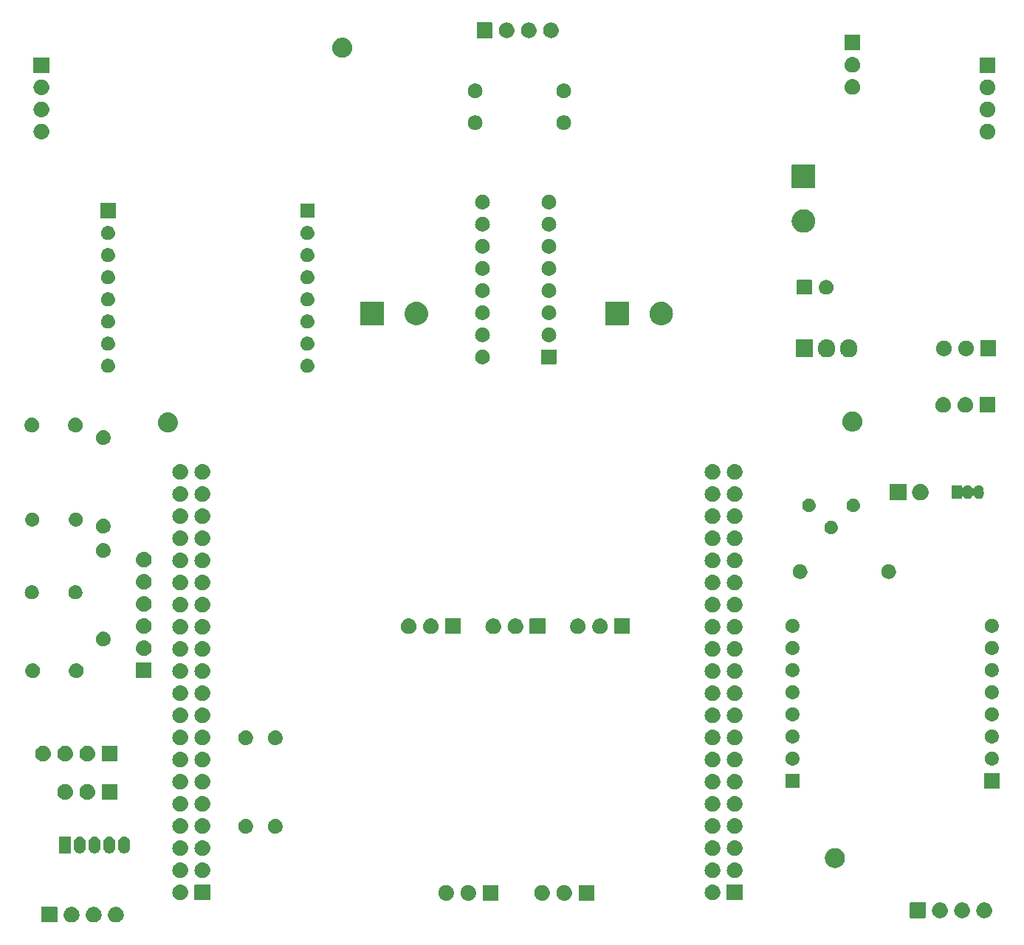
<source format=gbr>
%TF.GenerationSoftware,KiCad,Pcbnew,8.0.2*%
%TF.CreationDate,2024-05-28T16:49:54+02:00*%
%TF.ProjectId,Motor_Board_L476RG,4d6f746f-725f-4426-9f61-72645f4c3437,rev?*%
%TF.SameCoordinates,Original*%
%TF.FileFunction,Soldermask,Top*%
%TF.FilePolarity,Negative*%
%FSLAX46Y46*%
G04 Gerber Fmt 4.6, Leading zero omitted, Abs format (unit mm)*
G04 Created by KiCad (PCBNEW 8.0.2) date 2024-05-28 16:49:54*
%MOMM*%
%LPD*%
G01*
G04 APERTURE LIST*
G04 APERTURE END LIST*
G36*
X132504229Y-145100000D02*
G01*
X132554594Y-145100000D01*
X132598078Y-145109243D01*
X132636427Y-145113020D01*
X132684609Y-145127636D01*
X132739647Y-145139335D01*
X132774868Y-145155016D01*
X132806085Y-145164486D01*
X132855687Y-145190999D01*
X132912479Y-145216284D01*
X132938883Y-145235467D01*
X132962432Y-145248055D01*
X133010472Y-145287481D01*
X133065534Y-145327486D01*
X133083411Y-145347341D01*
X133099475Y-145360524D01*
X133142641Y-145413121D01*
X133192126Y-145468080D01*
X133202521Y-145486085D01*
X133211944Y-145497567D01*
X133246804Y-145562786D01*
X133286719Y-145631921D01*
X133291310Y-145646051D01*
X133295513Y-145653914D01*
X133318685Y-145730303D01*
X133345182Y-145811849D01*
X133346114Y-145820722D01*
X133346979Y-145823572D01*
X133355390Y-145908980D01*
X133364957Y-146000000D01*
X133355389Y-146091026D01*
X133346979Y-146176427D01*
X133346114Y-146179275D01*
X133345182Y-146188151D01*
X133318681Y-146269711D01*
X133295513Y-146346085D01*
X133291311Y-146353946D01*
X133286719Y-146368079D01*
X133246797Y-146437225D01*
X133211944Y-146502432D01*
X133202523Y-146513910D01*
X133192126Y-146531920D01*
X133142631Y-146586888D01*
X133099475Y-146639475D01*
X133083415Y-146652655D01*
X133065534Y-146672514D01*
X133010462Y-146712526D01*
X132962432Y-146751944D01*
X132938888Y-146764528D01*
X132912479Y-146783716D01*
X132855676Y-146809005D01*
X132806085Y-146835513D01*
X132774875Y-146844980D01*
X132739647Y-146860665D01*
X132684598Y-146872366D01*
X132636427Y-146886979D01*
X132598087Y-146890754D01*
X132554594Y-146900000D01*
X132504218Y-146900000D01*
X132460000Y-146904355D01*
X132415781Y-146900000D01*
X132365406Y-146900000D01*
X132321913Y-146890755D01*
X132283572Y-146886979D01*
X132235398Y-146872365D01*
X132180353Y-146860665D01*
X132145126Y-146844981D01*
X132113914Y-146835513D01*
X132064317Y-146809003D01*
X132007521Y-146783716D01*
X131981114Y-146764530D01*
X131957567Y-146751944D01*
X131909529Y-146712519D01*
X131854466Y-146672514D01*
X131836587Y-146652658D01*
X131820524Y-146639475D01*
X131777356Y-146586876D01*
X131727874Y-146531920D01*
X131717478Y-146513914D01*
X131708055Y-146502432D01*
X131673189Y-146437202D01*
X131633281Y-146368079D01*
X131628690Y-146353951D01*
X131624486Y-146346085D01*
X131601303Y-146269664D01*
X131574818Y-146188151D01*
X131573885Y-146179280D01*
X131573020Y-146176427D01*
X131564594Y-146090875D01*
X131555043Y-146000000D01*
X131564593Y-145909131D01*
X131573020Y-145823572D01*
X131573885Y-145820717D01*
X131574818Y-145811849D01*
X131601299Y-145730349D01*
X131624486Y-145653914D01*
X131628691Y-145646046D01*
X131633281Y-145631921D01*
X131673181Y-145562810D01*
X131708055Y-145497567D01*
X131717480Y-145486081D01*
X131727874Y-145468080D01*
X131777347Y-145413134D01*
X131820524Y-145360524D01*
X131836591Y-145347337D01*
X131854466Y-145327486D01*
X131909515Y-145287489D01*
X131957567Y-145248055D01*
X131981122Y-145235464D01*
X132007522Y-145216284D01*
X132064302Y-145191003D01*
X132113914Y-145164486D01*
X132145134Y-145155015D01*
X132180353Y-145139335D01*
X132235387Y-145127636D01*
X132283572Y-145113020D01*
X132321921Y-145109242D01*
X132365406Y-145100000D01*
X132415771Y-145100000D01*
X132460000Y-145095644D01*
X132504229Y-145100000D01*
G37*
G36*
X135044229Y-145100000D02*
G01*
X135094594Y-145100000D01*
X135138078Y-145109243D01*
X135176427Y-145113020D01*
X135224609Y-145127636D01*
X135279647Y-145139335D01*
X135314868Y-145155016D01*
X135346085Y-145164486D01*
X135395687Y-145190999D01*
X135452479Y-145216284D01*
X135478883Y-145235467D01*
X135502432Y-145248055D01*
X135550472Y-145287481D01*
X135605534Y-145327486D01*
X135623411Y-145347341D01*
X135639475Y-145360524D01*
X135682641Y-145413121D01*
X135732126Y-145468080D01*
X135742521Y-145486085D01*
X135751944Y-145497567D01*
X135786804Y-145562786D01*
X135826719Y-145631921D01*
X135831310Y-145646051D01*
X135835513Y-145653914D01*
X135858685Y-145730303D01*
X135885182Y-145811849D01*
X135886114Y-145820722D01*
X135886979Y-145823572D01*
X135895390Y-145908980D01*
X135904957Y-146000000D01*
X135895389Y-146091026D01*
X135886979Y-146176427D01*
X135886114Y-146179275D01*
X135885182Y-146188151D01*
X135858681Y-146269711D01*
X135835513Y-146346085D01*
X135831311Y-146353946D01*
X135826719Y-146368079D01*
X135786797Y-146437225D01*
X135751944Y-146502432D01*
X135742523Y-146513910D01*
X135732126Y-146531920D01*
X135682631Y-146586888D01*
X135639475Y-146639475D01*
X135623415Y-146652655D01*
X135605534Y-146672514D01*
X135550462Y-146712526D01*
X135502432Y-146751944D01*
X135478888Y-146764528D01*
X135452479Y-146783716D01*
X135395676Y-146809005D01*
X135346085Y-146835513D01*
X135314875Y-146844980D01*
X135279647Y-146860665D01*
X135224598Y-146872366D01*
X135176427Y-146886979D01*
X135138087Y-146890754D01*
X135094594Y-146900000D01*
X135044218Y-146900000D01*
X135000000Y-146904355D01*
X134955781Y-146900000D01*
X134905406Y-146900000D01*
X134861913Y-146890755D01*
X134823572Y-146886979D01*
X134775398Y-146872365D01*
X134720353Y-146860665D01*
X134685126Y-146844981D01*
X134653914Y-146835513D01*
X134604317Y-146809003D01*
X134547521Y-146783716D01*
X134521114Y-146764530D01*
X134497567Y-146751944D01*
X134449529Y-146712519D01*
X134394466Y-146672514D01*
X134376587Y-146652658D01*
X134360524Y-146639475D01*
X134317356Y-146586876D01*
X134267874Y-146531920D01*
X134257478Y-146513914D01*
X134248055Y-146502432D01*
X134213189Y-146437202D01*
X134173281Y-146368079D01*
X134168690Y-146353951D01*
X134164486Y-146346085D01*
X134141303Y-146269664D01*
X134114818Y-146188151D01*
X134113885Y-146179280D01*
X134113020Y-146176427D01*
X134104594Y-146090875D01*
X134095043Y-146000000D01*
X134104593Y-145909131D01*
X134113020Y-145823572D01*
X134113885Y-145820717D01*
X134114818Y-145811849D01*
X134141299Y-145730349D01*
X134164486Y-145653914D01*
X134168691Y-145646046D01*
X134173281Y-145631921D01*
X134213181Y-145562810D01*
X134248055Y-145497567D01*
X134257480Y-145486081D01*
X134267874Y-145468080D01*
X134317347Y-145413134D01*
X134360524Y-145360524D01*
X134376591Y-145347337D01*
X134394466Y-145327486D01*
X134449515Y-145287489D01*
X134497567Y-145248055D01*
X134521122Y-145235464D01*
X134547522Y-145216284D01*
X134604302Y-145191003D01*
X134653914Y-145164486D01*
X134685134Y-145155015D01*
X134720353Y-145139335D01*
X134775387Y-145127636D01*
X134823572Y-145113020D01*
X134861921Y-145109242D01*
X134905406Y-145100000D01*
X134955771Y-145100000D01*
X135000000Y-145095644D01*
X135044229Y-145100000D01*
G37*
G36*
X137584229Y-145100000D02*
G01*
X137634594Y-145100000D01*
X137678078Y-145109243D01*
X137716427Y-145113020D01*
X137764609Y-145127636D01*
X137819647Y-145139335D01*
X137854868Y-145155016D01*
X137886085Y-145164486D01*
X137935687Y-145190999D01*
X137992479Y-145216284D01*
X138018883Y-145235467D01*
X138042432Y-145248055D01*
X138090472Y-145287481D01*
X138145534Y-145327486D01*
X138163411Y-145347341D01*
X138179475Y-145360524D01*
X138222641Y-145413121D01*
X138272126Y-145468080D01*
X138282521Y-145486085D01*
X138291944Y-145497567D01*
X138326804Y-145562786D01*
X138366719Y-145631921D01*
X138371310Y-145646051D01*
X138375513Y-145653914D01*
X138398685Y-145730303D01*
X138425182Y-145811849D01*
X138426114Y-145820722D01*
X138426979Y-145823572D01*
X138435390Y-145908980D01*
X138444957Y-146000000D01*
X138435389Y-146091026D01*
X138426979Y-146176427D01*
X138426114Y-146179275D01*
X138425182Y-146188151D01*
X138398681Y-146269711D01*
X138375513Y-146346085D01*
X138371311Y-146353946D01*
X138366719Y-146368079D01*
X138326797Y-146437225D01*
X138291944Y-146502432D01*
X138282523Y-146513910D01*
X138272126Y-146531920D01*
X138222631Y-146586888D01*
X138179475Y-146639475D01*
X138163415Y-146652655D01*
X138145534Y-146672514D01*
X138090462Y-146712526D01*
X138042432Y-146751944D01*
X138018888Y-146764528D01*
X137992479Y-146783716D01*
X137935676Y-146809005D01*
X137886085Y-146835513D01*
X137854875Y-146844980D01*
X137819647Y-146860665D01*
X137764598Y-146872366D01*
X137716427Y-146886979D01*
X137678087Y-146890754D01*
X137634594Y-146900000D01*
X137584218Y-146900000D01*
X137540000Y-146904355D01*
X137495781Y-146900000D01*
X137445406Y-146900000D01*
X137401913Y-146890755D01*
X137363572Y-146886979D01*
X137315398Y-146872365D01*
X137260353Y-146860665D01*
X137225126Y-146844981D01*
X137193914Y-146835513D01*
X137144317Y-146809003D01*
X137087521Y-146783716D01*
X137061114Y-146764530D01*
X137037567Y-146751944D01*
X136989529Y-146712519D01*
X136934466Y-146672514D01*
X136916587Y-146652658D01*
X136900524Y-146639475D01*
X136857356Y-146586876D01*
X136807874Y-146531920D01*
X136797478Y-146513914D01*
X136788055Y-146502432D01*
X136753189Y-146437202D01*
X136713281Y-146368079D01*
X136708690Y-146353951D01*
X136704486Y-146346085D01*
X136681303Y-146269664D01*
X136654818Y-146188151D01*
X136653885Y-146179280D01*
X136653020Y-146176427D01*
X136644594Y-146090875D01*
X136635043Y-146000000D01*
X136644593Y-145909131D01*
X136653020Y-145823572D01*
X136653885Y-145820717D01*
X136654818Y-145811849D01*
X136681299Y-145730349D01*
X136704486Y-145653914D01*
X136708691Y-145646046D01*
X136713281Y-145631921D01*
X136753181Y-145562810D01*
X136788055Y-145497567D01*
X136797480Y-145486081D01*
X136807874Y-145468080D01*
X136857347Y-145413134D01*
X136900524Y-145360524D01*
X136916591Y-145347337D01*
X136934466Y-145327486D01*
X136989515Y-145287489D01*
X137037567Y-145248055D01*
X137061122Y-145235464D01*
X137087522Y-145216284D01*
X137144302Y-145191003D01*
X137193914Y-145164486D01*
X137225134Y-145155015D01*
X137260353Y-145139335D01*
X137315387Y-145127636D01*
X137363572Y-145113020D01*
X137401921Y-145109242D01*
X137445406Y-145100000D01*
X137495771Y-145100000D01*
X137540000Y-145095644D01*
X137584229Y-145100000D01*
G37*
G36*
X130789509Y-145102901D02*
G01*
X130806048Y-145113952D01*
X130817099Y-145130491D01*
X130820000Y-145145074D01*
X130820000Y-146854926D01*
X130817099Y-146869509D01*
X130806048Y-146886048D01*
X130789509Y-146897099D01*
X130774926Y-146900000D01*
X129065074Y-146900000D01*
X129050491Y-146897099D01*
X129033952Y-146886048D01*
X129022901Y-146869509D01*
X129020000Y-146854926D01*
X129020000Y-145145074D01*
X129021934Y-145135352D01*
X129022901Y-145130490D01*
X129033952Y-145113952D01*
X129050488Y-145102902D01*
X129050490Y-145102901D01*
X129050491Y-145102901D01*
X129065074Y-145100000D01*
X130774926Y-145100000D01*
X130789509Y-145102901D01*
G37*
G36*
X232084229Y-144600000D02*
G01*
X232134594Y-144600000D01*
X232178078Y-144609243D01*
X232216427Y-144613020D01*
X232264609Y-144627636D01*
X232319647Y-144639335D01*
X232354868Y-144655016D01*
X232386085Y-144664486D01*
X232435687Y-144690999D01*
X232492479Y-144716284D01*
X232518883Y-144735467D01*
X232542432Y-144748055D01*
X232590472Y-144787481D01*
X232645534Y-144827486D01*
X232663411Y-144847341D01*
X232679475Y-144860524D01*
X232722641Y-144913121D01*
X232772126Y-144968080D01*
X232782521Y-144986085D01*
X232791944Y-144997567D01*
X232826804Y-145062786D01*
X232866719Y-145131921D01*
X232871310Y-145146051D01*
X232875513Y-145153914D01*
X232898685Y-145230303D01*
X232925182Y-145311849D01*
X232926114Y-145320722D01*
X232926979Y-145323572D01*
X232935390Y-145408980D01*
X232944957Y-145500000D01*
X232935389Y-145591026D01*
X232926979Y-145676427D01*
X232926114Y-145679275D01*
X232925182Y-145688151D01*
X232898681Y-145769711D01*
X232875513Y-145846085D01*
X232871311Y-145853946D01*
X232866719Y-145868079D01*
X232826797Y-145937225D01*
X232791944Y-146002432D01*
X232782523Y-146013910D01*
X232772126Y-146031920D01*
X232722631Y-146086888D01*
X232679475Y-146139475D01*
X232663415Y-146152655D01*
X232645534Y-146172514D01*
X232590462Y-146212526D01*
X232542432Y-146251944D01*
X232518888Y-146264528D01*
X232492479Y-146283716D01*
X232435676Y-146309005D01*
X232386085Y-146335513D01*
X232354875Y-146344980D01*
X232319647Y-146360665D01*
X232264598Y-146372366D01*
X232216427Y-146386979D01*
X232178087Y-146390754D01*
X232134594Y-146400000D01*
X232084218Y-146400000D01*
X232040000Y-146404355D01*
X231995781Y-146400000D01*
X231945406Y-146400000D01*
X231901913Y-146390755D01*
X231863572Y-146386979D01*
X231815398Y-146372365D01*
X231760353Y-146360665D01*
X231725126Y-146344981D01*
X231693914Y-146335513D01*
X231644317Y-146309003D01*
X231587521Y-146283716D01*
X231561114Y-146264530D01*
X231537567Y-146251944D01*
X231489529Y-146212519D01*
X231434466Y-146172514D01*
X231416587Y-146152658D01*
X231400524Y-146139475D01*
X231357356Y-146086876D01*
X231307874Y-146031920D01*
X231297478Y-146013914D01*
X231288055Y-146002432D01*
X231253189Y-145937202D01*
X231213281Y-145868079D01*
X231208690Y-145853951D01*
X231204486Y-145846085D01*
X231181303Y-145769664D01*
X231154818Y-145688151D01*
X231153885Y-145679280D01*
X231153020Y-145676427D01*
X231144594Y-145590875D01*
X231135043Y-145500000D01*
X231144593Y-145409131D01*
X231153020Y-145323572D01*
X231153885Y-145320717D01*
X231154818Y-145311849D01*
X231181299Y-145230349D01*
X231204486Y-145153914D01*
X231208691Y-145146046D01*
X231213281Y-145131921D01*
X231253181Y-145062810D01*
X231288055Y-144997567D01*
X231297480Y-144986081D01*
X231307874Y-144968080D01*
X231357347Y-144913134D01*
X231400524Y-144860524D01*
X231416591Y-144847337D01*
X231434466Y-144827486D01*
X231489515Y-144787489D01*
X231537567Y-144748055D01*
X231561122Y-144735464D01*
X231587522Y-144716284D01*
X231644302Y-144691003D01*
X231693914Y-144664486D01*
X231725134Y-144655015D01*
X231760353Y-144639335D01*
X231815387Y-144627636D01*
X231863572Y-144613020D01*
X231901921Y-144609242D01*
X231945406Y-144600000D01*
X231995771Y-144600000D01*
X232040000Y-144595644D01*
X232084229Y-144600000D01*
G37*
G36*
X234624229Y-144600000D02*
G01*
X234674594Y-144600000D01*
X234718078Y-144609243D01*
X234756427Y-144613020D01*
X234804609Y-144627636D01*
X234859647Y-144639335D01*
X234894868Y-144655016D01*
X234926085Y-144664486D01*
X234975687Y-144690999D01*
X235032479Y-144716284D01*
X235058883Y-144735467D01*
X235082432Y-144748055D01*
X235130472Y-144787481D01*
X235185534Y-144827486D01*
X235203411Y-144847341D01*
X235219475Y-144860524D01*
X235262641Y-144913121D01*
X235312126Y-144968080D01*
X235322521Y-144986085D01*
X235331944Y-144997567D01*
X235366804Y-145062786D01*
X235406719Y-145131921D01*
X235411310Y-145146051D01*
X235415513Y-145153914D01*
X235438685Y-145230303D01*
X235465182Y-145311849D01*
X235466114Y-145320722D01*
X235466979Y-145323572D01*
X235475390Y-145408980D01*
X235484957Y-145500000D01*
X235475389Y-145591026D01*
X235466979Y-145676427D01*
X235466114Y-145679275D01*
X235465182Y-145688151D01*
X235438681Y-145769711D01*
X235415513Y-145846085D01*
X235411311Y-145853946D01*
X235406719Y-145868079D01*
X235366797Y-145937225D01*
X235331944Y-146002432D01*
X235322523Y-146013910D01*
X235312126Y-146031920D01*
X235262631Y-146086888D01*
X235219475Y-146139475D01*
X235203415Y-146152655D01*
X235185534Y-146172514D01*
X235130462Y-146212526D01*
X235082432Y-146251944D01*
X235058888Y-146264528D01*
X235032479Y-146283716D01*
X234975676Y-146309005D01*
X234926085Y-146335513D01*
X234894875Y-146344980D01*
X234859647Y-146360665D01*
X234804598Y-146372366D01*
X234756427Y-146386979D01*
X234718087Y-146390754D01*
X234674594Y-146400000D01*
X234624218Y-146400000D01*
X234580000Y-146404355D01*
X234535781Y-146400000D01*
X234485406Y-146400000D01*
X234441913Y-146390755D01*
X234403572Y-146386979D01*
X234355398Y-146372365D01*
X234300353Y-146360665D01*
X234265126Y-146344981D01*
X234233914Y-146335513D01*
X234184317Y-146309003D01*
X234127521Y-146283716D01*
X234101114Y-146264530D01*
X234077567Y-146251944D01*
X234029529Y-146212519D01*
X233974466Y-146172514D01*
X233956587Y-146152658D01*
X233940524Y-146139475D01*
X233897356Y-146086876D01*
X233847874Y-146031920D01*
X233837478Y-146013914D01*
X233828055Y-146002432D01*
X233793189Y-145937202D01*
X233753281Y-145868079D01*
X233748690Y-145853951D01*
X233744486Y-145846085D01*
X233721303Y-145769664D01*
X233694818Y-145688151D01*
X233693885Y-145679280D01*
X233693020Y-145676427D01*
X233684594Y-145590875D01*
X233675043Y-145500000D01*
X233684593Y-145409131D01*
X233693020Y-145323572D01*
X233693885Y-145320717D01*
X233694818Y-145311849D01*
X233721299Y-145230349D01*
X233744486Y-145153914D01*
X233748691Y-145146046D01*
X233753281Y-145131921D01*
X233793181Y-145062810D01*
X233828055Y-144997567D01*
X233837480Y-144986081D01*
X233847874Y-144968080D01*
X233897347Y-144913134D01*
X233940524Y-144860524D01*
X233956591Y-144847337D01*
X233974466Y-144827486D01*
X234029515Y-144787489D01*
X234077567Y-144748055D01*
X234101122Y-144735464D01*
X234127522Y-144716284D01*
X234184302Y-144691003D01*
X234233914Y-144664486D01*
X234265134Y-144655015D01*
X234300353Y-144639335D01*
X234355387Y-144627636D01*
X234403572Y-144613020D01*
X234441921Y-144609242D01*
X234485406Y-144600000D01*
X234535771Y-144600000D01*
X234580000Y-144595644D01*
X234624229Y-144600000D01*
G37*
G36*
X237164229Y-144600000D02*
G01*
X237214594Y-144600000D01*
X237258078Y-144609243D01*
X237296427Y-144613020D01*
X237344609Y-144627636D01*
X237399647Y-144639335D01*
X237434868Y-144655016D01*
X237466085Y-144664486D01*
X237515687Y-144690999D01*
X237572479Y-144716284D01*
X237598883Y-144735467D01*
X237622432Y-144748055D01*
X237670472Y-144787481D01*
X237725534Y-144827486D01*
X237743411Y-144847341D01*
X237759475Y-144860524D01*
X237802641Y-144913121D01*
X237852126Y-144968080D01*
X237862521Y-144986085D01*
X237871944Y-144997567D01*
X237906804Y-145062786D01*
X237946719Y-145131921D01*
X237951310Y-145146051D01*
X237955513Y-145153914D01*
X237978685Y-145230303D01*
X238005182Y-145311849D01*
X238006114Y-145320722D01*
X238006979Y-145323572D01*
X238015390Y-145408980D01*
X238024957Y-145500000D01*
X238015389Y-145591026D01*
X238006979Y-145676427D01*
X238006114Y-145679275D01*
X238005182Y-145688151D01*
X237978681Y-145769711D01*
X237955513Y-145846085D01*
X237951311Y-145853946D01*
X237946719Y-145868079D01*
X237906797Y-145937225D01*
X237871944Y-146002432D01*
X237862523Y-146013910D01*
X237852126Y-146031920D01*
X237802631Y-146086888D01*
X237759475Y-146139475D01*
X237743415Y-146152655D01*
X237725534Y-146172514D01*
X237670462Y-146212526D01*
X237622432Y-146251944D01*
X237598888Y-146264528D01*
X237572479Y-146283716D01*
X237515676Y-146309005D01*
X237466085Y-146335513D01*
X237434875Y-146344980D01*
X237399647Y-146360665D01*
X237344598Y-146372366D01*
X237296427Y-146386979D01*
X237258087Y-146390754D01*
X237214594Y-146400000D01*
X237164218Y-146400000D01*
X237120000Y-146404355D01*
X237075781Y-146400000D01*
X237025406Y-146400000D01*
X236981913Y-146390755D01*
X236943572Y-146386979D01*
X236895398Y-146372365D01*
X236840353Y-146360665D01*
X236805126Y-146344981D01*
X236773914Y-146335513D01*
X236724317Y-146309003D01*
X236667521Y-146283716D01*
X236641114Y-146264530D01*
X236617567Y-146251944D01*
X236569529Y-146212519D01*
X236514466Y-146172514D01*
X236496587Y-146152658D01*
X236480524Y-146139475D01*
X236437356Y-146086876D01*
X236387874Y-146031920D01*
X236377478Y-146013914D01*
X236368055Y-146002432D01*
X236333189Y-145937202D01*
X236293281Y-145868079D01*
X236288690Y-145853951D01*
X236284486Y-145846085D01*
X236261303Y-145769664D01*
X236234818Y-145688151D01*
X236233885Y-145679280D01*
X236233020Y-145676427D01*
X236224594Y-145590875D01*
X236215043Y-145500000D01*
X236224593Y-145409131D01*
X236233020Y-145323572D01*
X236233885Y-145320717D01*
X236234818Y-145311849D01*
X236261299Y-145230349D01*
X236284486Y-145153914D01*
X236288691Y-145146046D01*
X236293281Y-145131921D01*
X236333181Y-145062810D01*
X236368055Y-144997567D01*
X236377480Y-144986081D01*
X236387874Y-144968080D01*
X236437347Y-144913134D01*
X236480524Y-144860524D01*
X236496591Y-144847337D01*
X236514466Y-144827486D01*
X236569515Y-144787489D01*
X236617567Y-144748055D01*
X236641122Y-144735464D01*
X236667522Y-144716284D01*
X236724302Y-144691003D01*
X236773914Y-144664486D01*
X236805134Y-144655015D01*
X236840353Y-144639335D01*
X236895387Y-144627636D01*
X236943572Y-144613020D01*
X236981921Y-144609242D01*
X237025406Y-144600000D01*
X237075771Y-144600000D01*
X237120000Y-144595644D01*
X237164229Y-144600000D01*
G37*
G36*
X230369509Y-144602901D02*
G01*
X230386048Y-144613952D01*
X230397099Y-144630491D01*
X230400000Y-144645074D01*
X230400000Y-146354926D01*
X230397099Y-146369509D01*
X230386048Y-146386048D01*
X230369509Y-146397099D01*
X230354926Y-146400000D01*
X228645074Y-146400000D01*
X228630491Y-146397099D01*
X228613952Y-146386048D01*
X228602901Y-146369509D01*
X228600000Y-146354926D01*
X228600000Y-144645074D01*
X228602901Y-144630491D01*
X228602901Y-144630490D01*
X228613952Y-144613952D01*
X228630488Y-144602902D01*
X228630490Y-144602901D01*
X228630491Y-144602901D01*
X228645074Y-144600000D01*
X230354926Y-144600000D01*
X230369509Y-144602901D01*
G37*
G36*
X181369134Y-142603806D02*
G01*
X181385355Y-142614645D01*
X181396194Y-142630866D01*
X181400000Y-142650000D01*
X181400000Y-144350000D01*
X181396194Y-144369134D01*
X181385355Y-144385355D01*
X181369134Y-144396194D01*
X181350000Y-144400000D01*
X179650000Y-144400000D01*
X179630866Y-144396194D01*
X179614645Y-144385355D01*
X179603806Y-144369134D01*
X179600000Y-144350000D01*
X179600000Y-142650000D01*
X179603806Y-142630866D01*
X179614645Y-142614645D01*
X179630866Y-142603806D01*
X179650000Y-142600000D01*
X181350000Y-142600000D01*
X181369134Y-142603806D01*
G37*
G36*
X192369134Y-142603806D02*
G01*
X192385355Y-142614645D01*
X192396194Y-142630866D01*
X192400000Y-142650000D01*
X192400000Y-144350000D01*
X192396194Y-144369134D01*
X192385355Y-144385355D01*
X192369134Y-144396194D01*
X192350000Y-144400000D01*
X190650000Y-144400000D01*
X190630866Y-144396194D01*
X190614645Y-144385355D01*
X190603806Y-144369134D01*
X190600000Y-144350000D01*
X190600000Y-142650000D01*
X190603806Y-142630866D01*
X190614645Y-142614645D01*
X190630866Y-142603806D01*
X190650000Y-142600000D01*
X192350000Y-142600000D01*
X192369134Y-142603806D01*
G37*
G36*
X175463921Y-142604930D02*
G01*
X175514076Y-142604930D01*
X175557385Y-142614135D01*
X175595460Y-142617886D01*
X175643296Y-142632396D01*
X175698115Y-142644049D01*
X175733191Y-142659665D01*
X175764186Y-142669068D01*
X175813442Y-142695396D01*
X175870000Y-142720577D01*
X175896294Y-142739680D01*
X175919673Y-142752177D01*
X175967367Y-142791318D01*
X176022218Y-142831170D01*
X176040025Y-142850947D01*
X176055968Y-142864031D01*
X176098808Y-142916232D01*
X176148115Y-142970993D01*
X176158474Y-142988935D01*
X176167822Y-143000326D01*
X176202398Y-143065015D01*
X176242191Y-143133937D01*
X176246768Y-143148026D01*
X176250931Y-143155813D01*
X176273875Y-143231450D01*
X176300333Y-143312879D01*
X176301264Y-143321741D01*
X176302113Y-143324539D01*
X176310377Y-143408448D01*
X176320000Y-143500000D01*
X176310376Y-143591559D01*
X176302113Y-143675460D01*
X176301264Y-143678256D01*
X176300333Y-143687121D01*
X176273870Y-143768563D01*
X176250931Y-143844186D01*
X176246769Y-143851971D01*
X176242191Y-143866063D01*
X176202391Y-143934997D01*
X176167822Y-143999673D01*
X176158476Y-144011060D01*
X176148115Y-144029007D01*
X176098799Y-144083777D01*
X176055968Y-144135968D01*
X176040029Y-144149048D01*
X176022218Y-144168830D01*
X175967356Y-144208688D01*
X175919673Y-144247822D01*
X175896299Y-144260315D01*
X175870000Y-144279423D01*
X175813431Y-144304608D01*
X175764186Y-144330931D01*
X175733198Y-144340330D01*
X175698115Y-144355951D01*
X175643285Y-144367605D01*
X175595460Y-144382113D01*
X175557394Y-144385862D01*
X175514076Y-144395070D01*
X175463911Y-144395070D01*
X175420000Y-144399395D01*
X175376089Y-144395070D01*
X175325924Y-144395070D01*
X175282605Y-144385862D01*
X175244539Y-144382113D01*
X175196711Y-144367604D01*
X175141885Y-144355951D01*
X175106803Y-144340331D01*
X175075813Y-144330931D01*
X175026562Y-144304606D01*
X174970000Y-144279423D01*
X174943703Y-144260317D01*
X174920326Y-144247822D01*
X174872634Y-144208682D01*
X174817782Y-144168830D01*
X174799973Y-144149051D01*
X174784031Y-144135968D01*
X174741189Y-144083765D01*
X174691885Y-144029007D01*
X174681526Y-144011065D01*
X174672177Y-143999673D01*
X174637594Y-143934974D01*
X174597809Y-143866063D01*
X174593231Y-143851976D01*
X174589068Y-143844186D01*
X174566114Y-143768517D01*
X174539667Y-143687121D01*
X174538735Y-143678261D01*
X174537886Y-143675460D01*
X174529607Y-143591408D01*
X174520000Y-143500000D01*
X174529606Y-143408599D01*
X174537886Y-143324539D01*
X174538736Y-143321736D01*
X174539667Y-143312879D01*
X174566109Y-143231496D01*
X174589068Y-143155813D01*
X174593232Y-143148021D01*
X174597809Y-143133937D01*
X174637587Y-143065038D01*
X174672177Y-143000326D01*
X174681528Y-142988931D01*
X174691885Y-142970993D01*
X174741180Y-142916245D01*
X174784031Y-142864031D01*
X174799976Y-142850944D01*
X174817782Y-142831170D01*
X174872623Y-142791325D01*
X174920326Y-142752177D01*
X174943708Y-142739678D01*
X174970000Y-142720577D01*
X175026551Y-142695398D01*
X175075813Y-142669068D01*
X175106810Y-142659664D01*
X175141885Y-142644049D01*
X175196700Y-142632397D01*
X175244539Y-142617886D01*
X175282614Y-142614135D01*
X175325924Y-142604930D01*
X175376079Y-142604930D01*
X175420000Y-142600604D01*
X175463921Y-142604930D01*
G37*
G36*
X178003921Y-142604930D02*
G01*
X178054076Y-142604930D01*
X178097385Y-142614135D01*
X178135460Y-142617886D01*
X178183296Y-142632396D01*
X178238115Y-142644049D01*
X178273191Y-142659665D01*
X178304186Y-142669068D01*
X178353442Y-142695396D01*
X178410000Y-142720577D01*
X178436294Y-142739680D01*
X178459673Y-142752177D01*
X178507367Y-142791318D01*
X178562218Y-142831170D01*
X178580025Y-142850947D01*
X178595968Y-142864031D01*
X178638808Y-142916232D01*
X178688115Y-142970993D01*
X178698474Y-142988935D01*
X178707822Y-143000326D01*
X178742398Y-143065015D01*
X178782191Y-143133937D01*
X178786768Y-143148026D01*
X178790931Y-143155813D01*
X178813875Y-143231450D01*
X178840333Y-143312879D01*
X178841264Y-143321741D01*
X178842113Y-143324539D01*
X178850377Y-143408448D01*
X178860000Y-143500000D01*
X178850376Y-143591559D01*
X178842113Y-143675460D01*
X178841264Y-143678256D01*
X178840333Y-143687121D01*
X178813870Y-143768563D01*
X178790931Y-143844186D01*
X178786769Y-143851971D01*
X178782191Y-143866063D01*
X178742391Y-143934997D01*
X178707822Y-143999673D01*
X178698476Y-144011060D01*
X178688115Y-144029007D01*
X178638799Y-144083777D01*
X178595968Y-144135968D01*
X178580029Y-144149048D01*
X178562218Y-144168830D01*
X178507356Y-144208688D01*
X178459673Y-144247822D01*
X178436299Y-144260315D01*
X178410000Y-144279423D01*
X178353431Y-144304608D01*
X178304186Y-144330931D01*
X178273198Y-144340330D01*
X178238115Y-144355951D01*
X178183285Y-144367605D01*
X178135460Y-144382113D01*
X178097394Y-144385862D01*
X178054076Y-144395070D01*
X178003911Y-144395070D01*
X177960000Y-144399395D01*
X177916089Y-144395070D01*
X177865924Y-144395070D01*
X177822605Y-144385862D01*
X177784539Y-144382113D01*
X177736711Y-144367604D01*
X177681885Y-144355951D01*
X177646803Y-144340331D01*
X177615813Y-144330931D01*
X177566562Y-144304606D01*
X177510000Y-144279423D01*
X177483703Y-144260317D01*
X177460326Y-144247822D01*
X177412634Y-144208682D01*
X177357782Y-144168830D01*
X177339973Y-144149051D01*
X177324031Y-144135968D01*
X177281189Y-144083765D01*
X177231885Y-144029007D01*
X177221526Y-144011065D01*
X177212177Y-143999673D01*
X177177594Y-143934974D01*
X177137809Y-143866063D01*
X177133231Y-143851976D01*
X177129068Y-143844186D01*
X177106114Y-143768517D01*
X177079667Y-143687121D01*
X177078735Y-143678261D01*
X177077886Y-143675460D01*
X177069607Y-143591408D01*
X177060000Y-143500000D01*
X177069606Y-143408599D01*
X177077886Y-143324539D01*
X177078736Y-143321736D01*
X177079667Y-143312879D01*
X177106109Y-143231496D01*
X177129068Y-143155813D01*
X177133232Y-143148021D01*
X177137809Y-143133937D01*
X177177587Y-143065038D01*
X177212177Y-143000326D01*
X177221528Y-142988931D01*
X177231885Y-142970993D01*
X177281180Y-142916245D01*
X177324031Y-142864031D01*
X177339976Y-142850944D01*
X177357782Y-142831170D01*
X177412623Y-142791325D01*
X177460326Y-142752177D01*
X177483708Y-142739678D01*
X177510000Y-142720577D01*
X177566551Y-142695398D01*
X177615813Y-142669068D01*
X177646810Y-142659664D01*
X177681885Y-142644049D01*
X177736700Y-142632397D01*
X177784539Y-142617886D01*
X177822614Y-142614135D01*
X177865924Y-142604930D01*
X177916079Y-142604930D01*
X177960000Y-142600604D01*
X178003921Y-142604930D01*
G37*
G36*
X186463921Y-142604930D02*
G01*
X186514076Y-142604930D01*
X186557385Y-142614135D01*
X186595460Y-142617886D01*
X186643296Y-142632396D01*
X186698115Y-142644049D01*
X186733191Y-142659665D01*
X186764186Y-142669068D01*
X186813442Y-142695396D01*
X186870000Y-142720577D01*
X186896294Y-142739680D01*
X186919673Y-142752177D01*
X186967367Y-142791318D01*
X187022218Y-142831170D01*
X187040025Y-142850947D01*
X187055968Y-142864031D01*
X187098808Y-142916232D01*
X187148115Y-142970993D01*
X187158474Y-142988935D01*
X187167822Y-143000326D01*
X187202398Y-143065015D01*
X187242191Y-143133937D01*
X187246768Y-143148026D01*
X187250931Y-143155813D01*
X187273875Y-143231450D01*
X187300333Y-143312879D01*
X187301264Y-143321741D01*
X187302113Y-143324539D01*
X187310377Y-143408448D01*
X187320000Y-143500000D01*
X187310376Y-143591559D01*
X187302113Y-143675460D01*
X187301264Y-143678256D01*
X187300333Y-143687121D01*
X187273870Y-143768563D01*
X187250931Y-143844186D01*
X187246769Y-143851971D01*
X187242191Y-143866063D01*
X187202391Y-143934997D01*
X187167822Y-143999673D01*
X187158476Y-144011060D01*
X187148115Y-144029007D01*
X187098799Y-144083777D01*
X187055968Y-144135968D01*
X187040029Y-144149048D01*
X187022218Y-144168830D01*
X186967356Y-144208688D01*
X186919673Y-144247822D01*
X186896299Y-144260315D01*
X186870000Y-144279423D01*
X186813431Y-144304608D01*
X186764186Y-144330931D01*
X186733198Y-144340330D01*
X186698115Y-144355951D01*
X186643285Y-144367605D01*
X186595460Y-144382113D01*
X186557394Y-144385862D01*
X186514076Y-144395070D01*
X186463911Y-144395070D01*
X186420000Y-144399395D01*
X186376089Y-144395070D01*
X186325924Y-144395070D01*
X186282605Y-144385862D01*
X186244539Y-144382113D01*
X186196711Y-144367604D01*
X186141885Y-144355951D01*
X186106803Y-144340331D01*
X186075813Y-144330931D01*
X186026562Y-144304606D01*
X185970000Y-144279423D01*
X185943703Y-144260317D01*
X185920326Y-144247822D01*
X185872634Y-144208682D01*
X185817782Y-144168830D01*
X185799973Y-144149051D01*
X185784031Y-144135968D01*
X185741189Y-144083765D01*
X185691885Y-144029007D01*
X185681526Y-144011065D01*
X185672177Y-143999673D01*
X185637594Y-143934974D01*
X185597809Y-143866063D01*
X185593231Y-143851976D01*
X185589068Y-143844186D01*
X185566114Y-143768517D01*
X185539667Y-143687121D01*
X185538735Y-143678261D01*
X185537886Y-143675460D01*
X185529607Y-143591408D01*
X185520000Y-143500000D01*
X185529606Y-143408599D01*
X185537886Y-143324539D01*
X185538736Y-143321736D01*
X185539667Y-143312879D01*
X185566109Y-143231496D01*
X185589068Y-143155813D01*
X185593232Y-143148021D01*
X185597809Y-143133937D01*
X185637587Y-143065038D01*
X185672177Y-143000326D01*
X185681528Y-142988931D01*
X185691885Y-142970993D01*
X185741180Y-142916245D01*
X185784031Y-142864031D01*
X185799976Y-142850944D01*
X185817782Y-142831170D01*
X185872623Y-142791325D01*
X185920326Y-142752177D01*
X185943708Y-142739678D01*
X185970000Y-142720577D01*
X186026551Y-142695398D01*
X186075813Y-142669068D01*
X186106810Y-142659664D01*
X186141885Y-142644049D01*
X186196700Y-142632397D01*
X186244539Y-142617886D01*
X186282614Y-142614135D01*
X186325924Y-142604930D01*
X186376079Y-142604930D01*
X186420000Y-142600604D01*
X186463921Y-142604930D01*
G37*
G36*
X189003921Y-142604930D02*
G01*
X189054076Y-142604930D01*
X189097385Y-142614135D01*
X189135460Y-142617886D01*
X189183296Y-142632396D01*
X189238115Y-142644049D01*
X189273191Y-142659665D01*
X189304186Y-142669068D01*
X189353442Y-142695396D01*
X189410000Y-142720577D01*
X189436294Y-142739680D01*
X189459673Y-142752177D01*
X189507367Y-142791318D01*
X189562218Y-142831170D01*
X189580025Y-142850947D01*
X189595968Y-142864031D01*
X189638808Y-142916232D01*
X189688115Y-142970993D01*
X189698474Y-142988935D01*
X189707822Y-143000326D01*
X189742398Y-143065015D01*
X189782191Y-143133937D01*
X189786768Y-143148026D01*
X189790931Y-143155813D01*
X189813875Y-143231450D01*
X189840333Y-143312879D01*
X189841264Y-143321741D01*
X189842113Y-143324539D01*
X189850377Y-143408448D01*
X189860000Y-143500000D01*
X189850376Y-143591559D01*
X189842113Y-143675460D01*
X189841264Y-143678256D01*
X189840333Y-143687121D01*
X189813870Y-143768563D01*
X189790931Y-143844186D01*
X189786769Y-143851971D01*
X189782191Y-143866063D01*
X189742391Y-143934997D01*
X189707822Y-143999673D01*
X189698476Y-144011060D01*
X189688115Y-144029007D01*
X189638799Y-144083777D01*
X189595968Y-144135968D01*
X189580029Y-144149048D01*
X189562218Y-144168830D01*
X189507356Y-144208688D01*
X189459673Y-144247822D01*
X189436299Y-144260315D01*
X189410000Y-144279423D01*
X189353431Y-144304608D01*
X189304186Y-144330931D01*
X189273198Y-144340330D01*
X189238115Y-144355951D01*
X189183285Y-144367605D01*
X189135460Y-144382113D01*
X189097394Y-144385862D01*
X189054076Y-144395070D01*
X189003911Y-144395070D01*
X188960000Y-144399395D01*
X188916089Y-144395070D01*
X188865924Y-144395070D01*
X188822605Y-144385862D01*
X188784539Y-144382113D01*
X188736711Y-144367604D01*
X188681885Y-144355951D01*
X188646803Y-144340331D01*
X188615813Y-144330931D01*
X188566562Y-144304606D01*
X188510000Y-144279423D01*
X188483703Y-144260317D01*
X188460326Y-144247822D01*
X188412634Y-144208682D01*
X188357782Y-144168830D01*
X188339973Y-144149051D01*
X188324031Y-144135968D01*
X188281189Y-144083765D01*
X188231885Y-144029007D01*
X188221526Y-144011065D01*
X188212177Y-143999673D01*
X188177594Y-143934974D01*
X188137809Y-143866063D01*
X188133231Y-143851976D01*
X188129068Y-143844186D01*
X188106114Y-143768517D01*
X188079667Y-143687121D01*
X188078735Y-143678261D01*
X188077886Y-143675460D01*
X188069607Y-143591408D01*
X188060000Y-143500000D01*
X188069606Y-143408599D01*
X188077886Y-143324539D01*
X188078736Y-143321736D01*
X188079667Y-143312879D01*
X188106109Y-143231496D01*
X188129068Y-143155813D01*
X188133232Y-143148021D01*
X188137809Y-143133937D01*
X188177587Y-143065038D01*
X188212177Y-143000326D01*
X188221528Y-142988931D01*
X188231885Y-142970993D01*
X188281180Y-142916245D01*
X188324031Y-142864031D01*
X188339976Y-142850944D01*
X188357782Y-142831170D01*
X188412623Y-142791325D01*
X188460326Y-142752177D01*
X188483708Y-142739678D01*
X188510000Y-142720577D01*
X188566551Y-142695398D01*
X188615813Y-142669068D01*
X188646810Y-142659664D01*
X188681885Y-142644049D01*
X188736700Y-142632397D01*
X188784539Y-142617886D01*
X188822614Y-142614135D01*
X188865924Y-142604930D01*
X188916079Y-142604930D01*
X188960000Y-142600604D01*
X189003921Y-142604930D01*
G37*
G36*
X148329135Y-142543806D02*
G01*
X148345356Y-142554645D01*
X148356195Y-142570866D01*
X148360001Y-142590000D01*
X148360001Y-144290000D01*
X148356195Y-144309134D01*
X148345356Y-144325355D01*
X148329135Y-144336194D01*
X148310001Y-144340000D01*
X146610001Y-144340000D01*
X146590867Y-144336194D01*
X146574646Y-144325355D01*
X146563807Y-144309134D01*
X146560001Y-144290000D01*
X146560001Y-142590000D01*
X146563807Y-142570866D01*
X146574646Y-142554645D01*
X146590867Y-142543806D01*
X146610001Y-142540000D01*
X148310001Y-142540000D01*
X148329135Y-142543806D01*
G37*
G36*
X209369134Y-142543806D02*
G01*
X209385355Y-142554645D01*
X209396194Y-142570866D01*
X209400000Y-142590000D01*
X209400000Y-144290000D01*
X209396194Y-144309134D01*
X209385355Y-144325355D01*
X209369134Y-144336194D01*
X209350000Y-144340000D01*
X207650000Y-144340000D01*
X207630866Y-144336194D01*
X207614645Y-144325355D01*
X207603806Y-144309134D01*
X207600000Y-144290000D01*
X207600000Y-142590000D01*
X207603806Y-142570866D01*
X207614645Y-142554645D01*
X207630866Y-142543806D01*
X207650000Y-142540000D01*
X209350000Y-142540000D01*
X209369134Y-142543806D01*
G37*
G36*
X144963922Y-142544930D02*
G01*
X145014077Y-142544930D01*
X145057386Y-142554135D01*
X145095461Y-142557886D01*
X145143297Y-142572396D01*
X145198116Y-142584049D01*
X145233192Y-142599665D01*
X145264187Y-142609068D01*
X145313443Y-142635396D01*
X145370001Y-142660577D01*
X145396295Y-142679680D01*
X145419674Y-142692177D01*
X145467368Y-142731318D01*
X145522219Y-142771170D01*
X145540026Y-142790947D01*
X145555969Y-142804031D01*
X145598809Y-142856232D01*
X145648116Y-142910993D01*
X145658475Y-142928935D01*
X145667823Y-142940326D01*
X145702399Y-143005015D01*
X145742192Y-143073937D01*
X145746769Y-143088026D01*
X145750932Y-143095813D01*
X145773876Y-143171450D01*
X145800334Y-143252879D01*
X145801265Y-143261741D01*
X145802114Y-143264539D01*
X145810378Y-143348448D01*
X145820001Y-143440000D01*
X145810377Y-143531559D01*
X145802114Y-143615460D01*
X145801265Y-143618256D01*
X145800334Y-143627121D01*
X145773871Y-143708563D01*
X145750932Y-143784186D01*
X145746770Y-143791971D01*
X145742192Y-143806063D01*
X145702392Y-143874997D01*
X145667823Y-143939673D01*
X145658477Y-143951060D01*
X145648116Y-143969007D01*
X145598800Y-144023777D01*
X145555969Y-144075968D01*
X145540030Y-144089048D01*
X145522219Y-144108830D01*
X145467357Y-144148688D01*
X145419674Y-144187822D01*
X145396300Y-144200315D01*
X145370001Y-144219423D01*
X145313432Y-144244608D01*
X145264187Y-144270931D01*
X145233199Y-144280330D01*
X145198116Y-144295951D01*
X145143286Y-144307605D01*
X145095461Y-144322113D01*
X145057395Y-144325862D01*
X145014077Y-144335070D01*
X144963912Y-144335070D01*
X144920001Y-144339395D01*
X144876090Y-144335070D01*
X144825925Y-144335070D01*
X144782606Y-144325862D01*
X144744540Y-144322113D01*
X144696712Y-144307604D01*
X144641886Y-144295951D01*
X144606804Y-144280331D01*
X144575814Y-144270931D01*
X144526563Y-144244606D01*
X144470001Y-144219423D01*
X144443704Y-144200317D01*
X144420327Y-144187822D01*
X144372635Y-144148682D01*
X144317783Y-144108830D01*
X144299974Y-144089051D01*
X144284032Y-144075968D01*
X144241190Y-144023765D01*
X144191886Y-143969007D01*
X144181527Y-143951065D01*
X144172178Y-143939673D01*
X144137595Y-143874974D01*
X144097810Y-143806063D01*
X144093232Y-143791976D01*
X144089069Y-143784186D01*
X144066115Y-143708517D01*
X144039668Y-143627121D01*
X144038736Y-143618261D01*
X144037887Y-143615460D01*
X144029608Y-143531408D01*
X144020001Y-143440000D01*
X144029607Y-143348599D01*
X144037887Y-143264539D01*
X144038737Y-143261736D01*
X144039668Y-143252879D01*
X144066110Y-143171496D01*
X144089069Y-143095813D01*
X144093233Y-143088021D01*
X144097810Y-143073937D01*
X144137588Y-143005038D01*
X144172178Y-142940326D01*
X144181529Y-142928931D01*
X144191886Y-142910993D01*
X144241181Y-142856245D01*
X144284032Y-142804031D01*
X144299977Y-142790944D01*
X144317783Y-142771170D01*
X144372624Y-142731325D01*
X144420327Y-142692177D01*
X144443709Y-142679678D01*
X144470001Y-142660577D01*
X144526552Y-142635398D01*
X144575814Y-142609068D01*
X144606811Y-142599664D01*
X144641886Y-142584049D01*
X144696701Y-142572397D01*
X144744540Y-142557886D01*
X144782615Y-142554135D01*
X144825925Y-142544930D01*
X144876080Y-142544930D01*
X144920001Y-142540604D01*
X144963922Y-142544930D01*
G37*
G36*
X206003921Y-142544930D02*
G01*
X206054076Y-142544930D01*
X206097385Y-142554135D01*
X206135460Y-142557886D01*
X206183296Y-142572396D01*
X206238115Y-142584049D01*
X206273191Y-142599665D01*
X206304186Y-142609068D01*
X206353442Y-142635396D01*
X206410000Y-142660577D01*
X206436294Y-142679680D01*
X206459673Y-142692177D01*
X206507367Y-142731318D01*
X206562218Y-142771170D01*
X206580025Y-142790947D01*
X206595968Y-142804031D01*
X206638808Y-142856232D01*
X206688115Y-142910993D01*
X206698474Y-142928935D01*
X206707822Y-142940326D01*
X206742398Y-143005015D01*
X206782191Y-143073937D01*
X206786768Y-143088026D01*
X206790931Y-143095813D01*
X206813875Y-143171450D01*
X206840333Y-143252879D01*
X206841264Y-143261741D01*
X206842113Y-143264539D01*
X206850377Y-143348448D01*
X206860000Y-143440000D01*
X206850376Y-143531559D01*
X206842113Y-143615460D01*
X206841264Y-143618256D01*
X206840333Y-143627121D01*
X206813870Y-143708563D01*
X206790931Y-143784186D01*
X206786769Y-143791971D01*
X206782191Y-143806063D01*
X206742391Y-143874997D01*
X206707822Y-143939673D01*
X206698476Y-143951060D01*
X206688115Y-143969007D01*
X206638799Y-144023777D01*
X206595968Y-144075968D01*
X206580029Y-144089048D01*
X206562218Y-144108830D01*
X206507356Y-144148688D01*
X206459673Y-144187822D01*
X206436299Y-144200315D01*
X206410000Y-144219423D01*
X206353431Y-144244608D01*
X206304186Y-144270931D01*
X206273198Y-144280330D01*
X206238115Y-144295951D01*
X206183285Y-144307605D01*
X206135460Y-144322113D01*
X206097394Y-144325862D01*
X206054076Y-144335070D01*
X206003911Y-144335070D01*
X205960000Y-144339395D01*
X205916089Y-144335070D01*
X205865924Y-144335070D01*
X205822605Y-144325862D01*
X205784539Y-144322113D01*
X205736711Y-144307604D01*
X205681885Y-144295951D01*
X205646803Y-144280331D01*
X205615813Y-144270931D01*
X205566562Y-144244606D01*
X205510000Y-144219423D01*
X205483703Y-144200317D01*
X205460326Y-144187822D01*
X205412634Y-144148682D01*
X205357782Y-144108830D01*
X205339973Y-144089051D01*
X205324031Y-144075968D01*
X205281189Y-144023765D01*
X205231885Y-143969007D01*
X205221526Y-143951065D01*
X205212177Y-143939673D01*
X205177594Y-143874974D01*
X205137809Y-143806063D01*
X205133231Y-143791976D01*
X205129068Y-143784186D01*
X205106114Y-143708517D01*
X205079667Y-143627121D01*
X205078735Y-143618261D01*
X205077886Y-143615460D01*
X205069607Y-143531408D01*
X205060000Y-143440000D01*
X205069606Y-143348599D01*
X205077886Y-143264539D01*
X205078736Y-143261736D01*
X205079667Y-143252879D01*
X205106109Y-143171496D01*
X205129068Y-143095813D01*
X205133232Y-143088021D01*
X205137809Y-143073937D01*
X205177587Y-143005038D01*
X205212177Y-142940326D01*
X205221528Y-142928931D01*
X205231885Y-142910993D01*
X205281180Y-142856245D01*
X205324031Y-142804031D01*
X205339976Y-142790944D01*
X205357782Y-142771170D01*
X205412623Y-142731325D01*
X205460326Y-142692177D01*
X205483708Y-142679678D01*
X205510000Y-142660577D01*
X205566551Y-142635398D01*
X205615813Y-142609068D01*
X205646810Y-142599664D01*
X205681885Y-142584049D01*
X205736700Y-142572397D01*
X205784539Y-142557886D01*
X205822614Y-142554135D01*
X205865924Y-142544930D01*
X205916079Y-142544930D01*
X205960000Y-142540604D01*
X206003921Y-142544930D01*
G37*
G36*
X144963922Y-140004930D02*
G01*
X145014077Y-140004930D01*
X145057386Y-140014135D01*
X145095461Y-140017886D01*
X145143297Y-140032396D01*
X145198116Y-140044049D01*
X145233192Y-140059665D01*
X145264187Y-140069068D01*
X145313443Y-140095396D01*
X145370001Y-140120577D01*
X145396295Y-140139680D01*
X145419674Y-140152177D01*
X145467368Y-140191318D01*
X145522219Y-140231170D01*
X145540026Y-140250947D01*
X145555969Y-140264031D01*
X145598809Y-140316232D01*
X145648116Y-140370993D01*
X145658475Y-140388935D01*
X145667823Y-140400326D01*
X145702399Y-140465015D01*
X145742192Y-140533937D01*
X145746769Y-140548026D01*
X145750932Y-140555813D01*
X145773876Y-140631450D01*
X145800334Y-140712879D01*
X145801265Y-140721741D01*
X145802114Y-140724539D01*
X145810378Y-140808448D01*
X145820001Y-140900000D01*
X145810377Y-140991559D01*
X145802114Y-141075460D01*
X145801265Y-141078256D01*
X145800334Y-141087121D01*
X145773871Y-141168563D01*
X145750932Y-141244186D01*
X145746770Y-141251971D01*
X145742192Y-141266063D01*
X145702392Y-141334997D01*
X145667823Y-141399673D01*
X145658477Y-141411060D01*
X145648116Y-141429007D01*
X145598800Y-141483777D01*
X145555969Y-141535968D01*
X145540030Y-141549048D01*
X145522219Y-141568830D01*
X145467357Y-141608688D01*
X145419674Y-141647822D01*
X145396300Y-141660315D01*
X145370001Y-141679423D01*
X145313432Y-141704608D01*
X145264187Y-141730931D01*
X145233199Y-141740330D01*
X145198116Y-141755951D01*
X145143286Y-141767605D01*
X145095461Y-141782113D01*
X145057395Y-141785862D01*
X145014077Y-141795070D01*
X144963912Y-141795070D01*
X144920001Y-141799395D01*
X144876090Y-141795070D01*
X144825925Y-141795070D01*
X144782606Y-141785862D01*
X144744540Y-141782113D01*
X144696712Y-141767604D01*
X144641886Y-141755951D01*
X144606804Y-141740331D01*
X144575814Y-141730931D01*
X144526563Y-141704606D01*
X144470001Y-141679423D01*
X144443704Y-141660317D01*
X144420327Y-141647822D01*
X144372635Y-141608682D01*
X144317783Y-141568830D01*
X144299974Y-141549051D01*
X144284032Y-141535968D01*
X144241190Y-141483765D01*
X144191886Y-141429007D01*
X144181527Y-141411065D01*
X144172178Y-141399673D01*
X144137595Y-141334974D01*
X144097810Y-141266063D01*
X144093232Y-141251976D01*
X144089069Y-141244186D01*
X144066115Y-141168517D01*
X144039668Y-141087121D01*
X144038736Y-141078261D01*
X144037887Y-141075460D01*
X144029608Y-140991408D01*
X144020001Y-140900000D01*
X144029607Y-140808599D01*
X144037887Y-140724539D01*
X144038737Y-140721736D01*
X144039668Y-140712879D01*
X144066110Y-140631496D01*
X144089069Y-140555813D01*
X144093233Y-140548021D01*
X144097810Y-140533937D01*
X144137588Y-140465038D01*
X144172178Y-140400326D01*
X144181529Y-140388931D01*
X144191886Y-140370993D01*
X144241181Y-140316245D01*
X144284032Y-140264031D01*
X144299977Y-140250944D01*
X144317783Y-140231170D01*
X144372624Y-140191325D01*
X144420327Y-140152177D01*
X144443709Y-140139678D01*
X144470001Y-140120577D01*
X144526552Y-140095398D01*
X144575814Y-140069068D01*
X144606811Y-140059664D01*
X144641886Y-140044049D01*
X144696701Y-140032397D01*
X144744540Y-140017886D01*
X144782615Y-140014135D01*
X144825925Y-140004930D01*
X144876080Y-140004930D01*
X144920001Y-140000604D01*
X144963922Y-140004930D01*
G37*
G36*
X147503922Y-140004930D02*
G01*
X147554077Y-140004930D01*
X147597386Y-140014135D01*
X147635461Y-140017886D01*
X147683297Y-140032396D01*
X147738116Y-140044049D01*
X147773192Y-140059665D01*
X147804187Y-140069068D01*
X147853443Y-140095396D01*
X147910001Y-140120577D01*
X147936295Y-140139680D01*
X147959674Y-140152177D01*
X148007368Y-140191318D01*
X148062219Y-140231170D01*
X148080026Y-140250947D01*
X148095969Y-140264031D01*
X148138809Y-140316232D01*
X148188116Y-140370993D01*
X148198475Y-140388935D01*
X148207823Y-140400326D01*
X148242399Y-140465015D01*
X148282192Y-140533937D01*
X148286769Y-140548026D01*
X148290932Y-140555813D01*
X148313876Y-140631450D01*
X148340334Y-140712879D01*
X148341265Y-140721741D01*
X148342114Y-140724539D01*
X148350378Y-140808448D01*
X148360001Y-140900000D01*
X148350377Y-140991559D01*
X148342114Y-141075460D01*
X148341265Y-141078256D01*
X148340334Y-141087121D01*
X148313871Y-141168563D01*
X148290932Y-141244186D01*
X148286770Y-141251971D01*
X148282192Y-141266063D01*
X148242392Y-141334997D01*
X148207823Y-141399673D01*
X148198477Y-141411060D01*
X148188116Y-141429007D01*
X148138800Y-141483777D01*
X148095969Y-141535968D01*
X148080030Y-141549048D01*
X148062219Y-141568830D01*
X148007357Y-141608688D01*
X147959674Y-141647822D01*
X147936300Y-141660315D01*
X147910001Y-141679423D01*
X147853432Y-141704608D01*
X147804187Y-141730931D01*
X147773199Y-141740330D01*
X147738116Y-141755951D01*
X147683286Y-141767605D01*
X147635461Y-141782113D01*
X147597395Y-141785862D01*
X147554077Y-141795070D01*
X147503912Y-141795070D01*
X147460001Y-141799395D01*
X147416090Y-141795070D01*
X147365925Y-141795070D01*
X147322606Y-141785862D01*
X147284540Y-141782113D01*
X147236712Y-141767604D01*
X147181886Y-141755951D01*
X147146804Y-141740331D01*
X147115814Y-141730931D01*
X147066563Y-141704606D01*
X147010001Y-141679423D01*
X146983704Y-141660317D01*
X146960327Y-141647822D01*
X146912635Y-141608682D01*
X146857783Y-141568830D01*
X146839974Y-141549051D01*
X146824032Y-141535968D01*
X146781190Y-141483765D01*
X146731886Y-141429007D01*
X146721527Y-141411065D01*
X146712178Y-141399673D01*
X146677595Y-141334974D01*
X146637810Y-141266063D01*
X146633232Y-141251976D01*
X146629069Y-141244186D01*
X146606115Y-141168517D01*
X146579668Y-141087121D01*
X146578736Y-141078261D01*
X146577887Y-141075460D01*
X146569608Y-140991408D01*
X146560001Y-140900000D01*
X146569607Y-140808599D01*
X146577887Y-140724539D01*
X146578737Y-140721736D01*
X146579668Y-140712879D01*
X146606110Y-140631496D01*
X146629069Y-140555813D01*
X146633233Y-140548021D01*
X146637810Y-140533937D01*
X146677588Y-140465038D01*
X146712178Y-140400326D01*
X146721529Y-140388931D01*
X146731886Y-140370993D01*
X146781181Y-140316245D01*
X146824032Y-140264031D01*
X146839977Y-140250944D01*
X146857783Y-140231170D01*
X146912624Y-140191325D01*
X146960327Y-140152177D01*
X146983709Y-140139678D01*
X147010001Y-140120577D01*
X147066552Y-140095398D01*
X147115814Y-140069068D01*
X147146811Y-140059664D01*
X147181886Y-140044049D01*
X147236701Y-140032397D01*
X147284540Y-140017886D01*
X147322615Y-140014135D01*
X147365925Y-140004930D01*
X147416080Y-140004930D01*
X147460001Y-140000604D01*
X147503922Y-140004930D01*
G37*
G36*
X206003921Y-140004930D02*
G01*
X206054076Y-140004930D01*
X206097385Y-140014135D01*
X206135460Y-140017886D01*
X206183296Y-140032396D01*
X206238115Y-140044049D01*
X206273191Y-140059665D01*
X206304186Y-140069068D01*
X206353442Y-140095396D01*
X206410000Y-140120577D01*
X206436294Y-140139680D01*
X206459673Y-140152177D01*
X206507367Y-140191318D01*
X206562218Y-140231170D01*
X206580025Y-140250947D01*
X206595968Y-140264031D01*
X206638808Y-140316232D01*
X206688115Y-140370993D01*
X206698474Y-140388935D01*
X206707822Y-140400326D01*
X206742398Y-140465015D01*
X206782191Y-140533937D01*
X206786768Y-140548026D01*
X206790931Y-140555813D01*
X206813875Y-140631450D01*
X206840333Y-140712879D01*
X206841264Y-140721741D01*
X206842113Y-140724539D01*
X206850377Y-140808448D01*
X206860000Y-140900000D01*
X206850376Y-140991559D01*
X206842113Y-141075460D01*
X206841264Y-141078256D01*
X206840333Y-141087121D01*
X206813870Y-141168563D01*
X206790931Y-141244186D01*
X206786769Y-141251971D01*
X206782191Y-141266063D01*
X206742391Y-141334997D01*
X206707822Y-141399673D01*
X206698476Y-141411060D01*
X206688115Y-141429007D01*
X206638799Y-141483777D01*
X206595968Y-141535968D01*
X206580029Y-141549048D01*
X206562218Y-141568830D01*
X206507356Y-141608688D01*
X206459673Y-141647822D01*
X206436299Y-141660315D01*
X206410000Y-141679423D01*
X206353431Y-141704608D01*
X206304186Y-141730931D01*
X206273198Y-141740330D01*
X206238115Y-141755951D01*
X206183285Y-141767605D01*
X206135460Y-141782113D01*
X206097394Y-141785862D01*
X206054076Y-141795070D01*
X206003911Y-141795070D01*
X205960000Y-141799395D01*
X205916089Y-141795070D01*
X205865924Y-141795070D01*
X205822605Y-141785862D01*
X205784539Y-141782113D01*
X205736711Y-141767604D01*
X205681885Y-141755951D01*
X205646803Y-141740331D01*
X205615813Y-141730931D01*
X205566562Y-141704606D01*
X205510000Y-141679423D01*
X205483703Y-141660317D01*
X205460326Y-141647822D01*
X205412634Y-141608682D01*
X205357782Y-141568830D01*
X205339973Y-141549051D01*
X205324031Y-141535968D01*
X205281189Y-141483765D01*
X205231885Y-141429007D01*
X205221526Y-141411065D01*
X205212177Y-141399673D01*
X205177594Y-141334974D01*
X205137809Y-141266063D01*
X205133231Y-141251976D01*
X205129068Y-141244186D01*
X205106114Y-141168517D01*
X205079667Y-141087121D01*
X205078735Y-141078261D01*
X205077886Y-141075460D01*
X205069607Y-140991408D01*
X205060000Y-140900000D01*
X205069606Y-140808599D01*
X205077886Y-140724539D01*
X205078736Y-140721736D01*
X205079667Y-140712879D01*
X205106109Y-140631496D01*
X205129068Y-140555813D01*
X205133232Y-140548021D01*
X205137809Y-140533937D01*
X205177587Y-140465038D01*
X205212177Y-140400326D01*
X205221528Y-140388931D01*
X205231885Y-140370993D01*
X205281180Y-140316245D01*
X205324031Y-140264031D01*
X205339976Y-140250944D01*
X205357782Y-140231170D01*
X205412623Y-140191325D01*
X205460326Y-140152177D01*
X205483708Y-140139678D01*
X205510000Y-140120577D01*
X205566551Y-140095398D01*
X205615813Y-140069068D01*
X205646810Y-140059664D01*
X205681885Y-140044049D01*
X205736700Y-140032397D01*
X205784539Y-140017886D01*
X205822614Y-140014135D01*
X205865924Y-140004930D01*
X205916079Y-140004930D01*
X205960000Y-140000604D01*
X206003921Y-140004930D01*
G37*
G36*
X208543921Y-140004930D02*
G01*
X208594076Y-140004930D01*
X208637385Y-140014135D01*
X208675460Y-140017886D01*
X208723296Y-140032396D01*
X208778115Y-140044049D01*
X208813191Y-140059665D01*
X208844186Y-140069068D01*
X208893442Y-140095396D01*
X208950000Y-140120577D01*
X208976294Y-140139680D01*
X208999673Y-140152177D01*
X209047367Y-140191318D01*
X209102218Y-140231170D01*
X209120025Y-140250947D01*
X209135968Y-140264031D01*
X209178808Y-140316232D01*
X209228115Y-140370993D01*
X209238474Y-140388935D01*
X209247822Y-140400326D01*
X209282398Y-140465015D01*
X209322191Y-140533937D01*
X209326768Y-140548026D01*
X209330931Y-140555813D01*
X209353875Y-140631450D01*
X209380333Y-140712879D01*
X209381264Y-140721741D01*
X209382113Y-140724539D01*
X209390377Y-140808448D01*
X209400000Y-140900000D01*
X209390376Y-140991559D01*
X209382113Y-141075460D01*
X209381264Y-141078256D01*
X209380333Y-141087121D01*
X209353870Y-141168563D01*
X209330931Y-141244186D01*
X209326769Y-141251971D01*
X209322191Y-141266063D01*
X209282391Y-141334997D01*
X209247822Y-141399673D01*
X209238476Y-141411060D01*
X209228115Y-141429007D01*
X209178799Y-141483777D01*
X209135968Y-141535968D01*
X209120029Y-141549048D01*
X209102218Y-141568830D01*
X209047356Y-141608688D01*
X208999673Y-141647822D01*
X208976299Y-141660315D01*
X208950000Y-141679423D01*
X208893431Y-141704608D01*
X208844186Y-141730931D01*
X208813198Y-141740330D01*
X208778115Y-141755951D01*
X208723285Y-141767605D01*
X208675460Y-141782113D01*
X208637394Y-141785862D01*
X208594076Y-141795070D01*
X208543911Y-141795070D01*
X208500000Y-141799395D01*
X208456089Y-141795070D01*
X208405924Y-141795070D01*
X208362605Y-141785862D01*
X208324539Y-141782113D01*
X208276711Y-141767604D01*
X208221885Y-141755951D01*
X208186803Y-141740331D01*
X208155813Y-141730931D01*
X208106562Y-141704606D01*
X208050000Y-141679423D01*
X208023703Y-141660317D01*
X208000326Y-141647822D01*
X207952634Y-141608682D01*
X207897782Y-141568830D01*
X207879973Y-141549051D01*
X207864031Y-141535968D01*
X207821189Y-141483765D01*
X207771885Y-141429007D01*
X207761526Y-141411065D01*
X207752177Y-141399673D01*
X207717594Y-141334974D01*
X207677809Y-141266063D01*
X207673231Y-141251976D01*
X207669068Y-141244186D01*
X207646114Y-141168517D01*
X207619667Y-141087121D01*
X207618735Y-141078261D01*
X207617886Y-141075460D01*
X207609607Y-140991408D01*
X207600000Y-140900000D01*
X207609606Y-140808599D01*
X207617886Y-140724539D01*
X207618736Y-140721736D01*
X207619667Y-140712879D01*
X207646109Y-140631496D01*
X207669068Y-140555813D01*
X207673232Y-140548021D01*
X207677809Y-140533937D01*
X207717587Y-140465038D01*
X207752177Y-140400326D01*
X207761528Y-140388931D01*
X207771885Y-140370993D01*
X207821180Y-140316245D01*
X207864031Y-140264031D01*
X207879976Y-140250944D01*
X207897782Y-140231170D01*
X207952623Y-140191325D01*
X208000326Y-140152177D01*
X208023708Y-140139678D01*
X208050000Y-140120577D01*
X208106551Y-140095398D01*
X208155813Y-140069068D01*
X208186810Y-140059664D01*
X208221885Y-140044049D01*
X208276700Y-140032397D01*
X208324539Y-140017886D01*
X208362614Y-140014135D01*
X208405924Y-140004930D01*
X208456079Y-140004930D01*
X208500000Y-140000604D01*
X208543921Y-140004930D01*
G37*
G36*
X220050625Y-138354906D02*
G01*
X220106109Y-138354906D01*
X220154919Y-138364030D01*
X220199608Y-138367940D01*
X220254464Y-138382638D01*
X220314712Y-138393901D01*
X220355574Y-138409730D01*
X220393160Y-138419802D01*
X220450058Y-138446334D01*
X220512599Y-138470562D01*
X220544879Y-138490549D01*
X220574761Y-138504483D01*
X220631129Y-138543952D01*
X220693030Y-138582280D01*
X220716757Y-138603910D01*
X220738897Y-138619413D01*
X220791857Y-138672373D01*
X220849860Y-138725250D01*
X220865670Y-138746186D01*
X220880588Y-138761104D01*
X220927117Y-138827554D01*
X220977750Y-138894603D01*
X220986821Y-138912821D01*
X220995513Y-138925234D01*
X221032519Y-139004594D01*
X221072343Y-139084572D01*
X221076303Y-139098490D01*
X221080197Y-139106841D01*
X221104738Y-139198430D01*
X221130419Y-139288688D01*
X221131209Y-139297221D01*
X221132059Y-139300391D01*
X221141445Y-139407684D01*
X221150000Y-139500000D01*
X221141444Y-139592323D01*
X221132059Y-139699608D01*
X221131209Y-139702776D01*
X221130419Y-139711312D01*
X221104738Y-139801568D01*
X221080197Y-139893160D01*
X221076302Y-139901511D01*
X221072343Y-139915428D01*
X221032528Y-139995386D01*
X220995516Y-140074761D01*
X220986823Y-140087175D01*
X220977750Y-140105397D01*
X220927103Y-140172463D01*
X220880586Y-140238897D01*
X220865673Y-140253809D01*
X220849860Y-140274750D01*
X220791846Y-140327636D01*
X220738897Y-140380586D01*
X220716762Y-140396084D01*
X220693030Y-140417720D01*
X220631116Y-140456054D01*
X220574761Y-140495516D01*
X220544885Y-140509446D01*
X220512599Y-140529438D01*
X220450046Y-140553670D01*
X220393160Y-140580197D01*
X220355582Y-140590265D01*
X220314712Y-140606099D01*
X220254451Y-140617363D01*
X220199608Y-140632059D01*
X220154929Y-140635967D01*
X220106109Y-140645094D01*
X220050614Y-140645094D01*
X220000000Y-140649522D01*
X219949386Y-140645094D01*
X219893891Y-140645094D01*
X219845070Y-140635967D01*
X219800391Y-140632059D01*
X219745544Y-140617363D01*
X219685288Y-140606099D01*
X219644419Y-140590266D01*
X219606839Y-140580197D01*
X219549947Y-140553668D01*
X219487401Y-140529438D01*
X219455117Y-140509448D01*
X219425238Y-140495516D01*
X219368874Y-140456049D01*
X219306970Y-140417720D01*
X219283240Y-140396087D01*
X219261102Y-140380586D01*
X219208142Y-140327626D01*
X219150140Y-140274750D01*
X219134329Y-140253813D01*
X219119413Y-140238897D01*
X219072882Y-140172444D01*
X219022250Y-140105397D01*
X219013179Y-140087180D01*
X219004483Y-140074761D01*
X218967455Y-139995355D01*
X218927657Y-139915428D01*
X218923699Y-139901517D01*
X218919802Y-139893160D01*
X218895243Y-139801507D01*
X218869581Y-139711312D01*
X218868790Y-139702782D01*
X218867940Y-139699608D01*
X218858537Y-139592130D01*
X218850000Y-139500000D01*
X218858536Y-139407877D01*
X218867940Y-139300391D01*
X218868790Y-139297215D01*
X218869581Y-139288688D01*
X218895244Y-139198491D01*
X218919802Y-139106841D01*
X218923698Y-139098485D01*
X218927657Y-139084572D01*
X218967464Y-139004626D01*
X219004486Y-138925234D01*
X219013180Y-138912816D01*
X219022250Y-138894603D01*
X219072869Y-138827572D01*
X219119411Y-138761104D01*
X219134332Y-138746182D01*
X219150140Y-138725250D01*
X219208130Y-138672384D01*
X219261104Y-138619411D01*
X219283247Y-138603905D01*
X219306970Y-138582280D01*
X219368861Y-138543958D01*
X219425234Y-138504486D01*
X219455116Y-138490551D01*
X219487401Y-138470562D01*
X219549947Y-138446331D01*
X219606841Y-138419802D01*
X219644424Y-138409731D01*
X219685288Y-138393901D01*
X219745534Y-138382638D01*
X219800391Y-138367940D01*
X219845081Y-138364030D01*
X219893891Y-138354906D01*
X219949375Y-138354906D01*
X220000000Y-138350477D01*
X220050625Y-138354906D01*
G37*
G36*
X144963922Y-137464930D02*
G01*
X145014077Y-137464930D01*
X145057386Y-137474135D01*
X145095461Y-137477886D01*
X145143297Y-137492396D01*
X145198116Y-137504049D01*
X145233192Y-137519665D01*
X145264187Y-137529068D01*
X145313443Y-137555396D01*
X145370001Y-137580577D01*
X145396295Y-137599680D01*
X145419674Y-137612177D01*
X145467368Y-137651318D01*
X145522219Y-137691170D01*
X145540026Y-137710947D01*
X145555969Y-137724031D01*
X145598809Y-137776232D01*
X145648116Y-137830993D01*
X145658475Y-137848935D01*
X145667823Y-137860326D01*
X145702399Y-137925015D01*
X145742192Y-137993937D01*
X145746769Y-138008026D01*
X145750932Y-138015813D01*
X145773876Y-138091450D01*
X145800334Y-138172879D01*
X145801265Y-138181741D01*
X145802114Y-138184539D01*
X145810378Y-138268448D01*
X145820001Y-138360000D01*
X145810377Y-138451559D01*
X145802114Y-138535460D01*
X145801265Y-138538256D01*
X145800334Y-138547121D01*
X145773871Y-138628563D01*
X145750932Y-138704186D01*
X145746770Y-138711971D01*
X145742192Y-138726063D01*
X145702392Y-138794997D01*
X145667823Y-138859673D01*
X145658477Y-138871060D01*
X145648116Y-138889007D01*
X145598800Y-138943777D01*
X145555969Y-138995968D01*
X145540030Y-139009048D01*
X145522219Y-139028830D01*
X145467357Y-139068688D01*
X145419674Y-139107822D01*
X145396300Y-139120315D01*
X145370001Y-139139423D01*
X145313432Y-139164608D01*
X145264187Y-139190931D01*
X145233199Y-139200330D01*
X145198116Y-139215951D01*
X145143286Y-139227605D01*
X145095461Y-139242113D01*
X145057395Y-139245862D01*
X145014077Y-139255070D01*
X144963912Y-139255070D01*
X144920001Y-139259395D01*
X144876090Y-139255070D01*
X144825925Y-139255070D01*
X144782606Y-139245862D01*
X144744540Y-139242113D01*
X144696712Y-139227604D01*
X144641886Y-139215951D01*
X144606804Y-139200331D01*
X144575814Y-139190931D01*
X144526563Y-139164606D01*
X144470001Y-139139423D01*
X144443704Y-139120317D01*
X144420327Y-139107822D01*
X144372635Y-139068682D01*
X144317783Y-139028830D01*
X144299974Y-139009051D01*
X144284032Y-138995968D01*
X144241190Y-138943765D01*
X144191886Y-138889007D01*
X144181527Y-138871065D01*
X144172178Y-138859673D01*
X144137595Y-138794974D01*
X144097810Y-138726063D01*
X144093232Y-138711976D01*
X144089069Y-138704186D01*
X144066115Y-138628517D01*
X144039668Y-138547121D01*
X144038736Y-138538261D01*
X144037887Y-138535460D01*
X144029608Y-138451408D01*
X144020001Y-138360000D01*
X144029607Y-138268599D01*
X144037887Y-138184539D01*
X144038737Y-138181736D01*
X144039668Y-138172879D01*
X144066110Y-138091496D01*
X144089069Y-138015813D01*
X144093233Y-138008021D01*
X144097810Y-137993937D01*
X144137588Y-137925038D01*
X144172178Y-137860326D01*
X144181529Y-137848931D01*
X144191886Y-137830993D01*
X144241181Y-137776245D01*
X144284032Y-137724031D01*
X144299977Y-137710944D01*
X144317783Y-137691170D01*
X144372624Y-137651325D01*
X144420327Y-137612177D01*
X144443709Y-137599678D01*
X144470001Y-137580577D01*
X144526552Y-137555398D01*
X144575814Y-137529068D01*
X144606811Y-137519664D01*
X144641886Y-137504049D01*
X144696701Y-137492397D01*
X144744540Y-137477886D01*
X144782615Y-137474135D01*
X144825925Y-137464930D01*
X144876080Y-137464930D01*
X144920001Y-137460604D01*
X144963922Y-137464930D01*
G37*
G36*
X147503922Y-137464930D02*
G01*
X147554077Y-137464930D01*
X147597386Y-137474135D01*
X147635461Y-137477886D01*
X147683297Y-137492396D01*
X147738116Y-137504049D01*
X147773192Y-137519665D01*
X147804187Y-137529068D01*
X147853443Y-137555396D01*
X147910001Y-137580577D01*
X147936295Y-137599680D01*
X147959674Y-137612177D01*
X148007368Y-137651318D01*
X148062219Y-137691170D01*
X148080026Y-137710947D01*
X148095969Y-137724031D01*
X148138809Y-137776232D01*
X148188116Y-137830993D01*
X148198475Y-137848935D01*
X148207823Y-137860326D01*
X148242399Y-137925015D01*
X148282192Y-137993937D01*
X148286769Y-138008026D01*
X148290932Y-138015813D01*
X148313876Y-138091450D01*
X148340334Y-138172879D01*
X148341265Y-138181741D01*
X148342114Y-138184539D01*
X148350378Y-138268448D01*
X148360001Y-138360000D01*
X148350377Y-138451559D01*
X148342114Y-138535460D01*
X148341265Y-138538256D01*
X148340334Y-138547121D01*
X148313871Y-138628563D01*
X148290932Y-138704186D01*
X148286770Y-138711971D01*
X148282192Y-138726063D01*
X148242392Y-138794997D01*
X148207823Y-138859673D01*
X148198477Y-138871060D01*
X148188116Y-138889007D01*
X148138800Y-138943777D01*
X148095969Y-138995968D01*
X148080030Y-139009048D01*
X148062219Y-139028830D01*
X148007357Y-139068688D01*
X147959674Y-139107822D01*
X147936300Y-139120315D01*
X147910001Y-139139423D01*
X147853432Y-139164608D01*
X147804187Y-139190931D01*
X147773199Y-139200330D01*
X147738116Y-139215951D01*
X147683286Y-139227605D01*
X147635461Y-139242113D01*
X147597395Y-139245862D01*
X147554077Y-139255070D01*
X147503912Y-139255070D01*
X147460001Y-139259395D01*
X147416090Y-139255070D01*
X147365925Y-139255070D01*
X147322606Y-139245862D01*
X147284540Y-139242113D01*
X147236712Y-139227604D01*
X147181886Y-139215951D01*
X147146804Y-139200331D01*
X147115814Y-139190931D01*
X147066563Y-139164606D01*
X147010001Y-139139423D01*
X146983704Y-139120317D01*
X146960327Y-139107822D01*
X146912635Y-139068682D01*
X146857783Y-139028830D01*
X146839974Y-139009051D01*
X146824032Y-138995968D01*
X146781190Y-138943765D01*
X146731886Y-138889007D01*
X146721527Y-138871065D01*
X146712178Y-138859673D01*
X146677595Y-138794974D01*
X146637810Y-138726063D01*
X146633232Y-138711976D01*
X146629069Y-138704186D01*
X146606115Y-138628517D01*
X146579668Y-138547121D01*
X146578736Y-138538261D01*
X146577887Y-138535460D01*
X146569608Y-138451408D01*
X146560001Y-138360000D01*
X146569607Y-138268599D01*
X146577887Y-138184539D01*
X146578737Y-138181736D01*
X146579668Y-138172879D01*
X146606110Y-138091496D01*
X146629069Y-138015813D01*
X146633233Y-138008021D01*
X146637810Y-137993937D01*
X146677588Y-137925038D01*
X146712178Y-137860326D01*
X146721529Y-137848931D01*
X146731886Y-137830993D01*
X146781181Y-137776245D01*
X146824032Y-137724031D01*
X146839977Y-137710944D01*
X146857783Y-137691170D01*
X146912624Y-137651325D01*
X146960327Y-137612177D01*
X146983709Y-137599678D01*
X147010001Y-137580577D01*
X147066552Y-137555398D01*
X147115814Y-137529068D01*
X147146811Y-137519664D01*
X147181886Y-137504049D01*
X147236701Y-137492397D01*
X147284540Y-137477886D01*
X147322615Y-137474135D01*
X147365925Y-137464930D01*
X147416080Y-137464930D01*
X147460001Y-137460604D01*
X147503922Y-137464930D01*
G37*
G36*
X206003921Y-137464930D02*
G01*
X206054076Y-137464930D01*
X206097385Y-137474135D01*
X206135460Y-137477886D01*
X206183296Y-137492396D01*
X206238115Y-137504049D01*
X206273191Y-137519665D01*
X206304186Y-137529068D01*
X206353442Y-137555396D01*
X206410000Y-137580577D01*
X206436294Y-137599680D01*
X206459673Y-137612177D01*
X206507367Y-137651318D01*
X206562218Y-137691170D01*
X206580025Y-137710947D01*
X206595968Y-137724031D01*
X206638808Y-137776232D01*
X206688115Y-137830993D01*
X206698474Y-137848935D01*
X206707822Y-137860326D01*
X206742398Y-137925015D01*
X206782191Y-137993937D01*
X206786768Y-138008026D01*
X206790931Y-138015813D01*
X206813875Y-138091450D01*
X206840333Y-138172879D01*
X206841264Y-138181741D01*
X206842113Y-138184539D01*
X206850377Y-138268448D01*
X206860000Y-138360000D01*
X206850376Y-138451559D01*
X206842113Y-138535460D01*
X206841264Y-138538256D01*
X206840333Y-138547121D01*
X206813870Y-138628563D01*
X206790931Y-138704186D01*
X206786769Y-138711971D01*
X206782191Y-138726063D01*
X206742391Y-138794997D01*
X206707822Y-138859673D01*
X206698476Y-138871060D01*
X206688115Y-138889007D01*
X206638799Y-138943777D01*
X206595968Y-138995968D01*
X206580029Y-139009048D01*
X206562218Y-139028830D01*
X206507356Y-139068688D01*
X206459673Y-139107822D01*
X206436299Y-139120315D01*
X206410000Y-139139423D01*
X206353431Y-139164608D01*
X206304186Y-139190931D01*
X206273198Y-139200330D01*
X206238115Y-139215951D01*
X206183285Y-139227605D01*
X206135460Y-139242113D01*
X206097394Y-139245862D01*
X206054076Y-139255070D01*
X206003911Y-139255070D01*
X205960000Y-139259395D01*
X205916089Y-139255070D01*
X205865924Y-139255070D01*
X205822605Y-139245862D01*
X205784539Y-139242113D01*
X205736711Y-139227604D01*
X205681885Y-139215951D01*
X205646803Y-139200331D01*
X205615813Y-139190931D01*
X205566562Y-139164606D01*
X205510000Y-139139423D01*
X205483703Y-139120317D01*
X205460326Y-139107822D01*
X205412634Y-139068682D01*
X205357782Y-139028830D01*
X205339973Y-139009051D01*
X205324031Y-138995968D01*
X205281189Y-138943765D01*
X205231885Y-138889007D01*
X205221526Y-138871065D01*
X205212177Y-138859673D01*
X205177594Y-138794974D01*
X205137809Y-138726063D01*
X205133231Y-138711976D01*
X205129068Y-138704186D01*
X205106114Y-138628517D01*
X205079667Y-138547121D01*
X205078735Y-138538261D01*
X205077886Y-138535460D01*
X205069607Y-138451408D01*
X205060000Y-138360000D01*
X205069606Y-138268599D01*
X205077886Y-138184539D01*
X205078736Y-138181736D01*
X205079667Y-138172879D01*
X205106109Y-138091496D01*
X205129068Y-138015813D01*
X205133232Y-138008021D01*
X205137809Y-137993937D01*
X205177587Y-137925038D01*
X205212177Y-137860326D01*
X205221528Y-137848931D01*
X205231885Y-137830993D01*
X205281180Y-137776245D01*
X205324031Y-137724031D01*
X205339976Y-137710944D01*
X205357782Y-137691170D01*
X205412623Y-137651325D01*
X205460326Y-137612177D01*
X205483708Y-137599678D01*
X205510000Y-137580577D01*
X205566551Y-137555398D01*
X205615813Y-137529068D01*
X205646810Y-137519664D01*
X205681885Y-137504049D01*
X205736700Y-137492397D01*
X205784539Y-137477886D01*
X205822614Y-137474135D01*
X205865924Y-137464930D01*
X205916079Y-137464930D01*
X205960000Y-137460604D01*
X206003921Y-137464930D01*
G37*
G36*
X208543921Y-137464930D02*
G01*
X208594076Y-137464930D01*
X208637385Y-137474135D01*
X208675460Y-137477886D01*
X208723296Y-137492396D01*
X208778115Y-137504049D01*
X208813191Y-137519665D01*
X208844186Y-137529068D01*
X208893442Y-137555396D01*
X208950000Y-137580577D01*
X208976294Y-137599680D01*
X208999673Y-137612177D01*
X209047367Y-137651318D01*
X209102218Y-137691170D01*
X209120025Y-137710947D01*
X209135968Y-137724031D01*
X209178808Y-137776232D01*
X209228115Y-137830993D01*
X209238474Y-137848935D01*
X209247822Y-137860326D01*
X209282398Y-137925015D01*
X209322191Y-137993937D01*
X209326768Y-138008026D01*
X209330931Y-138015813D01*
X209353875Y-138091450D01*
X209380333Y-138172879D01*
X209381264Y-138181741D01*
X209382113Y-138184539D01*
X209390377Y-138268448D01*
X209400000Y-138360000D01*
X209390376Y-138451559D01*
X209382113Y-138535460D01*
X209381264Y-138538256D01*
X209380333Y-138547121D01*
X209353870Y-138628563D01*
X209330931Y-138704186D01*
X209326769Y-138711971D01*
X209322191Y-138726063D01*
X209282391Y-138794997D01*
X209247822Y-138859673D01*
X209238476Y-138871060D01*
X209228115Y-138889007D01*
X209178799Y-138943777D01*
X209135968Y-138995968D01*
X209120029Y-139009048D01*
X209102218Y-139028830D01*
X209047356Y-139068688D01*
X208999673Y-139107822D01*
X208976299Y-139120315D01*
X208950000Y-139139423D01*
X208893431Y-139164608D01*
X208844186Y-139190931D01*
X208813198Y-139200330D01*
X208778115Y-139215951D01*
X208723285Y-139227605D01*
X208675460Y-139242113D01*
X208637394Y-139245862D01*
X208594076Y-139255070D01*
X208543911Y-139255070D01*
X208500000Y-139259395D01*
X208456089Y-139255070D01*
X208405924Y-139255070D01*
X208362605Y-139245862D01*
X208324539Y-139242113D01*
X208276711Y-139227604D01*
X208221885Y-139215951D01*
X208186803Y-139200331D01*
X208155813Y-139190931D01*
X208106562Y-139164606D01*
X208050000Y-139139423D01*
X208023703Y-139120317D01*
X208000326Y-139107822D01*
X207952634Y-139068682D01*
X207897782Y-139028830D01*
X207879973Y-139009051D01*
X207864031Y-138995968D01*
X207821189Y-138943765D01*
X207771885Y-138889007D01*
X207761526Y-138871065D01*
X207752177Y-138859673D01*
X207717594Y-138794974D01*
X207677809Y-138726063D01*
X207673231Y-138711976D01*
X207669068Y-138704186D01*
X207646114Y-138628517D01*
X207619667Y-138547121D01*
X207618735Y-138538261D01*
X207617886Y-138535460D01*
X207609607Y-138451408D01*
X207600000Y-138360000D01*
X207609606Y-138268599D01*
X207617886Y-138184539D01*
X207618736Y-138181736D01*
X207619667Y-138172879D01*
X207646109Y-138091496D01*
X207669068Y-138015813D01*
X207673232Y-138008021D01*
X207677809Y-137993937D01*
X207717587Y-137925038D01*
X207752177Y-137860326D01*
X207761528Y-137848931D01*
X207771885Y-137830993D01*
X207821180Y-137776245D01*
X207864031Y-137724031D01*
X207879976Y-137710944D01*
X207897782Y-137691170D01*
X207952623Y-137651325D01*
X208000326Y-137612177D01*
X208023708Y-137599678D01*
X208050000Y-137580577D01*
X208106551Y-137555398D01*
X208155813Y-137529068D01*
X208186810Y-137519664D01*
X208221885Y-137504049D01*
X208276700Y-137492397D01*
X208324539Y-137477886D01*
X208362614Y-137474135D01*
X208405924Y-137464930D01*
X208456079Y-137464930D01*
X208500000Y-137460604D01*
X208543921Y-137464930D01*
G37*
G36*
X132356634Y-137053806D02*
G01*
X132372855Y-137064645D01*
X132383694Y-137080866D01*
X132387500Y-137100000D01*
X132387500Y-138900000D01*
X132383694Y-138919134D01*
X132372855Y-138935355D01*
X132356634Y-138946194D01*
X132337500Y-138950000D01*
X131062500Y-138950000D01*
X131043366Y-138946194D01*
X131027145Y-138935355D01*
X131016306Y-138919134D01*
X131012500Y-138900000D01*
X131012500Y-137100000D01*
X131016306Y-137080866D01*
X131027145Y-137064645D01*
X131043366Y-137053806D01*
X131062500Y-137050000D01*
X132337500Y-137050000D01*
X132356634Y-137053806D01*
G37*
G36*
X133599571Y-137079604D02*
G01*
X133724085Y-137131179D01*
X133836145Y-137206055D01*
X133931445Y-137301355D01*
X134006321Y-137413415D01*
X134057896Y-137537929D01*
X134084189Y-137670113D01*
X134087500Y-138262500D01*
X134084189Y-138329887D01*
X134057896Y-138462071D01*
X134006321Y-138586585D01*
X133931445Y-138698645D01*
X133836145Y-138793945D01*
X133724085Y-138868821D01*
X133599571Y-138920396D01*
X133467387Y-138946689D01*
X133332613Y-138946689D01*
X133200429Y-138920396D01*
X133075915Y-138868821D01*
X132963855Y-138793945D01*
X132868555Y-138698645D01*
X132793679Y-138586585D01*
X132742104Y-138462071D01*
X132715811Y-138329887D01*
X132712500Y-137737500D01*
X132715811Y-137670113D01*
X132742104Y-137537929D01*
X132793679Y-137413415D01*
X132868555Y-137301355D01*
X132963855Y-137206055D01*
X133075915Y-137131179D01*
X133200429Y-137079604D01*
X133332613Y-137053311D01*
X133467387Y-137053311D01*
X133599571Y-137079604D01*
G37*
G36*
X135299571Y-137079604D02*
G01*
X135424085Y-137131179D01*
X135536145Y-137206055D01*
X135631445Y-137301355D01*
X135706321Y-137413415D01*
X135757896Y-137537929D01*
X135784189Y-137670113D01*
X135787500Y-138262500D01*
X135784189Y-138329887D01*
X135757896Y-138462071D01*
X135706321Y-138586585D01*
X135631445Y-138698645D01*
X135536145Y-138793945D01*
X135424085Y-138868821D01*
X135299571Y-138920396D01*
X135167387Y-138946689D01*
X135032613Y-138946689D01*
X134900429Y-138920396D01*
X134775915Y-138868821D01*
X134663855Y-138793945D01*
X134568555Y-138698645D01*
X134493679Y-138586585D01*
X134442104Y-138462071D01*
X134415811Y-138329887D01*
X134412500Y-137737500D01*
X134415811Y-137670113D01*
X134442104Y-137537929D01*
X134493679Y-137413415D01*
X134568555Y-137301355D01*
X134663855Y-137206055D01*
X134775915Y-137131179D01*
X134900429Y-137079604D01*
X135032613Y-137053311D01*
X135167387Y-137053311D01*
X135299571Y-137079604D01*
G37*
G36*
X136999571Y-137079604D02*
G01*
X137124085Y-137131179D01*
X137236145Y-137206055D01*
X137331445Y-137301355D01*
X137406321Y-137413415D01*
X137457896Y-137537929D01*
X137484189Y-137670113D01*
X137487500Y-138262500D01*
X137484189Y-138329887D01*
X137457896Y-138462071D01*
X137406321Y-138586585D01*
X137331445Y-138698645D01*
X137236145Y-138793945D01*
X137124085Y-138868821D01*
X136999571Y-138920396D01*
X136867387Y-138946689D01*
X136732613Y-138946689D01*
X136600429Y-138920396D01*
X136475915Y-138868821D01*
X136363855Y-138793945D01*
X136268555Y-138698645D01*
X136193679Y-138586585D01*
X136142104Y-138462071D01*
X136115811Y-138329887D01*
X136112500Y-137737500D01*
X136115811Y-137670113D01*
X136142104Y-137537929D01*
X136193679Y-137413415D01*
X136268555Y-137301355D01*
X136363855Y-137206055D01*
X136475915Y-137131179D01*
X136600429Y-137079604D01*
X136732613Y-137053311D01*
X136867387Y-137053311D01*
X136999571Y-137079604D01*
G37*
G36*
X138699571Y-137079604D02*
G01*
X138824085Y-137131179D01*
X138936145Y-137206055D01*
X139031445Y-137301355D01*
X139106321Y-137413415D01*
X139157896Y-137537929D01*
X139184189Y-137670113D01*
X139187500Y-138262500D01*
X139184189Y-138329887D01*
X139157896Y-138462071D01*
X139106321Y-138586585D01*
X139031445Y-138698645D01*
X138936145Y-138793945D01*
X138824085Y-138868821D01*
X138699571Y-138920396D01*
X138567387Y-138946689D01*
X138432613Y-138946689D01*
X138300429Y-138920396D01*
X138175915Y-138868821D01*
X138063855Y-138793945D01*
X137968555Y-138698645D01*
X137893679Y-138586585D01*
X137842104Y-138462071D01*
X137815811Y-138329887D01*
X137812500Y-137737500D01*
X137815811Y-137670113D01*
X137842104Y-137537929D01*
X137893679Y-137413415D01*
X137968555Y-137301355D01*
X138063855Y-137206055D01*
X138175915Y-137131179D01*
X138300429Y-137079604D01*
X138432613Y-137053311D01*
X138567387Y-137053311D01*
X138699571Y-137079604D01*
G37*
G36*
X144963922Y-134924930D02*
G01*
X145014077Y-134924930D01*
X145057386Y-134934135D01*
X145095461Y-134937886D01*
X145143297Y-134952396D01*
X145198116Y-134964049D01*
X145233192Y-134979665D01*
X145264187Y-134989068D01*
X145313443Y-135015396D01*
X145370001Y-135040577D01*
X145396295Y-135059680D01*
X145419674Y-135072177D01*
X145467368Y-135111318D01*
X145522219Y-135151170D01*
X145540026Y-135170947D01*
X145555969Y-135184031D01*
X145598809Y-135236232D01*
X145648116Y-135290993D01*
X145658475Y-135308935D01*
X145667823Y-135320326D01*
X145702399Y-135385015D01*
X145742192Y-135453937D01*
X145746769Y-135468026D01*
X145750932Y-135475813D01*
X145773876Y-135551450D01*
X145800334Y-135632879D01*
X145801265Y-135641741D01*
X145802114Y-135644539D01*
X145810378Y-135728448D01*
X145820001Y-135820000D01*
X145810377Y-135911559D01*
X145802114Y-135995460D01*
X145801265Y-135998256D01*
X145800334Y-136007121D01*
X145773871Y-136088563D01*
X145750932Y-136164186D01*
X145746770Y-136171971D01*
X145742192Y-136186063D01*
X145702392Y-136254997D01*
X145667823Y-136319673D01*
X145658477Y-136331060D01*
X145648116Y-136349007D01*
X145598800Y-136403777D01*
X145555969Y-136455968D01*
X145540030Y-136469048D01*
X145522219Y-136488830D01*
X145467357Y-136528688D01*
X145419674Y-136567822D01*
X145396300Y-136580315D01*
X145370001Y-136599423D01*
X145313432Y-136624608D01*
X145264187Y-136650931D01*
X145233199Y-136660330D01*
X145198116Y-136675951D01*
X145143286Y-136687605D01*
X145095461Y-136702113D01*
X145057395Y-136705862D01*
X145014077Y-136715070D01*
X144963912Y-136715070D01*
X144920001Y-136719395D01*
X144876090Y-136715070D01*
X144825925Y-136715070D01*
X144782606Y-136705862D01*
X144744540Y-136702113D01*
X144696712Y-136687604D01*
X144641886Y-136675951D01*
X144606804Y-136660331D01*
X144575814Y-136650931D01*
X144526563Y-136624606D01*
X144470001Y-136599423D01*
X144443704Y-136580317D01*
X144420327Y-136567822D01*
X144372635Y-136528682D01*
X144317783Y-136488830D01*
X144299974Y-136469051D01*
X144284032Y-136455968D01*
X144241190Y-136403765D01*
X144191886Y-136349007D01*
X144181527Y-136331065D01*
X144172178Y-136319673D01*
X144137595Y-136254974D01*
X144097810Y-136186063D01*
X144093232Y-136171976D01*
X144089069Y-136164186D01*
X144066115Y-136088517D01*
X144039668Y-136007121D01*
X144038736Y-135998261D01*
X144037887Y-135995460D01*
X144029608Y-135911408D01*
X144020001Y-135820000D01*
X144029607Y-135728599D01*
X144037887Y-135644539D01*
X144038737Y-135641736D01*
X144039668Y-135632879D01*
X144066110Y-135551496D01*
X144089069Y-135475813D01*
X144093233Y-135468021D01*
X144097810Y-135453937D01*
X144137588Y-135385038D01*
X144172178Y-135320326D01*
X144181529Y-135308931D01*
X144191886Y-135290993D01*
X144241181Y-135236245D01*
X144284032Y-135184031D01*
X144299977Y-135170944D01*
X144317783Y-135151170D01*
X144372624Y-135111325D01*
X144420327Y-135072177D01*
X144443709Y-135059678D01*
X144470001Y-135040577D01*
X144526552Y-135015398D01*
X144575814Y-134989068D01*
X144606811Y-134979664D01*
X144641886Y-134964049D01*
X144696701Y-134952397D01*
X144744540Y-134937886D01*
X144782615Y-134934135D01*
X144825925Y-134924930D01*
X144876080Y-134924930D01*
X144920001Y-134920604D01*
X144963922Y-134924930D01*
G37*
G36*
X147503922Y-134924930D02*
G01*
X147554077Y-134924930D01*
X147597386Y-134934135D01*
X147635461Y-134937886D01*
X147683297Y-134952396D01*
X147738116Y-134964049D01*
X147773192Y-134979665D01*
X147804187Y-134989068D01*
X147853443Y-135015396D01*
X147910001Y-135040577D01*
X147936295Y-135059680D01*
X147959674Y-135072177D01*
X148007368Y-135111318D01*
X148062219Y-135151170D01*
X148080026Y-135170947D01*
X148095969Y-135184031D01*
X148138809Y-135236232D01*
X148188116Y-135290993D01*
X148198475Y-135308935D01*
X148207823Y-135320326D01*
X148242399Y-135385015D01*
X148282192Y-135453937D01*
X148286769Y-135468026D01*
X148290932Y-135475813D01*
X148313876Y-135551450D01*
X148340334Y-135632879D01*
X148341265Y-135641741D01*
X148342114Y-135644539D01*
X148350378Y-135728448D01*
X148360001Y-135820000D01*
X148350377Y-135911559D01*
X148342114Y-135995460D01*
X148341265Y-135998256D01*
X148340334Y-136007121D01*
X148313871Y-136088563D01*
X148290932Y-136164186D01*
X148286770Y-136171971D01*
X148282192Y-136186063D01*
X148242392Y-136254997D01*
X148207823Y-136319673D01*
X148198477Y-136331060D01*
X148188116Y-136349007D01*
X148138800Y-136403777D01*
X148095969Y-136455968D01*
X148080030Y-136469048D01*
X148062219Y-136488830D01*
X148007357Y-136528688D01*
X147959674Y-136567822D01*
X147936300Y-136580315D01*
X147910001Y-136599423D01*
X147853432Y-136624608D01*
X147804187Y-136650931D01*
X147773199Y-136660330D01*
X147738116Y-136675951D01*
X147683286Y-136687605D01*
X147635461Y-136702113D01*
X147597395Y-136705862D01*
X147554077Y-136715070D01*
X147503912Y-136715070D01*
X147460001Y-136719395D01*
X147416090Y-136715070D01*
X147365925Y-136715070D01*
X147322606Y-136705862D01*
X147284540Y-136702113D01*
X147236712Y-136687604D01*
X147181886Y-136675951D01*
X147146804Y-136660331D01*
X147115814Y-136650931D01*
X147066563Y-136624606D01*
X147010001Y-136599423D01*
X146983704Y-136580317D01*
X146960327Y-136567822D01*
X146912635Y-136528682D01*
X146857783Y-136488830D01*
X146839974Y-136469051D01*
X146824032Y-136455968D01*
X146781190Y-136403765D01*
X146731886Y-136349007D01*
X146721527Y-136331065D01*
X146712178Y-136319673D01*
X146677595Y-136254974D01*
X146637810Y-136186063D01*
X146633232Y-136171976D01*
X146629069Y-136164186D01*
X146606115Y-136088517D01*
X146579668Y-136007121D01*
X146578736Y-135998261D01*
X146577887Y-135995460D01*
X146569608Y-135911408D01*
X146560001Y-135820000D01*
X146569607Y-135728599D01*
X146577887Y-135644539D01*
X146578737Y-135641736D01*
X146579668Y-135632879D01*
X146606110Y-135551496D01*
X146629069Y-135475813D01*
X146633233Y-135468021D01*
X146637810Y-135453937D01*
X146677588Y-135385038D01*
X146712178Y-135320326D01*
X146721529Y-135308931D01*
X146731886Y-135290993D01*
X146781181Y-135236245D01*
X146824032Y-135184031D01*
X146839977Y-135170944D01*
X146857783Y-135151170D01*
X146912624Y-135111325D01*
X146960327Y-135072177D01*
X146983709Y-135059678D01*
X147010001Y-135040577D01*
X147066552Y-135015398D01*
X147115814Y-134989068D01*
X147146811Y-134979664D01*
X147181886Y-134964049D01*
X147236701Y-134952397D01*
X147284540Y-134937886D01*
X147322615Y-134934135D01*
X147365925Y-134924930D01*
X147416080Y-134924930D01*
X147460001Y-134920604D01*
X147503922Y-134924930D01*
G37*
G36*
X206003921Y-134924930D02*
G01*
X206054076Y-134924930D01*
X206097385Y-134934135D01*
X206135460Y-134937886D01*
X206183296Y-134952396D01*
X206238115Y-134964049D01*
X206273191Y-134979665D01*
X206304186Y-134989068D01*
X206353442Y-135015396D01*
X206410000Y-135040577D01*
X206436294Y-135059680D01*
X206459673Y-135072177D01*
X206507367Y-135111318D01*
X206562218Y-135151170D01*
X206580025Y-135170947D01*
X206595968Y-135184031D01*
X206638808Y-135236232D01*
X206688115Y-135290993D01*
X206698474Y-135308935D01*
X206707822Y-135320326D01*
X206742398Y-135385015D01*
X206782191Y-135453937D01*
X206786768Y-135468026D01*
X206790931Y-135475813D01*
X206813875Y-135551450D01*
X206840333Y-135632879D01*
X206841264Y-135641741D01*
X206842113Y-135644539D01*
X206850377Y-135728448D01*
X206860000Y-135820000D01*
X206850376Y-135911559D01*
X206842113Y-135995460D01*
X206841264Y-135998256D01*
X206840333Y-136007121D01*
X206813870Y-136088563D01*
X206790931Y-136164186D01*
X206786769Y-136171971D01*
X206782191Y-136186063D01*
X206742391Y-136254997D01*
X206707822Y-136319673D01*
X206698476Y-136331060D01*
X206688115Y-136349007D01*
X206638799Y-136403777D01*
X206595968Y-136455968D01*
X206580029Y-136469048D01*
X206562218Y-136488830D01*
X206507356Y-136528688D01*
X206459673Y-136567822D01*
X206436299Y-136580315D01*
X206410000Y-136599423D01*
X206353431Y-136624608D01*
X206304186Y-136650931D01*
X206273198Y-136660330D01*
X206238115Y-136675951D01*
X206183285Y-136687605D01*
X206135460Y-136702113D01*
X206097394Y-136705862D01*
X206054076Y-136715070D01*
X206003911Y-136715070D01*
X205960000Y-136719395D01*
X205916089Y-136715070D01*
X205865924Y-136715070D01*
X205822605Y-136705862D01*
X205784539Y-136702113D01*
X205736711Y-136687604D01*
X205681885Y-136675951D01*
X205646803Y-136660331D01*
X205615813Y-136650931D01*
X205566562Y-136624606D01*
X205510000Y-136599423D01*
X205483703Y-136580317D01*
X205460326Y-136567822D01*
X205412634Y-136528682D01*
X205357782Y-136488830D01*
X205339973Y-136469051D01*
X205324031Y-136455968D01*
X205281189Y-136403765D01*
X205231885Y-136349007D01*
X205221526Y-136331065D01*
X205212177Y-136319673D01*
X205177594Y-136254974D01*
X205137809Y-136186063D01*
X205133231Y-136171976D01*
X205129068Y-136164186D01*
X205106114Y-136088517D01*
X205079667Y-136007121D01*
X205078735Y-135998261D01*
X205077886Y-135995460D01*
X205069607Y-135911408D01*
X205060000Y-135820000D01*
X205069606Y-135728599D01*
X205077886Y-135644539D01*
X205078736Y-135641736D01*
X205079667Y-135632879D01*
X205106109Y-135551496D01*
X205129068Y-135475813D01*
X205133232Y-135468021D01*
X205137809Y-135453937D01*
X205177587Y-135385038D01*
X205212177Y-135320326D01*
X205221528Y-135308931D01*
X205231885Y-135290993D01*
X205281180Y-135236245D01*
X205324031Y-135184031D01*
X205339976Y-135170944D01*
X205357782Y-135151170D01*
X205412623Y-135111325D01*
X205460326Y-135072177D01*
X205483708Y-135059678D01*
X205510000Y-135040577D01*
X205566551Y-135015398D01*
X205615813Y-134989068D01*
X205646810Y-134979664D01*
X205681885Y-134964049D01*
X205736700Y-134952397D01*
X205784539Y-134937886D01*
X205822614Y-134934135D01*
X205865924Y-134924930D01*
X205916079Y-134924930D01*
X205960000Y-134920604D01*
X206003921Y-134924930D01*
G37*
G36*
X208543921Y-134924930D02*
G01*
X208594076Y-134924930D01*
X208637385Y-134934135D01*
X208675460Y-134937886D01*
X208723296Y-134952396D01*
X208778115Y-134964049D01*
X208813191Y-134979665D01*
X208844186Y-134989068D01*
X208893442Y-135015396D01*
X208950000Y-135040577D01*
X208976294Y-135059680D01*
X208999673Y-135072177D01*
X209047367Y-135111318D01*
X209102218Y-135151170D01*
X209120025Y-135170947D01*
X209135968Y-135184031D01*
X209178808Y-135236232D01*
X209228115Y-135290993D01*
X209238474Y-135308935D01*
X209247822Y-135320326D01*
X209282398Y-135385015D01*
X209322191Y-135453937D01*
X209326768Y-135468026D01*
X209330931Y-135475813D01*
X209353875Y-135551450D01*
X209380333Y-135632879D01*
X209381264Y-135641741D01*
X209382113Y-135644539D01*
X209390377Y-135728448D01*
X209400000Y-135820000D01*
X209390376Y-135911559D01*
X209382113Y-135995460D01*
X209381264Y-135998256D01*
X209380333Y-136007121D01*
X209353870Y-136088563D01*
X209330931Y-136164186D01*
X209326769Y-136171971D01*
X209322191Y-136186063D01*
X209282391Y-136254997D01*
X209247822Y-136319673D01*
X209238476Y-136331060D01*
X209228115Y-136349007D01*
X209178799Y-136403777D01*
X209135968Y-136455968D01*
X209120029Y-136469048D01*
X209102218Y-136488830D01*
X209047356Y-136528688D01*
X208999673Y-136567822D01*
X208976299Y-136580315D01*
X208950000Y-136599423D01*
X208893431Y-136624608D01*
X208844186Y-136650931D01*
X208813198Y-136660330D01*
X208778115Y-136675951D01*
X208723285Y-136687605D01*
X208675460Y-136702113D01*
X208637394Y-136705862D01*
X208594076Y-136715070D01*
X208543911Y-136715070D01*
X208500000Y-136719395D01*
X208456089Y-136715070D01*
X208405924Y-136715070D01*
X208362605Y-136705862D01*
X208324539Y-136702113D01*
X208276711Y-136687604D01*
X208221885Y-136675951D01*
X208186803Y-136660331D01*
X208155813Y-136650931D01*
X208106562Y-136624606D01*
X208050000Y-136599423D01*
X208023703Y-136580317D01*
X208000326Y-136567822D01*
X207952634Y-136528682D01*
X207897782Y-136488830D01*
X207879973Y-136469051D01*
X207864031Y-136455968D01*
X207821189Y-136403765D01*
X207771885Y-136349007D01*
X207761526Y-136331065D01*
X207752177Y-136319673D01*
X207717594Y-136254974D01*
X207677809Y-136186063D01*
X207673231Y-136171976D01*
X207669068Y-136164186D01*
X207646114Y-136088517D01*
X207619667Y-136007121D01*
X207618735Y-135998261D01*
X207617886Y-135995460D01*
X207609607Y-135911408D01*
X207600000Y-135820000D01*
X207609606Y-135728599D01*
X207617886Y-135644539D01*
X207618736Y-135641736D01*
X207619667Y-135632879D01*
X207646109Y-135551496D01*
X207669068Y-135475813D01*
X207673232Y-135468021D01*
X207677809Y-135453937D01*
X207717587Y-135385038D01*
X207752177Y-135320326D01*
X207761528Y-135308931D01*
X207771885Y-135290993D01*
X207821180Y-135236245D01*
X207864031Y-135184031D01*
X207879976Y-135170944D01*
X207897782Y-135151170D01*
X207952623Y-135111325D01*
X208000326Y-135072177D01*
X208023708Y-135059678D01*
X208050000Y-135040577D01*
X208106551Y-135015398D01*
X208155813Y-134989068D01*
X208186810Y-134979664D01*
X208221885Y-134964049D01*
X208276700Y-134952397D01*
X208324539Y-134937886D01*
X208362614Y-134934135D01*
X208405924Y-134924930D01*
X208456079Y-134924930D01*
X208500000Y-134920604D01*
X208543921Y-134924930D01*
G37*
G36*
X152461141Y-135014656D02*
G01*
X152508850Y-135014656D01*
X152550046Y-135023412D01*
X152585707Y-135026925D01*
X152630514Y-135040516D01*
X152682665Y-135051602D01*
X152716031Y-135066457D01*
X152745053Y-135075261D01*
X152791168Y-135099910D01*
X152845001Y-135123878D01*
X152870032Y-135142064D01*
X152891898Y-135153752D01*
X152936498Y-135190355D01*
X152988762Y-135228327D01*
X153005732Y-135247174D01*
X153020613Y-135259387D01*
X153060609Y-135308122D01*
X153107665Y-135360383D01*
X153117548Y-135377502D01*
X153126248Y-135388102D01*
X153158428Y-135448307D01*
X153196515Y-135514274D01*
X153200895Y-135527757D01*
X153204739Y-135534947D01*
X153225927Y-135604796D01*
X153251426Y-135683275D01*
X153252323Y-135691816D01*
X153253075Y-135694293D01*
X153260386Y-135768522D01*
X153270001Y-135860000D01*
X153260385Y-135951485D01*
X153253075Y-136025706D01*
X153252323Y-136028182D01*
X153251426Y-136036725D01*
X153225922Y-136115217D01*
X153204739Y-136185052D01*
X153200896Y-136192240D01*
X153196515Y-136205726D01*
X153158421Y-136271704D01*
X153126248Y-136331897D01*
X153117550Y-136342494D01*
X153107665Y-136359617D01*
X153060600Y-136411888D01*
X153020613Y-136460612D01*
X153005735Y-136472821D01*
X152988762Y-136491673D01*
X152936487Y-136529652D01*
X152891898Y-136566247D01*
X152870037Y-136577931D01*
X152845001Y-136596122D01*
X152791156Y-136620094D01*
X152745053Y-136644738D01*
X152716038Y-136653539D01*
X152682665Y-136668398D01*
X152630503Y-136679485D01*
X152585707Y-136693074D01*
X152550054Y-136696585D01*
X152508850Y-136705344D01*
X152461131Y-136705344D01*
X152420001Y-136709395D01*
X152378871Y-136705344D01*
X152331152Y-136705344D01*
X152289947Y-136696585D01*
X152254294Y-136693074D01*
X152209494Y-136679484D01*
X152157337Y-136668398D01*
X152123965Y-136653540D01*
X152094948Y-136644738D01*
X152048839Y-136620092D01*
X151995001Y-136596122D01*
X151969967Y-136577933D01*
X151948103Y-136566247D01*
X151903505Y-136529646D01*
X151851240Y-136491673D01*
X151834268Y-136472824D01*
X151819388Y-136460612D01*
X151779390Y-136411875D01*
X151732337Y-136359617D01*
X151722453Y-136342498D01*
X151713753Y-136331897D01*
X151681566Y-136271681D01*
X151643487Y-136205726D01*
X151639106Y-136192245D01*
X151635262Y-136185052D01*
X151614064Y-136115171D01*
X151588576Y-136036725D01*
X151587678Y-136028187D01*
X151586926Y-136025706D01*
X151579600Y-135951334D01*
X151570001Y-135860000D01*
X151579599Y-135768674D01*
X151586926Y-135694293D01*
X151587678Y-135691811D01*
X151588576Y-135683275D01*
X151614059Y-135604842D01*
X151635262Y-135534947D01*
X151639107Y-135527752D01*
X151643487Y-135514274D01*
X151681559Y-135448330D01*
X151713753Y-135388102D01*
X151722455Y-135377498D01*
X151732337Y-135360383D01*
X151779381Y-135308134D01*
X151819388Y-135259387D01*
X151834272Y-135247171D01*
X151851240Y-135228327D01*
X151903494Y-135190361D01*
X151948103Y-135153752D01*
X151969972Y-135142062D01*
X151995001Y-135123878D01*
X152048827Y-135099912D01*
X152094948Y-135075261D01*
X152123972Y-135066456D01*
X152157337Y-135051602D01*
X152209483Y-135040517D01*
X152254294Y-135026925D01*
X152289956Y-135023412D01*
X152331152Y-135014656D01*
X152378861Y-135014656D01*
X152420001Y-135010604D01*
X152461141Y-135014656D01*
G37*
G36*
X155861141Y-135014656D02*
G01*
X155908850Y-135014656D01*
X155950046Y-135023412D01*
X155985707Y-135026925D01*
X156030514Y-135040516D01*
X156082665Y-135051602D01*
X156116031Y-135066457D01*
X156145053Y-135075261D01*
X156191168Y-135099910D01*
X156245001Y-135123878D01*
X156270032Y-135142064D01*
X156291898Y-135153752D01*
X156336498Y-135190355D01*
X156388762Y-135228327D01*
X156405732Y-135247174D01*
X156420613Y-135259387D01*
X156460609Y-135308122D01*
X156507665Y-135360383D01*
X156517548Y-135377502D01*
X156526248Y-135388102D01*
X156558428Y-135448307D01*
X156596515Y-135514274D01*
X156600895Y-135527757D01*
X156604739Y-135534947D01*
X156625927Y-135604796D01*
X156651426Y-135683275D01*
X156652323Y-135691816D01*
X156653075Y-135694293D01*
X156660386Y-135768522D01*
X156670001Y-135860000D01*
X156660385Y-135951485D01*
X156653075Y-136025706D01*
X156652323Y-136028182D01*
X156651426Y-136036725D01*
X156625922Y-136115217D01*
X156604739Y-136185052D01*
X156600896Y-136192240D01*
X156596515Y-136205726D01*
X156558421Y-136271704D01*
X156526248Y-136331897D01*
X156517550Y-136342494D01*
X156507665Y-136359617D01*
X156460600Y-136411888D01*
X156420613Y-136460612D01*
X156405735Y-136472821D01*
X156388762Y-136491673D01*
X156336487Y-136529652D01*
X156291898Y-136566247D01*
X156270037Y-136577931D01*
X156245001Y-136596122D01*
X156191156Y-136620094D01*
X156145053Y-136644738D01*
X156116038Y-136653539D01*
X156082665Y-136668398D01*
X156030503Y-136679485D01*
X155985707Y-136693074D01*
X155950054Y-136696585D01*
X155908850Y-136705344D01*
X155861131Y-136705344D01*
X155820001Y-136709395D01*
X155778871Y-136705344D01*
X155731152Y-136705344D01*
X155689947Y-136696585D01*
X155654294Y-136693074D01*
X155609494Y-136679484D01*
X155557337Y-136668398D01*
X155523965Y-136653540D01*
X155494948Y-136644738D01*
X155448839Y-136620092D01*
X155395001Y-136596122D01*
X155369967Y-136577933D01*
X155348103Y-136566247D01*
X155303505Y-136529646D01*
X155251240Y-136491673D01*
X155234268Y-136472824D01*
X155219388Y-136460612D01*
X155179390Y-136411875D01*
X155132337Y-136359617D01*
X155122453Y-136342498D01*
X155113753Y-136331897D01*
X155081566Y-136271681D01*
X155043487Y-136205726D01*
X155039106Y-136192245D01*
X155035262Y-136185052D01*
X155014064Y-136115171D01*
X154988576Y-136036725D01*
X154987678Y-136028187D01*
X154986926Y-136025706D01*
X154979600Y-135951334D01*
X154970001Y-135860000D01*
X154979599Y-135768674D01*
X154986926Y-135694293D01*
X154987678Y-135691811D01*
X154988576Y-135683275D01*
X155014059Y-135604842D01*
X155035262Y-135534947D01*
X155039107Y-135527752D01*
X155043487Y-135514274D01*
X155081559Y-135448330D01*
X155113753Y-135388102D01*
X155122455Y-135377498D01*
X155132337Y-135360383D01*
X155179381Y-135308134D01*
X155219388Y-135259387D01*
X155234272Y-135247171D01*
X155251240Y-135228327D01*
X155303494Y-135190361D01*
X155348103Y-135153752D01*
X155369972Y-135142062D01*
X155395001Y-135123878D01*
X155448827Y-135099912D01*
X155494948Y-135075261D01*
X155523972Y-135066456D01*
X155557337Y-135051602D01*
X155609483Y-135040517D01*
X155654294Y-135026925D01*
X155689956Y-135023412D01*
X155731152Y-135014656D01*
X155778861Y-135014656D01*
X155820001Y-135010604D01*
X155861141Y-135014656D01*
G37*
G36*
X144963922Y-132384930D02*
G01*
X145014077Y-132384930D01*
X145057386Y-132394135D01*
X145095461Y-132397886D01*
X145143297Y-132412396D01*
X145198116Y-132424049D01*
X145233192Y-132439665D01*
X145264187Y-132449068D01*
X145313443Y-132475396D01*
X145370001Y-132500577D01*
X145396295Y-132519680D01*
X145419674Y-132532177D01*
X145467368Y-132571318D01*
X145522219Y-132611170D01*
X145540026Y-132630947D01*
X145555969Y-132644031D01*
X145598809Y-132696232D01*
X145648116Y-132750993D01*
X145658475Y-132768935D01*
X145667823Y-132780326D01*
X145702399Y-132845015D01*
X145742192Y-132913937D01*
X145746769Y-132928026D01*
X145750932Y-132935813D01*
X145773876Y-133011450D01*
X145800334Y-133092879D01*
X145801265Y-133101741D01*
X145802114Y-133104539D01*
X145810378Y-133188448D01*
X145820001Y-133280000D01*
X145810377Y-133371559D01*
X145802114Y-133455460D01*
X145801265Y-133458256D01*
X145800334Y-133467121D01*
X145773871Y-133548563D01*
X145750932Y-133624186D01*
X145746770Y-133631971D01*
X145742192Y-133646063D01*
X145702392Y-133714997D01*
X145667823Y-133779673D01*
X145658477Y-133791060D01*
X145648116Y-133809007D01*
X145598800Y-133863777D01*
X145555969Y-133915968D01*
X145540030Y-133929048D01*
X145522219Y-133948830D01*
X145467357Y-133988688D01*
X145419674Y-134027822D01*
X145396300Y-134040315D01*
X145370001Y-134059423D01*
X145313432Y-134084608D01*
X145264187Y-134110931D01*
X145233199Y-134120330D01*
X145198116Y-134135951D01*
X145143286Y-134147605D01*
X145095461Y-134162113D01*
X145057395Y-134165862D01*
X145014077Y-134175070D01*
X144963912Y-134175070D01*
X144920001Y-134179395D01*
X144876090Y-134175070D01*
X144825925Y-134175070D01*
X144782606Y-134165862D01*
X144744540Y-134162113D01*
X144696712Y-134147604D01*
X144641886Y-134135951D01*
X144606804Y-134120331D01*
X144575814Y-134110931D01*
X144526563Y-134084606D01*
X144470001Y-134059423D01*
X144443704Y-134040317D01*
X144420327Y-134027822D01*
X144372635Y-133988682D01*
X144317783Y-133948830D01*
X144299974Y-133929051D01*
X144284032Y-133915968D01*
X144241190Y-133863765D01*
X144191886Y-133809007D01*
X144181527Y-133791065D01*
X144172178Y-133779673D01*
X144137595Y-133714974D01*
X144097810Y-133646063D01*
X144093232Y-133631976D01*
X144089069Y-133624186D01*
X144066115Y-133548517D01*
X144039668Y-133467121D01*
X144038736Y-133458261D01*
X144037887Y-133455460D01*
X144029608Y-133371408D01*
X144020001Y-133280000D01*
X144029607Y-133188599D01*
X144037887Y-133104539D01*
X144038737Y-133101736D01*
X144039668Y-133092879D01*
X144066110Y-133011496D01*
X144089069Y-132935813D01*
X144093233Y-132928021D01*
X144097810Y-132913937D01*
X144137588Y-132845038D01*
X144172178Y-132780326D01*
X144181529Y-132768931D01*
X144191886Y-132750993D01*
X144241181Y-132696245D01*
X144284032Y-132644031D01*
X144299977Y-132630944D01*
X144317783Y-132611170D01*
X144372624Y-132571325D01*
X144420327Y-132532177D01*
X144443709Y-132519678D01*
X144470001Y-132500577D01*
X144526552Y-132475398D01*
X144575814Y-132449068D01*
X144606811Y-132439664D01*
X144641886Y-132424049D01*
X144696701Y-132412397D01*
X144744540Y-132397886D01*
X144782615Y-132394135D01*
X144825925Y-132384930D01*
X144876080Y-132384930D01*
X144920001Y-132380604D01*
X144963922Y-132384930D01*
G37*
G36*
X147503922Y-132384930D02*
G01*
X147554077Y-132384930D01*
X147597386Y-132394135D01*
X147635461Y-132397886D01*
X147683297Y-132412396D01*
X147738116Y-132424049D01*
X147773192Y-132439665D01*
X147804187Y-132449068D01*
X147853443Y-132475396D01*
X147910001Y-132500577D01*
X147936295Y-132519680D01*
X147959674Y-132532177D01*
X148007368Y-132571318D01*
X148062219Y-132611170D01*
X148080026Y-132630947D01*
X148095969Y-132644031D01*
X148138809Y-132696232D01*
X148188116Y-132750993D01*
X148198475Y-132768935D01*
X148207823Y-132780326D01*
X148242399Y-132845015D01*
X148282192Y-132913937D01*
X148286769Y-132928026D01*
X148290932Y-132935813D01*
X148313876Y-133011450D01*
X148340334Y-133092879D01*
X148341265Y-133101741D01*
X148342114Y-133104539D01*
X148350378Y-133188448D01*
X148360001Y-133280000D01*
X148350377Y-133371559D01*
X148342114Y-133455460D01*
X148341265Y-133458256D01*
X148340334Y-133467121D01*
X148313871Y-133548563D01*
X148290932Y-133624186D01*
X148286770Y-133631971D01*
X148282192Y-133646063D01*
X148242392Y-133714997D01*
X148207823Y-133779673D01*
X148198477Y-133791060D01*
X148188116Y-133809007D01*
X148138800Y-133863777D01*
X148095969Y-133915968D01*
X148080030Y-133929048D01*
X148062219Y-133948830D01*
X148007357Y-133988688D01*
X147959674Y-134027822D01*
X147936300Y-134040315D01*
X147910001Y-134059423D01*
X147853432Y-134084608D01*
X147804187Y-134110931D01*
X147773199Y-134120330D01*
X147738116Y-134135951D01*
X147683286Y-134147605D01*
X147635461Y-134162113D01*
X147597395Y-134165862D01*
X147554077Y-134175070D01*
X147503912Y-134175070D01*
X147460001Y-134179395D01*
X147416090Y-134175070D01*
X147365925Y-134175070D01*
X147322606Y-134165862D01*
X147284540Y-134162113D01*
X147236712Y-134147604D01*
X147181886Y-134135951D01*
X147146804Y-134120331D01*
X147115814Y-134110931D01*
X147066563Y-134084606D01*
X147010001Y-134059423D01*
X146983704Y-134040317D01*
X146960327Y-134027822D01*
X146912635Y-133988682D01*
X146857783Y-133948830D01*
X146839974Y-133929051D01*
X146824032Y-133915968D01*
X146781190Y-133863765D01*
X146731886Y-133809007D01*
X146721527Y-133791065D01*
X146712178Y-133779673D01*
X146677595Y-133714974D01*
X146637810Y-133646063D01*
X146633232Y-133631976D01*
X146629069Y-133624186D01*
X146606115Y-133548517D01*
X146579668Y-133467121D01*
X146578736Y-133458261D01*
X146577887Y-133455460D01*
X146569608Y-133371408D01*
X146560001Y-133280000D01*
X146569607Y-133188599D01*
X146577887Y-133104539D01*
X146578737Y-133101736D01*
X146579668Y-133092879D01*
X146606110Y-133011496D01*
X146629069Y-132935813D01*
X146633233Y-132928021D01*
X146637810Y-132913937D01*
X146677588Y-132845038D01*
X146712178Y-132780326D01*
X146721529Y-132768931D01*
X146731886Y-132750993D01*
X146781181Y-132696245D01*
X146824032Y-132644031D01*
X146839977Y-132630944D01*
X146857783Y-132611170D01*
X146912624Y-132571325D01*
X146960327Y-132532177D01*
X146983709Y-132519678D01*
X147010001Y-132500577D01*
X147066552Y-132475398D01*
X147115814Y-132449068D01*
X147146811Y-132439664D01*
X147181886Y-132424049D01*
X147236701Y-132412397D01*
X147284540Y-132397886D01*
X147322615Y-132394135D01*
X147365925Y-132384930D01*
X147416080Y-132384930D01*
X147460001Y-132380604D01*
X147503922Y-132384930D01*
G37*
G36*
X206003921Y-132384930D02*
G01*
X206054076Y-132384930D01*
X206097385Y-132394135D01*
X206135460Y-132397886D01*
X206183296Y-132412396D01*
X206238115Y-132424049D01*
X206273191Y-132439665D01*
X206304186Y-132449068D01*
X206353442Y-132475396D01*
X206410000Y-132500577D01*
X206436294Y-132519680D01*
X206459673Y-132532177D01*
X206507367Y-132571318D01*
X206562218Y-132611170D01*
X206580025Y-132630947D01*
X206595968Y-132644031D01*
X206638808Y-132696232D01*
X206688115Y-132750993D01*
X206698474Y-132768935D01*
X206707822Y-132780326D01*
X206742398Y-132845015D01*
X206782191Y-132913937D01*
X206786768Y-132928026D01*
X206790931Y-132935813D01*
X206813875Y-133011450D01*
X206840333Y-133092879D01*
X206841264Y-133101741D01*
X206842113Y-133104539D01*
X206850377Y-133188448D01*
X206860000Y-133280000D01*
X206850376Y-133371559D01*
X206842113Y-133455460D01*
X206841264Y-133458256D01*
X206840333Y-133467121D01*
X206813870Y-133548563D01*
X206790931Y-133624186D01*
X206786769Y-133631971D01*
X206782191Y-133646063D01*
X206742391Y-133714997D01*
X206707822Y-133779673D01*
X206698476Y-133791060D01*
X206688115Y-133809007D01*
X206638799Y-133863777D01*
X206595968Y-133915968D01*
X206580029Y-133929048D01*
X206562218Y-133948830D01*
X206507356Y-133988688D01*
X206459673Y-134027822D01*
X206436299Y-134040315D01*
X206410000Y-134059423D01*
X206353431Y-134084608D01*
X206304186Y-134110931D01*
X206273198Y-134120330D01*
X206238115Y-134135951D01*
X206183285Y-134147605D01*
X206135460Y-134162113D01*
X206097394Y-134165862D01*
X206054076Y-134175070D01*
X206003911Y-134175070D01*
X205960000Y-134179395D01*
X205916089Y-134175070D01*
X205865924Y-134175070D01*
X205822605Y-134165862D01*
X205784539Y-134162113D01*
X205736711Y-134147604D01*
X205681885Y-134135951D01*
X205646803Y-134120331D01*
X205615813Y-134110931D01*
X205566562Y-134084606D01*
X205510000Y-134059423D01*
X205483703Y-134040317D01*
X205460326Y-134027822D01*
X205412634Y-133988682D01*
X205357782Y-133948830D01*
X205339973Y-133929051D01*
X205324031Y-133915968D01*
X205281189Y-133863765D01*
X205231885Y-133809007D01*
X205221526Y-133791065D01*
X205212177Y-133779673D01*
X205177594Y-133714974D01*
X205137809Y-133646063D01*
X205133231Y-133631976D01*
X205129068Y-133624186D01*
X205106114Y-133548517D01*
X205079667Y-133467121D01*
X205078735Y-133458261D01*
X205077886Y-133455460D01*
X205069607Y-133371408D01*
X205060000Y-133280000D01*
X205069606Y-133188599D01*
X205077886Y-133104539D01*
X205078736Y-133101736D01*
X205079667Y-133092879D01*
X205106109Y-133011496D01*
X205129068Y-132935813D01*
X205133232Y-132928021D01*
X205137809Y-132913937D01*
X205177587Y-132845038D01*
X205212177Y-132780326D01*
X205221528Y-132768931D01*
X205231885Y-132750993D01*
X205281180Y-132696245D01*
X205324031Y-132644031D01*
X205339976Y-132630944D01*
X205357782Y-132611170D01*
X205412623Y-132571325D01*
X205460326Y-132532177D01*
X205483708Y-132519678D01*
X205510000Y-132500577D01*
X205566551Y-132475398D01*
X205615813Y-132449068D01*
X205646810Y-132439664D01*
X205681885Y-132424049D01*
X205736700Y-132412397D01*
X205784539Y-132397886D01*
X205822614Y-132394135D01*
X205865924Y-132384930D01*
X205916079Y-132384930D01*
X205960000Y-132380604D01*
X206003921Y-132384930D01*
G37*
G36*
X208543921Y-132384930D02*
G01*
X208594076Y-132384930D01*
X208637385Y-132394135D01*
X208675460Y-132397886D01*
X208723296Y-132412396D01*
X208778115Y-132424049D01*
X208813191Y-132439665D01*
X208844186Y-132449068D01*
X208893442Y-132475396D01*
X208950000Y-132500577D01*
X208976294Y-132519680D01*
X208999673Y-132532177D01*
X209047367Y-132571318D01*
X209102218Y-132611170D01*
X209120025Y-132630947D01*
X209135968Y-132644031D01*
X209178808Y-132696232D01*
X209228115Y-132750993D01*
X209238474Y-132768935D01*
X209247822Y-132780326D01*
X209282398Y-132845015D01*
X209322191Y-132913937D01*
X209326768Y-132928026D01*
X209330931Y-132935813D01*
X209353875Y-133011450D01*
X209380333Y-133092879D01*
X209381264Y-133101741D01*
X209382113Y-133104539D01*
X209390377Y-133188448D01*
X209400000Y-133280000D01*
X209390376Y-133371559D01*
X209382113Y-133455460D01*
X209381264Y-133458256D01*
X209380333Y-133467121D01*
X209353870Y-133548563D01*
X209330931Y-133624186D01*
X209326769Y-133631971D01*
X209322191Y-133646063D01*
X209282391Y-133714997D01*
X209247822Y-133779673D01*
X209238476Y-133791060D01*
X209228115Y-133809007D01*
X209178799Y-133863777D01*
X209135968Y-133915968D01*
X209120029Y-133929048D01*
X209102218Y-133948830D01*
X209047356Y-133988688D01*
X208999673Y-134027822D01*
X208976299Y-134040315D01*
X208950000Y-134059423D01*
X208893431Y-134084608D01*
X208844186Y-134110931D01*
X208813198Y-134120330D01*
X208778115Y-134135951D01*
X208723285Y-134147605D01*
X208675460Y-134162113D01*
X208637394Y-134165862D01*
X208594076Y-134175070D01*
X208543911Y-134175070D01*
X208500000Y-134179395D01*
X208456089Y-134175070D01*
X208405924Y-134175070D01*
X208362605Y-134165862D01*
X208324539Y-134162113D01*
X208276711Y-134147604D01*
X208221885Y-134135951D01*
X208186803Y-134120331D01*
X208155813Y-134110931D01*
X208106562Y-134084606D01*
X208050000Y-134059423D01*
X208023703Y-134040317D01*
X208000326Y-134027822D01*
X207952634Y-133988682D01*
X207897782Y-133948830D01*
X207879973Y-133929051D01*
X207864031Y-133915968D01*
X207821189Y-133863765D01*
X207771885Y-133809007D01*
X207761526Y-133791065D01*
X207752177Y-133779673D01*
X207717594Y-133714974D01*
X207677809Y-133646063D01*
X207673231Y-133631976D01*
X207669068Y-133624186D01*
X207646114Y-133548517D01*
X207619667Y-133467121D01*
X207618735Y-133458261D01*
X207617886Y-133455460D01*
X207609607Y-133371408D01*
X207600000Y-133280000D01*
X207609606Y-133188599D01*
X207617886Y-133104539D01*
X207618736Y-133101736D01*
X207619667Y-133092879D01*
X207646109Y-133011496D01*
X207669068Y-132935813D01*
X207673232Y-132928021D01*
X207677809Y-132913937D01*
X207717587Y-132845038D01*
X207752177Y-132780326D01*
X207761528Y-132768931D01*
X207771885Y-132750993D01*
X207821180Y-132696245D01*
X207864031Y-132644031D01*
X207879976Y-132630944D01*
X207897782Y-132611170D01*
X207952623Y-132571325D01*
X208000326Y-132532177D01*
X208023708Y-132519678D01*
X208050000Y-132500577D01*
X208106551Y-132475398D01*
X208155813Y-132449068D01*
X208186810Y-132439664D01*
X208221885Y-132424049D01*
X208276700Y-132412397D01*
X208324539Y-132397886D01*
X208362614Y-132394135D01*
X208405924Y-132384930D01*
X208456079Y-132384930D01*
X208500000Y-132380604D01*
X208543921Y-132384930D01*
G37*
G36*
X137669134Y-131013806D02*
G01*
X137685355Y-131024645D01*
X137696194Y-131040866D01*
X137700000Y-131060000D01*
X137700000Y-132760000D01*
X137696194Y-132779134D01*
X137685355Y-132795355D01*
X137669134Y-132806194D01*
X137650000Y-132810000D01*
X135950000Y-132810000D01*
X135930866Y-132806194D01*
X135914645Y-132795355D01*
X135903806Y-132779134D01*
X135900000Y-132760000D01*
X135900000Y-131060000D01*
X135903806Y-131040866D01*
X135914645Y-131024645D01*
X135930866Y-131013806D01*
X135950000Y-131010000D01*
X137650000Y-131010000D01*
X137669134Y-131013806D01*
G37*
G36*
X131763921Y-131014930D02*
G01*
X131814076Y-131014930D01*
X131857385Y-131024135D01*
X131895460Y-131027886D01*
X131943296Y-131042396D01*
X131998115Y-131054049D01*
X132033191Y-131069665D01*
X132064186Y-131079068D01*
X132113442Y-131105396D01*
X132170000Y-131130577D01*
X132196294Y-131149680D01*
X132219673Y-131162177D01*
X132267367Y-131201318D01*
X132322218Y-131241170D01*
X132340025Y-131260947D01*
X132355968Y-131274031D01*
X132398808Y-131326232D01*
X132448115Y-131380993D01*
X132458474Y-131398935D01*
X132467822Y-131410326D01*
X132502398Y-131475015D01*
X132542191Y-131543937D01*
X132546768Y-131558026D01*
X132550931Y-131565813D01*
X132573875Y-131641450D01*
X132600333Y-131722879D01*
X132601264Y-131731741D01*
X132602113Y-131734539D01*
X132610377Y-131818448D01*
X132620000Y-131910000D01*
X132610376Y-132001559D01*
X132602113Y-132085460D01*
X132601264Y-132088256D01*
X132600333Y-132097121D01*
X132573870Y-132178563D01*
X132550931Y-132254186D01*
X132546769Y-132261971D01*
X132542191Y-132276063D01*
X132502391Y-132344997D01*
X132467822Y-132409673D01*
X132458476Y-132421060D01*
X132448115Y-132439007D01*
X132398799Y-132493777D01*
X132355968Y-132545968D01*
X132340029Y-132559048D01*
X132322218Y-132578830D01*
X132267356Y-132618688D01*
X132219673Y-132657822D01*
X132196299Y-132670315D01*
X132170000Y-132689423D01*
X132113431Y-132714608D01*
X132064186Y-132740931D01*
X132033198Y-132750330D01*
X131998115Y-132765951D01*
X131943285Y-132777605D01*
X131895460Y-132792113D01*
X131857394Y-132795862D01*
X131814076Y-132805070D01*
X131763911Y-132805070D01*
X131720000Y-132809395D01*
X131676089Y-132805070D01*
X131625924Y-132805070D01*
X131582605Y-132795862D01*
X131544539Y-132792113D01*
X131496711Y-132777604D01*
X131441885Y-132765951D01*
X131406803Y-132750331D01*
X131375813Y-132740931D01*
X131326562Y-132714606D01*
X131270000Y-132689423D01*
X131243703Y-132670317D01*
X131220326Y-132657822D01*
X131172634Y-132618682D01*
X131117782Y-132578830D01*
X131099973Y-132559051D01*
X131084031Y-132545968D01*
X131041189Y-132493765D01*
X130991885Y-132439007D01*
X130981526Y-132421065D01*
X130972177Y-132409673D01*
X130937594Y-132344974D01*
X130897809Y-132276063D01*
X130893231Y-132261976D01*
X130889068Y-132254186D01*
X130866114Y-132178517D01*
X130839667Y-132097121D01*
X130838735Y-132088261D01*
X130837886Y-132085460D01*
X130829607Y-132001408D01*
X130820000Y-131910000D01*
X130829606Y-131818599D01*
X130837886Y-131734539D01*
X130838736Y-131731736D01*
X130839667Y-131722879D01*
X130866109Y-131641496D01*
X130889068Y-131565813D01*
X130893232Y-131558021D01*
X130897809Y-131543937D01*
X130937587Y-131475038D01*
X130972177Y-131410326D01*
X130981528Y-131398931D01*
X130991885Y-131380993D01*
X131041180Y-131326245D01*
X131084031Y-131274031D01*
X131099976Y-131260944D01*
X131117782Y-131241170D01*
X131172623Y-131201325D01*
X131220326Y-131162177D01*
X131243708Y-131149678D01*
X131270000Y-131130577D01*
X131326551Y-131105398D01*
X131375813Y-131079068D01*
X131406810Y-131069664D01*
X131441885Y-131054049D01*
X131496700Y-131042397D01*
X131544539Y-131027886D01*
X131582614Y-131024135D01*
X131625924Y-131014930D01*
X131676079Y-131014930D01*
X131720000Y-131010604D01*
X131763921Y-131014930D01*
G37*
G36*
X134303921Y-131014930D02*
G01*
X134354076Y-131014930D01*
X134397385Y-131024135D01*
X134435460Y-131027886D01*
X134483296Y-131042396D01*
X134538115Y-131054049D01*
X134573191Y-131069665D01*
X134604186Y-131079068D01*
X134653442Y-131105396D01*
X134710000Y-131130577D01*
X134736294Y-131149680D01*
X134759673Y-131162177D01*
X134807367Y-131201318D01*
X134862218Y-131241170D01*
X134880025Y-131260947D01*
X134895968Y-131274031D01*
X134938808Y-131326232D01*
X134988115Y-131380993D01*
X134998474Y-131398935D01*
X135007822Y-131410326D01*
X135042398Y-131475015D01*
X135082191Y-131543937D01*
X135086768Y-131558026D01*
X135090931Y-131565813D01*
X135113875Y-131641450D01*
X135140333Y-131722879D01*
X135141264Y-131731741D01*
X135142113Y-131734539D01*
X135150377Y-131818448D01*
X135160000Y-131910000D01*
X135150376Y-132001559D01*
X135142113Y-132085460D01*
X135141264Y-132088256D01*
X135140333Y-132097121D01*
X135113870Y-132178563D01*
X135090931Y-132254186D01*
X135086769Y-132261971D01*
X135082191Y-132276063D01*
X135042391Y-132344997D01*
X135007822Y-132409673D01*
X134998476Y-132421060D01*
X134988115Y-132439007D01*
X134938799Y-132493777D01*
X134895968Y-132545968D01*
X134880029Y-132559048D01*
X134862218Y-132578830D01*
X134807356Y-132618688D01*
X134759673Y-132657822D01*
X134736299Y-132670315D01*
X134710000Y-132689423D01*
X134653431Y-132714608D01*
X134604186Y-132740931D01*
X134573198Y-132750330D01*
X134538115Y-132765951D01*
X134483285Y-132777605D01*
X134435460Y-132792113D01*
X134397394Y-132795862D01*
X134354076Y-132805070D01*
X134303911Y-132805070D01*
X134260000Y-132809395D01*
X134216089Y-132805070D01*
X134165924Y-132805070D01*
X134122605Y-132795862D01*
X134084539Y-132792113D01*
X134036711Y-132777604D01*
X133981885Y-132765951D01*
X133946803Y-132750331D01*
X133915813Y-132740931D01*
X133866562Y-132714606D01*
X133810000Y-132689423D01*
X133783703Y-132670317D01*
X133760326Y-132657822D01*
X133712634Y-132618682D01*
X133657782Y-132578830D01*
X133639973Y-132559051D01*
X133624031Y-132545968D01*
X133581189Y-132493765D01*
X133531885Y-132439007D01*
X133521526Y-132421065D01*
X133512177Y-132409673D01*
X133477594Y-132344974D01*
X133437809Y-132276063D01*
X133433231Y-132261976D01*
X133429068Y-132254186D01*
X133406114Y-132178517D01*
X133379667Y-132097121D01*
X133378735Y-132088261D01*
X133377886Y-132085460D01*
X133369607Y-132001408D01*
X133360000Y-131910000D01*
X133369606Y-131818599D01*
X133377886Y-131734539D01*
X133378736Y-131731736D01*
X133379667Y-131722879D01*
X133406109Y-131641496D01*
X133429068Y-131565813D01*
X133433232Y-131558021D01*
X133437809Y-131543937D01*
X133477587Y-131475038D01*
X133512177Y-131410326D01*
X133521528Y-131398931D01*
X133531885Y-131380993D01*
X133581180Y-131326245D01*
X133624031Y-131274031D01*
X133639976Y-131260944D01*
X133657782Y-131241170D01*
X133712623Y-131201325D01*
X133760326Y-131162177D01*
X133783708Y-131149678D01*
X133810000Y-131130577D01*
X133866551Y-131105398D01*
X133915813Y-131079068D01*
X133946810Y-131069664D01*
X133981885Y-131054049D01*
X134036700Y-131042397D01*
X134084539Y-131027886D01*
X134122614Y-131024135D01*
X134165924Y-131014930D01*
X134216079Y-131014930D01*
X134260000Y-131010604D01*
X134303921Y-131014930D01*
G37*
G36*
X144963922Y-129844930D02*
G01*
X145014077Y-129844930D01*
X145057386Y-129854135D01*
X145095461Y-129857886D01*
X145143297Y-129872396D01*
X145198116Y-129884049D01*
X145233192Y-129899665D01*
X145264187Y-129909068D01*
X145313443Y-129935396D01*
X145370001Y-129960577D01*
X145396295Y-129979680D01*
X145419674Y-129992177D01*
X145467368Y-130031318D01*
X145522219Y-130071170D01*
X145540026Y-130090947D01*
X145555969Y-130104031D01*
X145598809Y-130156232D01*
X145648116Y-130210993D01*
X145658475Y-130228935D01*
X145667823Y-130240326D01*
X145702399Y-130305015D01*
X145742192Y-130373937D01*
X145746769Y-130388026D01*
X145750932Y-130395813D01*
X145773876Y-130471450D01*
X145800334Y-130552879D01*
X145801265Y-130561741D01*
X145802114Y-130564539D01*
X145810378Y-130648448D01*
X145820001Y-130740000D01*
X145810377Y-130831559D01*
X145802114Y-130915460D01*
X145801265Y-130918256D01*
X145800334Y-130927121D01*
X145773871Y-131008563D01*
X145750932Y-131084186D01*
X145746770Y-131091971D01*
X145742192Y-131106063D01*
X145702392Y-131174997D01*
X145667823Y-131239673D01*
X145658477Y-131251060D01*
X145648116Y-131269007D01*
X145598800Y-131323777D01*
X145555969Y-131375968D01*
X145540030Y-131389048D01*
X145522219Y-131408830D01*
X145467357Y-131448688D01*
X145419674Y-131487822D01*
X145396300Y-131500315D01*
X145370001Y-131519423D01*
X145313432Y-131544608D01*
X145264187Y-131570931D01*
X145233199Y-131580330D01*
X145198116Y-131595951D01*
X145143286Y-131607605D01*
X145095461Y-131622113D01*
X145057395Y-131625862D01*
X145014077Y-131635070D01*
X144963912Y-131635070D01*
X144920001Y-131639395D01*
X144876090Y-131635070D01*
X144825925Y-131635070D01*
X144782606Y-131625862D01*
X144744540Y-131622113D01*
X144696712Y-131607604D01*
X144641886Y-131595951D01*
X144606804Y-131580331D01*
X144575814Y-131570931D01*
X144526563Y-131544606D01*
X144470001Y-131519423D01*
X144443704Y-131500317D01*
X144420327Y-131487822D01*
X144372635Y-131448682D01*
X144317783Y-131408830D01*
X144299974Y-131389051D01*
X144284032Y-131375968D01*
X144241190Y-131323765D01*
X144191886Y-131269007D01*
X144181527Y-131251065D01*
X144172178Y-131239673D01*
X144137595Y-131174974D01*
X144097810Y-131106063D01*
X144093232Y-131091976D01*
X144089069Y-131084186D01*
X144066115Y-131008517D01*
X144039668Y-130927121D01*
X144038736Y-130918261D01*
X144037887Y-130915460D01*
X144029608Y-130831408D01*
X144020001Y-130740000D01*
X144029607Y-130648599D01*
X144037887Y-130564539D01*
X144038737Y-130561736D01*
X144039668Y-130552879D01*
X144066110Y-130471496D01*
X144089069Y-130395813D01*
X144093233Y-130388021D01*
X144097810Y-130373937D01*
X144137588Y-130305038D01*
X144172178Y-130240326D01*
X144181529Y-130228931D01*
X144191886Y-130210993D01*
X144241181Y-130156245D01*
X144284032Y-130104031D01*
X144299977Y-130090944D01*
X144317783Y-130071170D01*
X144372624Y-130031325D01*
X144420327Y-129992177D01*
X144443709Y-129979678D01*
X144470001Y-129960577D01*
X144526552Y-129935398D01*
X144575814Y-129909068D01*
X144606811Y-129899664D01*
X144641886Y-129884049D01*
X144696701Y-129872397D01*
X144744540Y-129857886D01*
X144782615Y-129854135D01*
X144825925Y-129844930D01*
X144876080Y-129844930D01*
X144920001Y-129840604D01*
X144963922Y-129844930D01*
G37*
G36*
X147503922Y-129844930D02*
G01*
X147554077Y-129844930D01*
X147597386Y-129854135D01*
X147635461Y-129857886D01*
X147683297Y-129872396D01*
X147738116Y-129884049D01*
X147773192Y-129899665D01*
X147804187Y-129909068D01*
X147853443Y-129935396D01*
X147910001Y-129960577D01*
X147936295Y-129979680D01*
X147959674Y-129992177D01*
X148007368Y-130031318D01*
X148062219Y-130071170D01*
X148080026Y-130090947D01*
X148095969Y-130104031D01*
X148138809Y-130156232D01*
X148188116Y-130210993D01*
X148198475Y-130228935D01*
X148207823Y-130240326D01*
X148242399Y-130305015D01*
X148282192Y-130373937D01*
X148286769Y-130388026D01*
X148290932Y-130395813D01*
X148313876Y-130471450D01*
X148340334Y-130552879D01*
X148341265Y-130561741D01*
X148342114Y-130564539D01*
X148350378Y-130648448D01*
X148360001Y-130740000D01*
X148350377Y-130831559D01*
X148342114Y-130915460D01*
X148341265Y-130918256D01*
X148340334Y-130927121D01*
X148313871Y-131008563D01*
X148290932Y-131084186D01*
X148286770Y-131091971D01*
X148282192Y-131106063D01*
X148242392Y-131174997D01*
X148207823Y-131239673D01*
X148198477Y-131251060D01*
X148188116Y-131269007D01*
X148138800Y-131323777D01*
X148095969Y-131375968D01*
X148080030Y-131389048D01*
X148062219Y-131408830D01*
X148007357Y-131448688D01*
X147959674Y-131487822D01*
X147936300Y-131500315D01*
X147910001Y-131519423D01*
X147853432Y-131544608D01*
X147804187Y-131570931D01*
X147773199Y-131580330D01*
X147738116Y-131595951D01*
X147683286Y-131607605D01*
X147635461Y-131622113D01*
X147597395Y-131625862D01*
X147554077Y-131635070D01*
X147503912Y-131635070D01*
X147460001Y-131639395D01*
X147416090Y-131635070D01*
X147365925Y-131635070D01*
X147322606Y-131625862D01*
X147284540Y-131622113D01*
X147236712Y-131607604D01*
X147181886Y-131595951D01*
X147146804Y-131580331D01*
X147115814Y-131570931D01*
X147066563Y-131544606D01*
X147010001Y-131519423D01*
X146983704Y-131500317D01*
X146960327Y-131487822D01*
X146912635Y-131448682D01*
X146857783Y-131408830D01*
X146839974Y-131389051D01*
X146824032Y-131375968D01*
X146781190Y-131323765D01*
X146731886Y-131269007D01*
X146721527Y-131251065D01*
X146712178Y-131239673D01*
X146677595Y-131174974D01*
X146637810Y-131106063D01*
X146633232Y-131091976D01*
X146629069Y-131084186D01*
X146606115Y-131008517D01*
X146579668Y-130927121D01*
X146578736Y-130918261D01*
X146577887Y-130915460D01*
X146569608Y-130831408D01*
X146560001Y-130740000D01*
X146569607Y-130648599D01*
X146577887Y-130564539D01*
X146578737Y-130561736D01*
X146579668Y-130552879D01*
X146606110Y-130471496D01*
X146629069Y-130395813D01*
X146633233Y-130388021D01*
X146637810Y-130373937D01*
X146677588Y-130305038D01*
X146712178Y-130240326D01*
X146721529Y-130228931D01*
X146731886Y-130210993D01*
X146781181Y-130156245D01*
X146824032Y-130104031D01*
X146839977Y-130090944D01*
X146857783Y-130071170D01*
X146912624Y-130031325D01*
X146960327Y-129992177D01*
X146983709Y-129979678D01*
X147010001Y-129960577D01*
X147066552Y-129935398D01*
X147115814Y-129909068D01*
X147146811Y-129899664D01*
X147181886Y-129884049D01*
X147236701Y-129872397D01*
X147284540Y-129857886D01*
X147322615Y-129854135D01*
X147365925Y-129844930D01*
X147416080Y-129844930D01*
X147460001Y-129840604D01*
X147503922Y-129844930D01*
G37*
G36*
X206003921Y-129844930D02*
G01*
X206054076Y-129844930D01*
X206097385Y-129854135D01*
X206135460Y-129857886D01*
X206183296Y-129872396D01*
X206238115Y-129884049D01*
X206273191Y-129899665D01*
X206304186Y-129909068D01*
X206353442Y-129935396D01*
X206410000Y-129960577D01*
X206436294Y-129979680D01*
X206459673Y-129992177D01*
X206507367Y-130031318D01*
X206562218Y-130071170D01*
X206580025Y-130090947D01*
X206595968Y-130104031D01*
X206638808Y-130156232D01*
X206688115Y-130210993D01*
X206698474Y-130228935D01*
X206707822Y-130240326D01*
X206742398Y-130305015D01*
X206782191Y-130373937D01*
X206786768Y-130388026D01*
X206790931Y-130395813D01*
X206813875Y-130471450D01*
X206840333Y-130552879D01*
X206841264Y-130561741D01*
X206842113Y-130564539D01*
X206850377Y-130648448D01*
X206860000Y-130740000D01*
X206850376Y-130831559D01*
X206842113Y-130915460D01*
X206841264Y-130918256D01*
X206840333Y-130927121D01*
X206813870Y-131008563D01*
X206790931Y-131084186D01*
X206786769Y-131091971D01*
X206782191Y-131106063D01*
X206742391Y-131174997D01*
X206707822Y-131239673D01*
X206698476Y-131251060D01*
X206688115Y-131269007D01*
X206638799Y-131323777D01*
X206595968Y-131375968D01*
X206580029Y-131389048D01*
X206562218Y-131408830D01*
X206507356Y-131448688D01*
X206459673Y-131487822D01*
X206436299Y-131500315D01*
X206410000Y-131519423D01*
X206353431Y-131544608D01*
X206304186Y-131570931D01*
X206273198Y-131580330D01*
X206238115Y-131595951D01*
X206183285Y-131607605D01*
X206135460Y-131622113D01*
X206097394Y-131625862D01*
X206054076Y-131635070D01*
X206003911Y-131635070D01*
X205960000Y-131639395D01*
X205916089Y-131635070D01*
X205865924Y-131635070D01*
X205822605Y-131625862D01*
X205784539Y-131622113D01*
X205736711Y-131607604D01*
X205681885Y-131595951D01*
X205646803Y-131580331D01*
X205615813Y-131570931D01*
X205566562Y-131544606D01*
X205510000Y-131519423D01*
X205483703Y-131500317D01*
X205460326Y-131487822D01*
X205412634Y-131448682D01*
X205357782Y-131408830D01*
X205339973Y-131389051D01*
X205324031Y-131375968D01*
X205281189Y-131323765D01*
X205231885Y-131269007D01*
X205221526Y-131251065D01*
X205212177Y-131239673D01*
X205177594Y-131174974D01*
X205137809Y-131106063D01*
X205133231Y-131091976D01*
X205129068Y-131084186D01*
X205106114Y-131008517D01*
X205079667Y-130927121D01*
X205078735Y-130918261D01*
X205077886Y-130915460D01*
X205069607Y-130831408D01*
X205060000Y-130740000D01*
X205069606Y-130648599D01*
X205077886Y-130564539D01*
X205078736Y-130561736D01*
X205079667Y-130552879D01*
X205106109Y-130471496D01*
X205129068Y-130395813D01*
X205133232Y-130388021D01*
X205137809Y-130373937D01*
X205177587Y-130305038D01*
X205212177Y-130240326D01*
X205221528Y-130228931D01*
X205231885Y-130210993D01*
X205281180Y-130156245D01*
X205324031Y-130104031D01*
X205339976Y-130090944D01*
X205357782Y-130071170D01*
X205412623Y-130031325D01*
X205460326Y-129992177D01*
X205483708Y-129979678D01*
X205510000Y-129960577D01*
X205566551Y-129935398D01*
X205615813Y-129909068D01*
X205646810Y-129899664D01*
X205681885Y-129884049D01*
X205736700Y-129872397D01*
X205784539Y-129857886D01*
X205822614Y-129854135D01*
X205865924Y-129844930D01*
X205916079Y-129844930D01*
X205960000Y-129840604D01*
X206003921Y-129844930D01*
G37*
G36*
X208543921Y-129844930D02*
G01*
X208594076Y-129844930D01*
X208637385Y-129854135D01*
X208675460Y-129857886D01*
X208723296Y-129872396D01*
X208778115Y-129884049D01*
X208813191Y-129899665D01*
X208844186Y-129909068D01*
X208893442Y-129935396D01*
X208950000Y-129960577D01*
X208976294Y-129979680D01*
X208999673Y-129992177D01*
X209047367Y-130031318D01*
X209102218Y-130071170D01*
X209120025Y-130090947D01*
X209135968Y-130104031D01*
X209178808Y-130156232D01*
X209228115Y-130210993D01*
X209238474Y-130228935D01*
X209247822Y-130240326D01*
X209282398Y-130305015D01*
X209322191Y-130373937D01*
X209326768Y-130388026D01*
X209330931Y-130395813D01*
X209353875Y-130471450D01*
X209380333Y-130552879D01*
X209381264Y-130561741D01*
X209382113Y-130564539D01*
X209390377Y-130648448D01*
X209400000Y-130740000D01*
X209390376Y-130831559D01*
X209382113Y-130915460D01*
X209381264Y-130918256D01*
X209380333Y-130927121D01*
X209353870Y-131008563D01*
X209330931Y-131084186D01*
X209326769Y-131091971D01*
X209322191Y-131106063D01*
X209282391Y-131174997D01*
X209247822Y-131239673D01*
X209238476Y-131251060D01*
X209228115Y-131269007D01*
X209178799Y-131323777D01*
X209135968Y-131375968D01*
X209120029Y-131389048D01*
X209102218Y-131408830D01*
X209047356Y-131448688D01*
X208999673Y-131487822D01*
X208976299Y-131500315D01*
X208950000Y-131519423D01*
X208893431Y-131544608D01*
X208844186Y-131570931D01*
X208813198Y-131580330D01*
X208778115Y-131595951D01*
X208723285Y-131607605D01*
X208675460Y-131622113D01*
X208637394Y-131625862D01*
X208594076Y-131635070D01*
X208543911Y-131635070D01*
X208500000Y-131639395D01*
X208456089Y-131635070D01*
X208405924Y-131635070D01*
X208362605Y-131625862D01*
X208324539Y-131622113D01*
X208276711Y-131607604D01*
X208221885Y-131595951D01*
X208186803Y-131580331D01*
X208155813Y-131570931D01*
X208106562Y-131544606D01*
X208050000Y-131519423D01*
X208023703Y-131500317D01*
X208000326Y-131487822D01*
X207952634Y-131448682D01*
X207897782Y-131408830D01*
X207879973Y-131389051D01*
X207864031Y-131375968D01*
X207821189Y-131323765D01*
X207771885Y-131269007D01*
X207761526Y-131251065D01*
X207752177Y-131239673D01*
X207717594Y-131174974D01*
X207677809Y-131106063D01*
X207673231Y-131091976D01*
X207669068Y-131084186D01*
X207646114Y-131008517D01*
X207619667Y-130927121D01*
X207618735Y-130918261D01*
X207617886Y-130915460D01*
X207609607Y-130831408D01*
X207600000Y-130740000D01*
X207609606Y-130648599D01*
X207617886Y-130564539D01*
X207618736Y-130561736D01*
X207619667Y-130552879D01*
X207646109Y-130471496D01*
X207669068Y-130395813D01*
X207673232Y-130388021D01*
X207677809Y-130373937D01*
X207717587Y-130305038D01*
X207752177Y-130240326D01*
X207761528Y-130228931D01*
X207771885Y-130210993D01*
X207821180Y-130156245D01*
X207864031Y-130104031D01*
X207879976Y-130090944D01*
X207897782Y-130071170D01*
X207952623Y-130031325D01*
X208000326Y-129992177D01*
X208023708Y-129979678D01*
X208050000Y-129960577D01*
X208106551Y-129935398D01*
X208155813Y-129909068D01*
X208186810Y-129899664D01*
X208221885Y-129884049D01*
X208276700Y-129872397D01*
X208324539Y-129857886D01*
X208362614Y-129854135D01*
X208405924Y-129844930D01*
X208456079Y-129844930D01*
X208500000Y-129840604D01*
X208543921Y-129844930D01*
G37*
G36*
X238857334Y-129735606D02*
G01*
X238873555Y-129746445D01*
X238884394Y-129762666D01*
X238888200Y-129781800D01*
X238888200Y-131458200D01*
X238884394Y-131477334D01*
X238873555Y-131493555D01*
X238857334Y-131504394D01*
X238838200Y-131508200D01*
X237161800Y-131508200D01*
X237142666Y-131504394D01*
X237126445Y-131493555D01*
X237115606Y-131477334D01*
X237111800Y-131458200D01*
X237111800Y-129781800D01*
X237115606Y-129762666D01*
X237126445Y-129746445D01*
X237142666Y-129735606D01*
X237161800Y-129731800D01*
X238838200Y-129731800D01*
X238857334Y-129735606D01*
G37*
G36*
X215921134Y-129811806D02*
G01*
X215937355Y-129822645D01*
X215948194Y-129838866D01*
X215952000Y-129858000D01*
X215952000Y-131382000D01*
X215948194Y-131401134D01*
X215937355Y-131417355D01*
X215921134Y-131428194D01*
X215902000Y-131432000D01*
X214378000Y-131432000D01*
X214358866Y-131428194D01*
X214342645Y-131417355D01*
X214331806Y-131401134D01*
X214328000Y-131382000D01*
X214328000Y-129858000D01*
X214331806Y-129838866D01*
X214342645Y-129822645D01*
X214358866Y-129811806D01*
X214378000Y-129808000D01*
X215902000Y-129808000D01*
X215921134Y-129811806D01*
G37*
G36*
X144963922Y-127304930D02*
G01*
X145014077Y-127304930D01*
X145057386Y-127314135D01*
X145095461Y-127317886D01*
X145143297Y-127332396D01*
X145198116Y-127344049D01*
X145233192Y-127359665D01*
X145264187Y-127369068D01*
X145313443Y-127395396D01*
X145370001Y-127420577D01*
X145396295Y-127439680D01*
X145419674Y-127452177D01*
X145467368Y-127491318D01*
X145522219Y-127531170D01*
X145540026Y-127550947D01*
X145555969Y-127564031D01*
X145598809Y-127616232D01*
X145648116Y-127670993D01*
X145658475Y-127688935D01*
X145667823Y-127700326D01*
X145702399Y-127765015D01*
X145742192Y-127833937D01*
X145746769Y-127848026D01*
X145750932Y-127855813D01*
X145773876Y-127931450D01*
X145800334Y-128012879D01*
X145801265Y-128021741D01*
X145802114Y-128024539D01*
X145810378Y-128108448D01*
X145820001Y-128200000D01*
X145810377Y-128291559D01*
X145802114Y-128375460D01*
X145801265Y-128378256D01*
X145800334Y-128387121D01*
X145773871Y-128468563D01*
X145750932Y-128544186D01*
X145746770Y-128551971D01*
X145742192Y-128566063D01*
X145702392Y-128634997D01*
X145667823Y-128699673D01*
X145658477Y-128711060D01*
X145648116Y-128729007D01*
X145598800Y-128783777D01*
X145555969Y-128835968D01*
X145540030Y-128849048D01*
X145522219Y-128868830D01*
X145467357Y-128908688D01*
X145419674Y-128947822D01*
X145396300Y-128960315D01*
X145370001Y-128979423D01*
X145313432Y-129004608D01*
X145264187Y-129030931D01*
X145233199Y-129040330D01*
X145198116Y-129055951D01*
X145143286Y-129067605D01*
X145095461Y-129082113D01*
X145057395Y-129085862D01*
X145014077Y-129095070D01*
X144963912Y-129095070D01*
X144920001Y-129099395D01*
X144876090Y-129095070D01*
X144825925Y-129095070D01*
X144782606Y-129085862D01*
X144744540Y-129082113D01*
X144696712Y-129067604D01*
X144641886Y-129055951D01*
X144606804Y-129040331D01*
X144575814Y-129030931D01*
X144526563Y-129004606D01*
X144470001Y-128979423D01*
X144443704Y-128960317D01*
X144420327Y-128947822D01*
X144372635Y-128908682D01*
X144317783Y-128868830D01*
X144299974Y-128849051D01*
X144284032Y-128835968D01*
X144241190Y-128783765D01*
X144191886Y-128729007D01*
X144181527Y-128711065D01*
X144172178Y-128699673D01*
X144137595Y-128634974D01*
X144097810Y-128566063D01*
X144093232Y-128551976D01*
X144089069Y-128544186D01*
X144066115Y-128468517D01*
X144039668Y-128387121D01*
X144038736Y-128378261D01*
X144037887Y-128375460D01*
X144029608Y-128291408D01*
X144020001Y-128200000D01*
X144029607Y-128108599D01*
X144037887Y-128024539D01*
X144038737Y-128021736D01*
X144039668Y-128012879D01*
X144066110Y-127931496D01*
X144089069Y-127855813D01*
X144093233Y-127848021D01*
X144097810Y-127833937D01*
X144137588Y-127765038D01*
X144172178Y-127700326D01*
X144181529Y-127688931D01*
X144191886Y-127670993D01*
X144241181Y-127616245D01*
X144284032Y-127564031D01*
X144299977Y-127550944D01*
X144317783Y-127531170D01*
X144372624Y-127491325D01*
X144420327Y-127452177D01*
X144443709Y-127439678D01*
X144470001Y-127420577D01*
X144526552Y-127395398D01*
X144575814Y-127369068D01*
X144606811Y-127359664D01*
X144641886Y-127344049D01*
X144696701Y-127332397D01*
X144744540Y-127317886D01*
X144782615Y-127314135D01*
X144825925Y-127304930D01*
X144876080Y-127304930D01*
X144920001Y-127300604D01*
X144963922Y-127304930D01*
G37*
G36*
X147503922Y-127304930D02*
G01*
X147554077Y-127304930D01*
X147597386Y-127314135D01*
X147635461Y-127317886D01*
X147683297Y-127332396D01*
X147738116Y-127344049D01*
X147773192Y-127359665D01*
X147804187Y-127369068D01*
X147853443Y-127395396D01*
X147910001Y-127420577D01*
X147936295Y-127439680D01*
X147959674Y-127452177D01*
X148007368Y-127491318D01*
X148062219Y-127531170D01*
X148080026Y-127550947D01*
X148095969Y-127564031D01*
X148138809Y-127616232D01*
X148188116Y-127670993D01*
X148198475Y-127688935D01*
X148207823Y-127700326D01*
X148242399Y-127765015D01*
X148282192Y-127833937D01*
X148286769Y-127848026D01*
X148290932Y-127855813D01*
X148313876Y-127931450D01*
X148340334Y-128012879D01*
X148341265Y-128021741D01*
X148342114Y-128024539D01*
X148350378Y-128108448D01*
X148360001Y-128200000D01*
X148350377Y-128291559D01*
X148342114Y-128375460D01*
X148341265Y-128378256D01*
X148340334Y-128387121D01*
X148313871Y-128468563D01*
X148290932Y-128544186D01*
X148286770Y-128551971D01*
X148282192Y-128566063D01*
X148242392Y-128634997D01*
X148207823Y-128699673D01*
X148198477Y-128711060D01*
X148188116Y-128729007D01*
X148138800Y-128783777D01*
X148095969Y-128835968D01*
X148080030Y-128849048D01*
X148062219Y-128868830D01*
X148007357Y-128908688D01*
X147959674Y-128947822D01*
X147936300Y-128960315D01*
X147910001Y-128979423D01*
X147853432Y-129004608D01*
X147804187Y-129030931D01*
X147773199Y-129040330D01*
X147738116Y-129055951D01*
X147683286Y-129067605D01*
X147635461Y-129082113D01*
X147597395Y-129085862D01*
X147554077Y-129095070D01*
X147503912Y-129095070D01*
X147460001Y-129099395D01*
X147416090Y-129095070D01*
X147365925Y-129095070D01*
X147322606Y-129085862D01*
X147284540Y-129082113D01*
X147236712Y-129067604D01*
X147181886Y-129055951D01*
X147146804Y-129040331D01*
X147115814Y-129030931D01*
X147066563Y-129004606D01*
X147010001Y-128979423D01*
X146983704Y-128960317D01*
X146960327Y-128947822D01*
X146912635Y-128908682D01*
X146857783Y-128868830D01*
X146839974Y-128849051D01*
X146824032Y-128835968D01*
X146781190Y-128783765D01*
X146731886Y-128729007D01*
X146721527Y-128711065D01*
X146712178Y-128699673D01*
X146677595Y-128634974D01*
X146637810Y-128566063D01*
X146633232Y-128551976D01*
X146629069Y-128544186D01*
X146606115Y-128468517D01*
X146579668Y-128387121D01*
X146578736Y-128378261D01*
X146577887Y-128375460D01*
X146569608Y-128291408D01*
X146560001Y-128200000D01*
X146569607Y-128108599D01*
X146577887Y-128024539D01*
X146578737Y-128021736D01*
X146579668Y-128012879D01*
X146606110Y-127931496D01*
X146629069Y-127855813D01*
X146633233Y-127848021D01*
X146637810Y-127833937D01*
X146677588Y-127765038D01*
X146712178Y-127700326D01*
X146721529Y-127688931D01*
X146731886Y-127670993D01*
X146781181Y-127616245D01*
X146824032Y-127564031D01*
X146839977Y-127550944D01*
X146857783Y-127531170D01*
X146912624Y-127491325D01*
X146960327Y-127452177D01*
X146983709Y-127439678D01*
X147010001Y-127420577D01*
X147066552Y-127395398D01*
X147115814Y-127369068D01*
X147146811Y-127359664D01*
X147181886Y-127344049D01*
X147236701Y-127332397D01*
X147284540Y-127317886D01*
X147322615Y-127314135D01*
X147365925Y-127304930D01*
X147416080Y-127304930D01*
X147460001Y-127300604D01*
X147503922Y-127304930D01*
G37*
G36*
X206003921Y-127304930D02*
G01*
X206054076Y-127304930D01*
X206097385Y-127314135D01*
X206135460Y-127317886D01*
X206183296Y-127332396D01*
X206238115Y-127344049D01*
X206273191Y-127359665D01*
X206304186Y-127369068D01*
X206353442Y-127395396D01*
X206410000Y-127420577D01*
X206436294Y-127439680D01*
X206459673Y-127452177D01*
X206507367Y-127491318D01*
X206562218Y-127531170D01*
X206580025Y-127550947D01*
X206595968Y-127564031D01*
X206638808Y-127616232D01*
X206688115Y-127670993D01*
X206698474Y-127688935D01*
X206707822Y-127700326D01*
X206742398Y-127765015D01*
X206782191Y-127833937D01*
X206786768Y-127848026D01*
X206790931Y-127855813D01*
X206813875Y-127931450D01*
X206840333Y-128012879D01*
X206841264Y-128021741D01*
X206842113Y-128024539D01*
X206850377Y-128108448D01*
X206860000Y-128200000D01*
X206850376Y-128291559D01*
X206842113Y-128375460D01*
X206841264Y-128378256D01*
X206840333Y-128387121D01*
X206813870Y-128468563D01*
X206790931Y-128544186D01*
X206786769Y-128551971D01*
X206782191Y-128566063D01*
X206742391Y-128634997D01*
X206707822Y-128699673D01*
X206698476Y-128711060D01*
X206688115Y-128729007D01*
X206638799Y-128783777D01*
X206595968Y-128835968D01*
X206580029Y-128849048D01*
X206562218Y-128868830D01*
X206507356Y-128908688D01*
X206459673Y-128947822D01*
X206436299Y-128960315D01*
X206410000Y-128979423D01*
X206353431Y-129004608D01*
X206304186Y-129030931D01*
X206273198Y-129040330D01*
X206238115Y-129055951D01*
X206183285Y-129067605D01*
X206135460Y-129082113D01*
X206097394Y-129085862D01*
X206054076Y-129095070D01*
X206003911Y-129095070D01*
X205960000Y-129099395D01*
X205916089Y-129095070D01*
X205865924Y-129095070D01*
X205822605Y-129085862D01*
X205784539Y-129082113D01*
X205736711Y-129067604D01*
X205681885Y-129055951D01*
X205646803Y-129040331D01*
X205615813Y-129030931D01*
X205566562Y-129004606D01*
X205510000Y-128979423D01*
X205483703Y-128960317D01*
X205460326Y-128947822D01*
X205412634Y-128908682D01*
X205357782Y-128868830D01*
X205339973Y-128849051D01*
X205324031Y-128835968D01*
X205281189Y-128783765D01*
X205231885Y-128729007D01*
X205221526Y-128711065D01*
X205212177Y-128699673D01*
X205177594Y-128634974D01*
X205137809Y-128566063D01*
X205133231Y-128551976D01*
X205129068Y-128544186D01*
X205106114Y-128468517D01*
X205079667Y-128387121D01*
X205078735Y-128378261D01*
X205077886Y-128375460D01*
X205069607Y-128291408D01*
X205060000Y-128200000D01*
X205069606Y-128108599D01*
X205077886Y-128024539D01*
X205078736Y-128021736D01*
X205079667Y-128012879D01*
X205106109Y-127931496D01*
X205129068Y-127855813D01*
X205133232Y-127848021D01*
X205137809Y-127833937D01*
X205177587Y-127765038D01*
X205212177Y-127700326D01*
X205221528Y-127688931D01*
X205231885Y-127670993D01*
X205281180Y-127616245D01*
X205324031Y-127564031D01*
X205339976Y-127550944D01*
X205357782Y-127531170D01*
X205412623Y-127491325D01*
X205460326Y-127452177D01*
X205483708Y-127439678D01*
X205510000Y-127420577D01*
X205566551Y-127395398D01*
X205615813Y-127369068D01*
X205646810Y-127359664D01*
X205681885Y-127344049D01*
X205736700Y-127332397D01*
X205784539Y-127317886D01*
X205822614Y-127314135D01*
X205865924Y-127304930D01*
X205916079Y-127304930D01*
X205960000Y-127300604D01*
X206003921Y-127304930D01*
G37*
G36*
X208543921Y-127304930D02*
G01*
X208594076Y-127304930D01*
X208637385Y-127314135D01*
X208675460Y-127317886D01*
X208723296Y-127332396D01*
X208778115Y-127344049D01*
X208813191Y-127359665D01*
X208844186Y-127369068D01*
X208893442Y-127395396D01*
X208950000Y-127420577D01*
X208976294Y-127439680D01*
X208999673Y-127452177D01*
X209047367Y-127491318D01*
X209102218Y-127531170D01*
X209120025Y-127550947D01*
X209135968Y-127564031D01*
X209178808Y-127616232D01*
X209228115Y-127670993D01*
X209238474Y-127688935D01*
X209247822Y-127700326D01*
X209282398Y-127765015D01*
X209322191Y-127833937D01*
X209326768Y-127848026D01*
X209330931Y-127855813D01*
X209353875Y-127931450D01*
X209380333Y-128012879D01*
X209381264Y-128021741D01*
X209382113Y-128024539D01*
X209390377Y-128108448D01*
X209400000Y-128200000D01*
X209390376Y-128291559D01*
X209382113Y-128375460D01*
X209381264Y-128378256D01*
X209380333Y-128387121D01*
X209353870Y-128468563D01*
X209330931Y-128544186D01*
X209326769Y-128551971D01*
X209322191Y-128566063D01*
X209282391Y-128634997D01*
X209247822Y-128699673D01*
X209238476Y-128711060D01*
X209228115Y-128729007D01*
X209178799Y-128783777D01*
X209135968Y-128835968D01*
X209120029Y-128849048D01*
X209102218Y-128868830D01*
X209047356Y-128908688D01*
X208999673Y-128947822D01*
X208976299Y-128960315D01*
X208950000Y-128979423D01*
X208893431Y-129004608D01*
X208844186Y-129030931D01*
X208813198Y-129040330D01*
X208778115Y-129055951D01*
X208723285Y-129067605D01*
X208675460Y-129082113D01*
X208637394Y-129085862D01*
X208594076Y-129095070D01*
X208543911Y-129095070D01*
X208500000Y-129099395D01*
X208456089Y-129095070D01*
X208405924Y-129095070D01*
X208362605Y-129085862D01*
X208324539Y-129082113D01*
X208276711Y-129067604D01*
X208221885Y-129055951D01*
X208186803Y-129040331D01*
X208155813Y-129030931D01*
X208106562Y-129004606D01*
X208050000Y-128979423D01*
X208023703Y-128960317D01*
X208000326Y-128947822D01*
X207952634Y-128908682D01*
X207897782Y-128868830D01*
X207879973Y-128849051D01*
X207864031Y-128835968D01*
X207821189Y-128783765D01*
X207771885Y-128729007D01*
X207761526Y-128711065D01*
X207752177Y-128699673D01*
X207717594Y-128634974D01*
X207677809Y-128566063D01*
X207673231Y-128551976D01*
X207669068Y-128544186D01*
X207646114Y-128468517D01*
X207619667Y-128387121D01*
X207618735Y-128378261D01*
X207617886Y-128375460D01*
X207609607Y-128291408D01*
X207600000Y-128200000D01*
X207609606Y-128108599D01*
X207617886Y-128024539D01*
X207618736Y-128021736D01*
X207619667Y-128012879D01*
X207646109Y-127931496D01*
X207669068Y-127855813D01*
X207673232Y-127848021D01*
X207677809Y-127833937D01*
X207717587Y-127765038D01*
X207752177Y-127700326D01*
X207761528Y-127688931D01*
X207771885Y-127670993D01*
X207821180Y-127616245D01*
X207864031Y-127564031D01*
X207879976Y-127550944D01*
X207897782Y-127531170D01*
X207952623Y-127491325D01*
X208000326Y-127452177D01*
X208023708Y-127439678D01*
X208050000Y-127420577D01*
X208106551Y-127395398D01*
X208155813Y-127369068D01*
X208186810Y-127359664D01*
X208221885Y-127344049D01*
X208276700Y-127332397D01*
X208324539Y-127317886D01*
X208362614Y-127314135D01*
X208405924Y-127304930D01*
X208456079Y-127304930D01*
X208500000Y-127300604D01*
X208543921Y-127304930D01*
G37*
G36*
X215185556Y-127273133D02*
G01*
X215224807Y-127273133D01*
X215269087Y-127282544D01*
X215320687Y-127288359D01*
X215358208Y-127301487D01*
X215390708Y-127308396D01*
X215437540Y-127329247D01*
X215492314Y-127348413D01*
X215520826Y-127366328D01*
X215545655Y-127377383D01*
X215591957Y-127411023D01*
X215646274Y-127445153D01*
X215665777Y-127464656D01*
X215682873Y-127477077D01*
X215725132Y-127524011D01*
X215774847Y-127573726D01*
X215786284Y-127591928D01*
X215796364Y-127603123D01*
X215830846Y-127662848D01*
X215871587Y-127727686D01*
X215876673Y-127742222D01*
X215881169Y-127750009D01*
X215904195Y-127820878D01*
X215931641Y-127899313D01*
X215932681Y-127908547D01*
X215933582Y-127911319D01*
X215941747Y-127989004D01*
X215952000Y-128080000D01*
X215941746Y-128171003D01*
X215933582Y-128248680D01*
X215932681Y-128251450D01*
X215931641Y-128260687D01*
X215904191Y-128339134D01*
X215881169Y-128409990D01*
X215876674Y-128417774D01*
X215871587Y-128432314D01*
X215830839Y-128497163D01*
X215796364Y-128556876D01*
X215786286Y-128568068D01*
X215774847Y-128586274D01*
X215725123Y-128635997D01*
X215682873Y-128682922D01*
X215665781Y-128695339D01*
X215646274Y-128714847D01*
X215591947Y-128748982D01*
X215545655Y-128782616D01*
X215520831Y-128793668D01*
X215492314Y-128811587D01*
X215437529Y-128830756D01*
X215390708Y-128851603D01*
X215358213Y-128858509D01*
X215320687Y-128871641D01*
X215269084Y-128877455D01*
X215224807Y-128886867D01*
X215185556Y-128886867D01*
X215140000Y-128892000D01*
X215094444Y-128886867D01*
X215055193Y-128886867D01*
X215010914Y-128877455D01*
X214959313Y-128871641D01*
X214921787Y-128858510D01*
X214889291Y-128851603D01*
X214842465Y-128830754D01*
X214787686Y-128811587D01*
X214759170Y-128793669D01*
X214734344Y-128782616D01*
X214688045Y-128748978D01*
X214633726Y-128714847D01*
X214614221Y-128695342D01*
X214597126Y-128682922D01*
X214554866Y-128635987D01*
X214505153Y-128586274D01*
X214493715Y-128568072D01*
X214483635Y-128556876D01*
X214449148Y-128497143D01*
X214408413Y-128432314D01*
X214403327Y-128417779D01*
X214398830Y-128409990D01*
X214375794Y-128339094D01*
X214348359Y-128260687D01*
X214347318Y-128251455D01*
X214346417Y-128248680D01*
X214338238Y-128170871D01*
X214328000Y-128080000D01*
X214338238Y-127989136D01*
X214346417Y-127911319D01*
X214347319Y-127908542D01*
X214348359Y-127899313D01*
X214375790Y-127820918D01*
X214398830Y-127750009D01*
X214403328Y-127742218D01*
X214408413Y-127727686D01*
X214449141Y-127662867D01*
X214483635Y-127603123D01*
X214493718Y-127591924D01*
X214505153Y-127573726D01*
X214554858Y-127524020D01*
X214597128Y-127477075D01*
X214614227Y-127464651D01*
X214633726Y-127445153D01*
X214688030Y-127411031D01*
X214734342Y-127377384D01*
X214759175Y-127366327D01*
X214787686Y-127348413D01*
X214842455Y-127329248D01*
X214889291Y-127308396D01*
X214921793Y-127301487D01*
X214959313Y-127288359D01*
X215010912Y-127282545D01*
X215055193Y-127273133D01*
X215094444Y-127273133D01*
X215140000Y-127268000D01*
X215185556Y-127273133D01*
G37*
G36*
X238045556Y-127273133D02*
G01*
X238084807Y-127273133D01*
X238129087Y-127282544D01*
X238180687Y-127288359D01*
X238218208Y-127301487D01*
X238250708Y-127308396D01*
X238297540Y-127329247D01*
X238352314Y-127348413D01*
X238380826Y-127366328D01*
X238405655Y-127377383D01*
X238451957Y-127411023D01*
X238506274Y-127445153D01*
X238525777Y-127464656D01*
X238542873Y-127477077D01*
X238585132Y-127524011D01*
X238634847Y-127573726D01*
X238646284Y-127591928D01*
X238656364Y-127603123D01*
X238690846Y-127662848D01*
X238731587Y-127727686D01*
X238736673Y-127742222D01*
X238741169Y-127750009D01*
X238764195Y-127820878D01*
X238791641Y-127899313D01*
X238792681Y-127908547D01*
X238793582Y-127911319D01*
X238801747Y-127989004D01*
X238812000Y-128080000D01*
X238801746Y-128171003D01*
X238793582Y-128248680D01*
X238792681Y-128251450D01*
X238791641Y-128260687D01*
X238764191Y-128339134D01*
X238741169Y-128409990D01*
X238736674Y-128417774D01*
X238731587Y-128432314D01*
X238690839Y-128497163D01*
X238656364Y-128556876D01*
X238646286Y-128568068D01*
X238634847Y-128586274D01*
X238585123Y-128635997D01*
X238542873Y-128682922D01*
X238525781Y-128695339D01*
X238506274Y-128714847D01*
X238451947Y-128748982D01*
X238405655Y-128782616D01*
X238380831Y-128793668D01*
X238352314Y-128811587D01*
X238297529Y-128830756D01*
X238250708Y-128851603D01*
X238218213Y-128858509D01*
X238180687Y-128871641D01*
X238129084Y-128877455D01*
X238084807Y-128886867D01*
X238045556Y-128886867D01*
X238000000Y-128892000D01*
X237954444Y-128886867D01*
X237915193Y-128886867D01*
X237870914Y-128877455D01*
X237819313Y-128871641D01*
X237781787Y-128858510D01*
X237749291Y-128851603D01*
X237702465Y-128830754D01*
X237647686Y-128811587D01*
X237619170Y-128793669D01*
X237594344Y-128782616D01*
X237548045Y-128748978D01*
X237493726Y-128714847D01*
X237474221Y-128695342D01*
X237457126Y-128682922D01*
X237414866Y-128635987D01*
X237365153Y-128586274D01*
X237353715Y-128568072D01*
X237343635Y-128556876D01*
X237309148Y-128497143D01*
X237268413Y-128432314D01*
X237263327Y-128417779D01*
X237258830Y-128409990D01*
X237235794Y-128339094D01*
X237208359Y-128260687D01*
X237207318Y-128251455D01*
X237206417Y-128248680D01*
X237198238Y-128170871D01*
X237188000Y-128080000D01*
X237198238Y-127989136D01*
X237206417Y-127911319D01*
X237207319Y-127908542D01*
X237208359Y-127899313D01*
X237235790Y-127820918D01*
X237258830Y-127750009D01*
X237263328Y-127742218D01*
X237268413Y-127727686D01*
X237309141Y-127662867D01*
X237343635Y-127603123D01*
X237353718Y-127591924D01*
X237365153Y-127573726D01*
X237414858Y-127524020D01*
X237457128Y-127477075D01*
X237474227Y-127464651D01*
X237493726Y-127445153D01*
X237548030Y-127411031D01*
X237594342Y-127377384D01*
X237619175Y-127366327D01*
X237647686Y-127348413D01*
X237702455Y-127329248D01*
X237749291Y-127308396D01*
X237781793Y-127301487D01*
X237819313Y-127288359D01*
X237870912Y-127282545D01*
X237915193Y-127273133D01*
X237954444Y-127273133D01*
X238000000Y-127268000D01*
X238045556Y-127273133D01*
G37*
G36*
X137669134Y-126613806D02*
G01*
X137685355Y-126624645D01*
X137696194Y-126640866D01*
X137700000Y-126660000D01*
X137700000Y-128360000D01*
X137696194Y-128379134D01*
X137685355Y-128395355D01*
X137669134Y-128406194D01*
X137650000Y-128410000D01*
X135950000Y-128410000D01*
X135930866Y-128406194D01*
X135914645Y-128395355D01*
X135903806Y-128379134D01*
X135900000Y-128360000D01*
X135900000Y-126660000D01*
X135903806Y-126640866D01*
X135914645Y-126624645D01*
X135930866Y-126613806D01*
X135950000Y-126610000D01*
X137650000Y-126610000D01*
X137669134Y-126613806D01*
G37*
G36*
X129223921Y-126614930D02*
G01*
X129274076Y-126614930D01*
X129317385Y-126624135D01*
X129355460Y-126627886D01*
X129403296Y-126642396D01*
X129458115Y-126654049D01*
X129493191Y-126669665D01*
X129524186Y-126679068D01*
X129573442Y-126705396D01*
X129630000Y-126730577D01*
X129656294Y-126749680D01*
X129679673Y-126762177D01*
X129727367Y-126801318D01*
X129782218Y-126841170D01*
X129800025Y-126860947D01*
X129815968Y-126874031D01*
X129858808Y-126926232D01*
X129908115Y-126980993D01*
X129918474Y-126998935D01*
X129927822Y-127010326D01*
X129962398Y-127075015D01*
X130002191Y-127143937D01*
X130006768Y-127158026D01*
X130010931Y-127165813D01*
X130033875Y-127241450D01*
X130060333Y-127322879D01*
X130061264Y-127331741D01*
X130062113Y-127334539D01*
X130070377Y-127418448D01*
X130080000Y-127510000D01*
X130070376Y-127601559D01*
X130062113Y-127685460D01*
X130061264Y-127688256D01*
X130060333Y-127697121D01*
X130033870Y-127778563D01*
X130010931Y-127854186D01*
X130006769Y-127861971D01*
X130002191Y-127876063D01*
X129962391Y-127944997D01*
X129927822Y-128009673D01*
X129918476Y-128021060D01*
X129908115Y-128039007D01*
X129858799Y-128093777D01*
X129815968Y-128145968D01*
X129800029Y-128159048D01*
X129782218Y-128178830D01*
X129727356Y-128218688D01*
X129679673Y-128257822D01*
X129656299Y-128270315D01*
X129630000Y-128289423D01*
X129573431Y-128314608D01*
X129524186Y-128340931D01*
X129493198Y-128350330D01*
X129458115Y-128365951D01*
X129403285Y-128377605D01*
X129355460Y-128392113D01*
X129317394Y-128395862D01*
X129274076Y-128405070D01*
X129223911Y-128405070D01*
X129180000Y-128409395D01*
X129136089Y-128405070D01*
X129085924Y-128405070D01*
X129042605Y-128395862D01*
X129004539Y-128392113D01*
X128956711Y-128377604D01*
X128901885Y-128365951D01*
X128866803Y-128350331D01*
X128835813Y-128340931D01*
X128786562Y-128314606D01*
X128730000Y-128289423D01*
X128703703Y-128270317D01*
X128680326Y-128257822D01*
X128632634Y-128218682D01*
X128577782Y-128178830D01*
X128559973Y-128159051D01*
X128544031Y-128145968D01*
X128501189Y-128093765D01*
X128451885Y-128039007D01*
X128441526Y-128021065D01*
X128432177Y-128009673D01*
X128397594Y-127944974D01*
X128357809Y-127876063D01*
X128353231Y-127861976D01*
X128349068Y-127854186D01*
X128326114Y-127778517D01*
X128299667Y-127697121D01*
X128298735Y-127688261D01*
X128297886Y-127685460D01*
X128289607Y-127601408D01*
X128280000Y-127510000D01*
X128289606Y-127418599D01*
X128297886Y-127334539D01*
X128298736Y-127331736D01*
X128299667Y-127322879D01*
X128326109Y-127241496D01*
X128349068Y-127165813D01*
X128353232Y-127158021D01*
X128357809Y-127143937D01*
X128397587Y-127075038D01*
X128432177Y-127010326D01*
X128441528Y-126998931D01*
X128451885Y-126980993D01*
X128501180Y-126926245D01*
X128544031Y-126874031D01*
X128559976Y-126860944D01*
X128577782Y-126841170D01*
X128632623Y-126801325D01*
X128680326Y-126762177D01*
X128703708Y-126749678D01*
X128730000Y-126730577D01*
X128786551Y-126705398D01*
X128835813Y-126679068D01*
X128866810Y-126669664D01*
X128901885Y-126654049D01*
X128956700Y-126642397D01*
X129004539Y-126627886D01*
X129042614Y-126624135D01*
X129085924Y-126614930D01*
X129136079Y-126614930D01*
X129180000Y-126610604D01*
X129223921Y-126614930D01*
G37*
G36*
X131763921Y-126614930D02*
G01*
X131814076Y-126614930D01*
X131857385Y-126624135D01*
X131895460Y-126627886D01*
X131943296Y-126642396D01*
X131998115Y-126654049D01*
X132033191Y-126669665D01*
X132064186Y-126679068D01*
X132113442Y-126705396D01*
X132170000Y-126730577D01*
X132196294Y-126749680D01*
X132219673Y-126762177D01*
X132267367Y-126801318D01*
X132322218Y-126841170D01*
X132340025Y-126860947D01*
X132355968Y-126874031D01*
X132398808Y-126926232D01*
X132448115Y-126980993D01*
X132458474Y-126998935D01*
X132467822Y-127010326D01*
X132502398Y-127075015D01*
X132542191Y-127143937D01*
X132546768Y-127158026D01*
X132550931Y-127165813D01*
X132573875Y-127241450D01*
X132600333Y-127322879D01*
X132601264Y-127331741D01*
X132602113Y-127334539D01*
X132610377Y-127418448D01*
X132620000Y-127510000D01*
X132610376Y-127601559D01*
X132602113Y-127685460D01*
X132601264Y-127688256D01*
X132600333Y-127697121D01*
X132573870Y-127778563D01*
X132550931Y-127854186D01*
X132546769Y-127861971D01*
X132542191Y-127876063D01*
X132502391Y-127944997D01*
X132467822Y-128009673D01*
X132458476Y-128021060D01*
X132448115Y-128039007D01*
X132398799Y-128093777D01*
X132355968Y-128145968D01*
X132340029Y-128159048D01*
X132322218Y-128178830D01*
X132267356Y-128218688D01*
X132219673Y-128257822D01*
X132196299Y-128270315D01*
X132170000Y-128289423D01*
X132113431Y-128314608D01*
X132064186Y-128340931D01*
X132033198Y-128350330D01*
X131998115Y-128365951D01*
X131943285Y-128377605D01*
X131895460Y-128392113D01*
X131857394Y-128395862D01*
X131814076Y-128405070D01*
X131763911Y-128405070D01*
X131720000Y-128409395D01*
X131676089Y-128405070D01*
X131625924Y-128405070D01*
X131582605Y-128395862D01*
X131544539Y-128392113D01*
X131496711Y-128377604D01*
X131441885Y-128365951D01*
X131406803Y-128350331D01*
X131375813Y-128340931D01*
X131326562Y-128314606D01*
X131270000Y-128289423D01*
X131243703Y-128270317D01*
X131220326Y-128257822D01*
X131172634Y-128218682D01*
X131117782Y-128178830D01*
X131099973Y-128159051D01*
X131084031Y-128145968D01*
X131041189Y-128093765D01*
X130991885Y-128039007D01*
X130981526Y-128021065D01*
X130972177Y-128009673D01*
X130937594Y-127944974D01*
X130897809Y-127876063D01*
X130893231Y-127861976D01*
X130889068Y-127854186D01*
X130866114Y-127778517D01*
X130839667Y-127697121D01*
X130838735Y-127688261D01*
X130837886Y-127685460D01*
X130829607Y-127601408D01*
X130820000Y-127510000D01*
X130829606Y-127418599D01*
X130837886Y-127334539D01*
X130838736Y-127331736D01*
X130839667Y-127322879D01*
X130866109Y-127241496D01*
X130889068Y-127165813D01*
X130893232Y-127158021D01*
X130897809Y-127143937D01*
X130937587Y-127075038D01*
X130972177Y-127010326D01*
X130981528Y-126998931D01*
X130991885Y-126980993D01*
X131041180Y-126926245D01*
X131084031Y-126874031D01*
X131099976Y-126860944D01*
X131117782Y-126841170D01*
X131172623Y-126801325D01*
X131220326Y-126762177D01*
X131243708Y-126749678D01*
X131270000Y-126730577D01*
X131326551Y-126705398D01*
X131375813Y-126679068D01*
X131406810Y-126669664D01*
X131441885Y-126654049D01*
X131496700Y-126642397D01*
X131544539Y-126627886D01*
X131582614Y-126624135D01*
X131625924Y-126614930D01*
X131676079Y-126614930D01*
X131720000Y-126610604D01*
X131763921Y-126614930D01*
G37*
G36*
X134303921Y-126614930D02*
G01*
X134354076Y-126614930D01*
X134397385Y-126624135D01*
X134435460Y-126627886D01*
X134483296Y-126642396D01*
X134538115Y-126654049D01*
X134573191Y-126669665D01*
X134604186Y-126679068D01*
X134653442Y-126705396D01*
X134710000Y-126730577D01*
X134736294Y-126749680D01*
X134759673Y-126762177D01*
X134807367Y-126801318D01*
X134862218Y-126841170D01*
X134880025Y-126860947D01*
X134895968Y-126874031D01*
X134938808Y-126926232D01*
X134988115Y-126980993D01*
X134998474Y-126998935D01*
X135007822Y-127010326D01*
X135042398Y-127075015D01*
X135082191Y-127143937D01*
X135086768Y-127158026D01*
X135090931Y-127165813D01*
X135113875Y-127241450D01*
X135140333Y-127322879D01*
X135141264Y-127331741D01*
X135142113Y-127334539D01*
X135150377Y-127418448D01*
X135160000Y-127510000D01*
X135150376Y-127601559D01*
X135142113Y-127685460D01*
X135141264Y-127688256D01*
X135140333Y-127697121D01*
X135113870Y-127778563D01*
X135090931Y-127854186D01*
X135086769Y-127861971D01*
X135082191Y-127876063D01*
X135042391Y-127944997D01*
X135007822Y-128009673D01*
X134998476Y-128021060D01*
X134988115Y-128039007D01*
X134938799Y-128093777D01*
X134895968Y-128145968D01*
X134880029Y-128159048D01*
X134862218Y-128178830D01*
X134807356Y-128218688D01*
X134759673Y-128257822D01*
X134736299Y-128270315D01*
X134710000Y-128289423D01*
X134653431Y-128314608D01*
X134604186Y-128340931D01*
X134573198Y-128350330D01*
X134538115Y-128365951D01*
X134483285Y-128377605D01*
X134435460Y-128392113D01*
X134397394Y-128395862D01*
X134354076Y-128405070D01*
X134303911Y-128405070D01*
X134260000Y-128409395D01*
X134216089Y-128405070D01*
X134165924Y-128405070D01*
X134122605Y-128395862D01*
X134084539Y-128392113D01*
X134036711Y-128377604D01*
X133981885Y-128365951D01*
X133946803Y-128350331D01*
X133915813Y-128340931D01*
X133866562Y-128314606D01*
X133810000Y-128289423D01*
X133783703Y-128270317D01*
X133760326Y-128257822D01*
X133712634Y-128218682D01*
X133657782Y-128178830D01*
X133639973Y-128159051D01*
X133624031Y-128145968D01*
X133581189Y-128093765D01*
X133531885Y-128039007D01*
X133521526Y-128021065D01*
X133512177Y-128009673D01*
X133477594Y-127944974D01*
X133437809Y-127876063D01*
X133433231Y-127861976D01*
X133429068Y-127854186D01*
X133406114Y-127778517D01*
X133379667Y-127697121D01*
X133378735Y-127688261D01*
X133377886Y-127685460D01*
X133369607Y-127601408D01*
X133360000Y-127510000D01*
X133369606Y-127418599D01*
X133377886Y-127334539D01*
X133378736Y-127331736D01*
X133379667Y-127322879D01*
X133406109Y-127241496D01*
X133429068Y-127165813D01*
X133433232Y-127158021D01*
X133437809Y-127143937D01*
X133477587Y-127075038D01*
X133512177Y-127010326D01*
X133521528Y-126998931D01*
X133531885Y-126980993D01*
X133581180Y-126926245D01*
X133624031Y-126874031D01*
X133639976Y-126860944D01*
X133657782Y-126841170D01*
X133712623Y-126801325D01*
X133760326Y-126762177D01*
X133783708Y-126749678D01*
X133810000Y-126730577D01*
X133866551Y-126705398D01*
X133915813Y-126679068D01*
X133946810Y-126669664D01*
X133981885Y-126654049D01*
X134036700Y-126642397D01*
X134084539Y-126627886D01*
X134122614Y-126624135D01*
X134165924Y-126614930D01*
X134216079Y-126614930D01*
X134260000Y-126610604D01*
X134303921Y-126614930D01*
G37*
G36*
X144963922Y-124764930D02*
G01*
X145014077Y-124764930D01*
X145057386Y-124774135D01*
X145095461Y-124777886D01*
X145143297Y-124792396D01*
X145198116Y-124804049D01*
X145233192Y-124819665D01*
X145264187Y-124829068D01*
X145313443Y-124855396D01*
X145370001Y-124880577D01*
X145396295Y-124899680D01*
X145419674Y-124912177D01*
X145467368Y-124951318D01*
X145522219Y-124991170D01*
X145540026Y-125010947D01*
X145555969Y-125024031D01*
X145598809Y-125076232D01*
X145648116Y-125130993D01*
X145658475Y-125148935D01*
X145667823Y-125160326D01*
X145702399Y-125225015D01*
X145742192Y-125293937D01*
X145746769Y-125308026D01*
X145750932Y-125315813D01*
X145773876Y-125391450D01*
X145800334Y-125472879D01*
X145801265Y-125481741D01*
X145802114Y-125484539D01*
X145810378Y-125568448D01*
X145820001Y-125660000D01*
X145810377Y-125751559D01*
X145802114Y-125835460D01*
X145801265Y-125838256D01*
X145800334Y-125847121D01*
X145773871Y-125928563D01*
X145750932Y-126004186D01*
X145746770Y-126011971D01*
X145742192Y-126026063D01*
X145702392Y-126094997D01*
X145667823Y-126159673D01*
X145658477Y-126171060D01*
X145648116Y-126189007D01*
X145598800Y-126243777D01*
X145555969Y-126295968D01*
X145540030Y-126309048D01*
X145522219Y-126328830D01*
X145467357Y-126368688D01*
X145419674Y-126407822D01*
X145396300Y-126420315D01*
X145370001Y-126439423D01*
X145313432Y-126464608D01*
X145264187Y-126490931D01*
X145233199Y-126500330D01*
X145198116Y-126515951D01*
X145143286Y-126527605D01*
X145095461Y-126542113D01*
X145057395Y-126545862D01*
X145014077Y-126555070D01*
X144963912Y-126555070D01*
X144920001Y-126559395D01*
X144876090Y-126555070D01*
X144825925Y-126555070D01*
X144782606Y-126545862D01*
X144744540Y-126542113D01*
X144696712Y-126527604D01*
X144641886Y-126515951D01*
X144606804Y-126500331D01*
X144575814Y-126490931D01*
X144526563Y-126464606D01*
X144470001Y-126439423D01*
X144443704Y-126420317D01*
X144420327Y-126407822D01*
X144372635Y-126368682D01*
X144317783Y-126328830D01*
X144299974Y-126309051D01*
X144284032Y-126295968D01*
X144241190Y-126243765D01*
X144191886Y-126189007D01*
X144181527Y-126171065D01*
X144172178Y-126159673D01*
X144137595Y-126094974D01*
X144097810Y-126026063D01*
X144093232Y-126011976D01*
X144089069Y-126004186D01*
X144066115Y-125928517D01*
X144039668Y-125847121D01*
X144038736Y-125838261D01*
X144037887Y-125835460D01*
X144029608Y-125751408D01*
X144020001Y-125660000D01*
X144029607Y-125568599D01*
X144037887Y-125484539D01*
X144038737Y-125481736D01*
X144039668Y-125472879D01*
X144066110Y-125391496D01*
X144089069Y-125315813D01*
X144093233Y-125308021D01*
X144097810Y-125293937D01*
X144137588Y-125225038D01*
X144172178Y-125160326D01*
X144181529Y-125148931D01*
X144191886Y-125130993D01*
X144241181Y-125076245D01*
X144284032Y-125024031D01*
X144299977Y-125010944D01*
X144317783Y-124991170D01*
X144372624Y-124951325D01*
X144420327Y-124912177D01*
X144443709Y-124899678D01*
X144470001Y-124880577D01*
X144526552Y-124855398D01*
X144575814Y-124829068D01*
X144606811Y-124819664D01*
X144641886Y-124804049D01*
X144696701Y-124792397D01*
X144744540Y-124777886D01*
X144782615Y-124774135D01*
X144825925Y-124764930D01*
X144876080Y-124764930D01*
X144920001Y-124760604D01*
X144963922Y-124764930D01*
G37*
G36*
X147503922Y-124764930D02*
G01*
X147554077Y-124764930D01*
X147597386Y-124774135D01*
X147635461Y-124777886D01*
X147683297Y-124792396D01*
X147738116Y-124804049D01*
X147773192Y-124819665D01*
X147804187Y-124829068D01*
X147853443Y-124855396D01*
X147910001Y-124880577D01*
X147936295Y-124899680D01*
X147959674Y-124912177D01*
X148007368Y-124951318D01*
X148062219Y-124991170D01*
X148080026Y-125010947D01*
X148095969Y-125024031D01*
X148138809Y-125076232D01*
X148188116Y-125130993D01*
X148198475Y-125148935D01*
X148207823Y-125160326D01*
X148242399Y-125225015D01*
X148282192Y-125293937D01*
X148286769Y-125308026D01*
X148290932Y-125315813D01*
X148313876Y-125391450D01*
X148340334Y-125472879D01*
X148341265Y-125481741D01*
X148342114Y-125484539D01*
X148350378Y-125568448D01*
X148360001Y-125660000D01*
X148350377Y-125751559D01*
X148342114Y-125835460D01*
X148341265Y-125838256D01*
X148340334Y-125847121D01*
X148313871Y-125928563D01*
X148290932Y-126004186D01*
X148286770Y-126011971D01*
X148282192Y-126026063D01*
X148242392Y-126094997D01*
X148207823Y-126159673D01*
X148198477Y-126171060D01*
X148188116Y-126189007D01*
X148138800Y-126243777D01*
X148095969Y-126295968D01*
X148080030Y-126309048D01*
X148062219Y-126328830D01*
X148007357Y-126368688D01*
X147959674Y-126407822D01*
X147936300Y-126420315D01*
X147910001Y-126439423D01*
X147853432Y-126464608D01*
X147804187Y-126490931D01*
X147773199Y-126500330D01*
X147738116Y-126515951D01*
X147683286Y-126527605D01*
X147635461Y-126542113D01*
X147597395Y-126545862D01*
X147554077Y-126555070D01*
X147503912Y-126555070D01*
X147460001Y-126559395D01*
X147416090Y-126555070D01*
X147365925Y-126555070D01*
X147322606Y-126545862D01*
X147284540Y-126542113D01*
X147236712Y-126527604D01*
X147181886Y-126515951D01*
X147146804Y-126500331D01*
X147115814Y-126490931D01*
X147066563Y-126464606D01*
X147010001Y-126439423D01*
X146983704Y-126420317D01*
X146960327Y-126407822D01*
X146912635Y-126368682D01*
X146857783Y-126328830D01*
X146839974Y-126309051D01*
X146824032Y-126295968D01*
X146781190Y-126243765D01*
X146731886Y-126189007D01*
X146721527Y-126171065D01*
X146712178Y-126159673D01*
X146677595Y-126094974D01*
X146637810Y-126026063D01*
X146633232Y-126011976D01*
X146629069Y-126004186D01*
X146606115Y-125928517D01*
X146579668Y-125847121D01*
X146578736Y-125838261D01*
X146577887Y-125835460D01*
X146569608Y-125751408D01*
X146560001Y-125660000D01*
X146569607Y-125568599D01*
X146577887Y-125484539D01*
X146578737Y-125481736D01*
X146579668Y-125472879D01*
X146606110Y-125391496D01*
X146629069Y-125315813D01*
X146633233Y-125308021D01*
X146637810Y-125293937D01*
X146677588Y-125225038D01*
X146712178Y-125160326D01*
X146721529Y-125148931D01*
X146731886Y-125130993D01*
X146781181Y-125076245D01*
X146824032Y-125024031D01*
X146839977Y-125010944D01*
X146857783Y-124991170D01*
X146912624Y-124951325D01*
X146960327Y-124912177D01*
X146983709Y-124899678D01*
X147010001Y-124880577D01*
X147066552Y-124855398D01*
X147115814Y-124829068D01*
X147146811Y-124819664D01*
X147181886Y-124804049D01*
X147236701Y-124792397D01*
X147284540Y-124777886D01*
X147322615Y-124774135D01*
X147365925Y-124764930D01*
X147416080Y-124764930D01*
X147460001Y-124760604D01*
X147503922Y-124764930D01*
G37*
G36*
X206003921Y-124764930D02*
G01*
X206054076Y-124764930D01*
X206097385Y-124774135D01*
X206135460Y-124777886D01*
X206183296Y-124792396D01*
X206238115Y-124804049D01*
X206273191Y-124819665D01*
X206304186Y-124829068D01*
X206353442Y-124855396D01*
X206410000Y-124880577D01*
X206436294Y-124899680D01*
X206459673Y-124912177D01*
X206507367Y-124951318D01*
X206562218Y-124991170D01*
X206580025Y-125010947D01*
X206595968Y-125024031D01*
X206638808Y-125076232D01*
X206688115Y-125130993D01*
X206698474Y-125148935D01*
X206707822Y-125160326D01*
X206742398Y-125225015D01*
X206782191Y-125293937D01*
X206786768Y-125308026D01*
X206790931Y-125315813D01*
X206813875Y-125391450D01*
X206840333Y-125472879D01*
X206841264Y-125481741D01*
X206842113Y-125484539D01*
X206850377Y-125568448D01*
X206860000Y-125660000D01*
X206850376Y-125751559D01*
X206842113Y-125835460D01*
X206841264Y-125838256D01*
X206840333Y-125847121D01*
X206813870Y-125928563D01*
X206790931Y-126004186D01*
X206786769Y-126011971D01*
X206782191Y-126026063D01*
X206742391Y-126094997D01*
X206707822Y-126159673D01*
X206698476Y-126171060D01*
X206688115Y-126189007D01*
X206638799Y-126243777D01*
X206595968Y-126295968D01*
X206580029Y-126309048D01*
X206562218Y-126328830D01*
X206507356Y-126368688D01*
X206459673Y-126407822D01*
X206436299Y-126420315D01*
X206410000Y-126439423D01*
X206353431Y-126464608D01*
X206304186Y-126490931D01*
X206273198Y-126500330D01*
X206238115Y-126515951D01*
X206183285Y-126527605D01*
X206135460Y-126542113D01*
X206097394Y-126545862D01*
X206054076Y-126555070D01*
X206003911Y-126555070D01*
X205960000Y-126559395D01*
X205916089Y-126555070D01*
X205865924Y-126555070D01*
X205822605Y-126545862D01*
X205784539Y-126542113D01*
X205736711Y-126527604D01*
X205681885Y-126515951D01*
X205646803Y-126500331D01*
X205615813Y-126490931D01*
X205566562Y-126464606D01*
X205510000Y-126439423D01*
X205483703Y-126420317D01*
X205460326Y-126407822D01*
X205412634Y-126368682D01*
X205357782Y-126328830D01*
X205339973Y-126309051D01*
X205324031Y-126295968D01*
X205281189Y-126243765D01*
X205231885Y-126189007D01*
X205221526Y-126171065D01*
X205212177Y-126159673D01*
X205177594Y-126094974D01*
X205137809Y-126026063D01*
X205133231Y-126011976D01*
X205129068Y-126004186D01*
X205106114Y-125928517D01*
X205079667Y-125847121D01*
X205078735Y-125838261D01*
X205077886Y-125835460D01*
X205069607Y-125751408D01*
X205060000Y-125660000D01*
X205069606Y-125568599D01*
X205077886Y-125484539D01*
X205078736Y-125481736D01*
X205079667Y-125472879D01*
X205106109Y-125391496D01*
X205129068Y-125315813D01*
X205133232Y-125308021D01*
X205137809Y-125293937D01*
X205177587Y-125225038D01*
X205212177Y-125160326D01*
X205221528Y-125148931D01*
X205231885Y-125130993D01*
X205281180Y-125076245D01*
X205324031Y-125024031D01*
X205339976Y-125010944D01*
X205357782Y-124991170D01*
X205412623Y-124951325D01*
X205460326Y-124912177D01*
X205483708Y-124899678D01*
X205510000Y-124880577D01*
X205566551Y-124855398D01*
X205615813Y-124829068D01*
X205646810Y-124819664D01*
X205681885Y-124804049D01*
X205736700Y-124792397D01*
X205784539Y-124777886D01*
X205822614Y-124774135D01*
X205865924Y-124764930D01*
X205916079Y-124764930D01*
X205960000Y-124760604D01*
X206003921Y-124764930D01*
G37*
G36*
X208543921Y-124764930D02*
G01*
X208594076Y-124764930D01*
X208637385Y-124774135D01*
X208675460Y-124777886D01*
X208723296Y-124792396D01*
X208778115Y-124804049D01*
X208813191Y-124819665D01*
X208844186Y-124829068D01*
X208893442Y-124855396D01*
X208950000Y-124880577D01*
X208976294Y-124899680D01*
X208999673Y-124912177D01*
X209047367Y-124951318D01*
X209102218Y-124991170D01*
X209120025Y-125010947D01*
X209135968Y-125024031D01*
X209178808Y-125076232D01*
X209228115Y-125130993D01*
X209238474Y-125148935D01*
X209247822Y-125160326D01*
X209282398Y-125225015D01*
X209322191Y-125293937D01*
X209326768Y-125308026D01*
X209330931Y-125315813D01*
X209353875Y-125391450D01*
X209380333Y-125472879D01*
X209381264Y-125481741D01*
X209382113Y-125484539D01*
X209390377Y-125568448D01*
X209400000Y-125660000D01*
X209390376Y-125751559D01*
X209382113Y-125835460D01*
X209381264Y-125838256D01*
X209380333Y-125847121D01*
X209353870Y-125928563D01*
X209330931Y-126004186D01*
X209326769Y-126011971D01*
X209322191Y-126026063D01*
X209282391Y-126094997D01*
X209247822Y-126159673D01*
X209238476Y-126171060D01*
X209228115Y-126189007D01*
X209178799Y-126243777D01*
X209135968Y-126295968D01*
X209120029Y-126309048D01*
X209102218Y-126328830D01*
X209047356Y-126368688D01*
X208999673Y-126407822D01*
X208976299Y-126420315D01*
X208950000Y-126439423D01*
X208893431Y-126464608D01*
X208844186Y-126490931D01*
X208813198Y-126500330D01*
X208778115Y-126515951D01*
X208723285Y-126527605D01*
X208675460Y-126542113D01*
X208637394Y-126545862D01*
X208594076Y-126555070D01*
X208543911Y-126555070D01*
X208500000Y-126559395D01*
X208456089Y-126555070D01*
X208405924Y-126555070D01*
X208362605Y-126545862D01*
X208324539Y-126542113D01*
X208276711Y-126527604D01*
X208221885Y-126515951D01*
X208186803Y-126500331D01*
X208155813Y-126490931D01*
X208106562Y-126464606D01*
X208050000Y-126439423D01*
X208023703Y-126420317D01*
X208000326Y-126407822D01*
X207952634Y-126368682D01*
X207897782Y-126328830D01*
X207879973Y-126309051D01*
X207864031Y-126295968D01*
X207821189Y-126243765D01*
X207771885Y-126189007D01*
X207761526Y-126171065D01*
X207752177Y-126159673D01*
X207717594Y-126094974D01*
X207677809Y-126026063D01*
X207673231Y-126011976D01*
X207669068Y-126004186D01*
X207646114Y-125928517D01*
X207619667Y-125847121D01*
X207618735Y-125838261D01*
X207617886Y-125835460D01*
X207609607Y-125751408D01*
X207600000Y-125660000D01*
X207609606Y-125568599D01*
X207617886Y-125484539D01*
X207618736Y-125481736D01*
X207619667Y-125472879D01*
X207646109Y-125391496D01*
X207669068Y-125315813D01*
X207673232Y-125308021D01*
X207677809Y-125293937D01*
X207717587Y-125225038D01*
X207752177Y-125160326D01*
X207761528Y-125148931D01*
X207771885Y-125130993D01*
X207821180Y-125076245D01*
X207864031Y-125024031D01*
X207879976Y-125010944D01*
X207897782Y-124991170D01*
X207952623Y-124951325D01*
X208000326Y-124912177D01*
X208023708Y-124899678D01*
X208050000Y-124880577D01*
X208106551Y-124855398D01*
X208155813Y-124829068D01*
X208186810Y-124819664D01*
X208221885Y-124804049D01*
X208276700Y-124792397D01*
X208324539Y-124777886D01*
X208362614Y-124774135D01*
X208405924Y-124764930D01*
X208456079Y-124764930D01*
X208500000Y-124760604D01*
X208543921Y-124764930D01*
G37*
G36*
X152461141Y-124854656D02*
G01*
X152508850Y-124854656D01*
X152550046Y-124863412D01*
X152585707Y-124866925D01*
X152630514Y-124880516D01*
X152682665Y-124891602D01*
X152716031Y-124906457D01*
X152745053Y-124915261D01*
X152791168Y-124939910D01*
X152845001Y-124963878D01*
X152870032Y-124982064D01*
X152891898Y-124993752D01*
X152936498Y-125030355D01*
X152988762Y-125068327D01*
X153005732Y-125087174D01*
X153020613Y-125099387D01*
X153060609Y-125148122D01*
X153107665Y-125200383D01*
X153117548Y-125217502D01*
X153126248Y-125228102D01*
X153158428Y-125288307D01*
X153196515Y-125354274D01*
X153200895Y-125367757D01*
X153204739Y-125374947D01*
X153225927Y-125444796D01*
X153251426Y-125523275D01*
X153252323Y-125531816D01*
X153253075Y-125534293D01*
X153260386Y-125608522D01*
X153270001Y-125700000D01*
X153260385Y-125791485D01*
X153253075Y-125865706D01*
X153252323Y-125868182D01*
X153251426Y-125876725D01*
X153225922Y-125955217D01*
X153204739Y-126025052D01*
X153200896Y-126032240D01*
X153196515Y-126045726D01*
X153158421Y-126111704D01*
X153126248Y-126171897D01*
X153117550Y-126182494D01*
X153107665Y-126199617D01*
X153060600Y-126251888D01*
X153020613Y-126300612D01*
X153005735Y-126312821D01*
X152988762Y-126331673D01*
X152936487Y-126369652D01*
X152891898Y-126406247D01*
X152870037Y-126417931D01*
X152845001Y-126436122D01*
X152791156Y-126460094D01*
X152745053Y-126484738D01*
X152716038Y-126493539D01*
X152682665Y-126508398D01*
X152630503Y-126519485D01*
X152585707Y-126533074D01*
X152550054Y-126536585D01*
X152508850Y-126545344D01*
X152461131Y-126545344D01*
X152420001Y-126549395D01*
X152378871Y-126545344D01*
X152331152Y-126545344D01*
X152289947Y-126536585D01*
X152254294Y-126533074D01*
X152209494Y-126519484D01*
X152157337Y-126508398D01*
X152123965Y-126493540D01*
X152094948Y-126484738D01*
X152048839Y-126460092D01*
X151995001Y-126436122D01*
X151969967Y-126417933D01*
X151948103Y-126406247D01*
X151903505Y-126369646D01*
X151851240Y-126331673D01*
X151834268Y-126312824D01*
X151819388Y-126300612D01*
X151779390Y-126251875D01*
X151732337Y-126199617D01*
X151722453Y-126182498D01*
X151713753Y-126171897D01*
X151681566Y-126111681D01*
X151643487Y-126045726D01*
X151639106Y-126032245D01*
X151635262Y-126025052D01*
X151614064Y-125955171D01*
X151588576Y-125876725D01*
X151587678Y-125868187D01*
X151586926Y-125865706D01*
X151579600Y-125791334D01*
X151570001Y-125700000D01*
X151579599Y-125608674D01*
X151586926Y-125534293D01*
X151587678Y-125531811D01*
X151588576Y-125523275D01*
X151614059Y-125444842D01*
X151635262Y-125374947D01*
X151639107Y-125367752D01*
X151643487Y-125354274D01*
X151681559Y-125288330D01*
X151713753Y-125228102D01*
X151722455Y-125217498D01*
X151732337Y-125200383D01*
X151779381Y-125148134D01*
X151819388Y-125099387D01*
X151834272Y-125087171D01*
X151851240Y-125068327D01*
X151903494Y-125030361D01*
X151948103Y-124993752D01*
X151969972Y-124982062D01*
X151995001Y-124963878D01*
X152048827Y-124939912D01*
X152094948Y-124915261D01*
X152123972Y-124906456D01*
X152157337Y-124891602D01*
X152209483Y-124880517D01*
X152254294Y-124866925D01*
X152289956Y-124863412D01*
X152331152Y-124854656D01*
X152378861Y-124854656D01*
X152420001Y-124850604D01*
X152461141Y-124854656D01*
G37*
G36*
X155861141Y-124854656D02*
G01*
X155908850Y-124854656D01*
X155950046Y-124863412D01*
X155985707Y-124866925D01*
X156030514Y-124880516D01*
X156082665Y-124891602D01*
X156116031Y-124906457D01*
X156145053Y-124915261D01*
X156191168Y-124939910D01*
X156245001Y-124963878D01*
X156270032Y-124982064D01*
X156291898Y-124993752D01*
X156336498Y-125030355D01*
X156388762Y-125068327D01*
X156405732Y-125087174D01*
X156420613Y-125099387D01*
X156460609Y-125148122D01*
X156507665Y-125200383D01*
X156517548Y-125217502D01*
X156526248Y-125228102D01*
X156558428Y-125288307D01*
X156596515Y-125354274D01*
X156600895Y-125367757D01*
X156604739Y-125374947D01*
X156625927Y-125444796D01*
X156651426Y-125523275D01*
X156652323Y-125531816D01*
X156653075Y-125534293D01*
X156660386Y-125608522D01*
X156670001Y-125700000D01*
X156660385Y-125791485D01*
X156653075Y-125865706D01*
X156652323Y-125868182D01*
X156651426Y-125876725D01*
X156625922Y-125955217D01*
X156604739Y-126025052D01*
X156600896Y-126032240D01*
X156596515Y-126045726D01*
X156558421Y-126111704D01*
X156526248Y-126171897D01*
X156517550Y-126182494D01*
X156507665Y-126199617D01*
X156460600Y-126251888D01*
X156420613Y-126300612D01*
X156405735Y-126312821D01*
X156388762Y-126331673D01*
X156336487Y-126369652D01*
X156291898Y-126406247D01*
X156270037Y-126417931D01*
X156245001Y-126436122D01*
X156191156Y-126460094D01*
X156145053Y-126484738D01*
X156116038Y-126493539D01*
X156082665Y-126508398D01*
X156030503Y-126519485D01*
X155985707Y-126533074D01*
X155950054Y-126536585D01*
X155908850Y-126545344D01*
X155861131Y-126545344D01*
X155820001Y-126549395D01*
X155778871Y-126545344D01*
X155731152Y-126545344D01*
X155689947Y-126536585D01*
X155654294Y-126533074D01*
X155609494Y-126519484D01*
X155557337Y-126508398D01*
X155523965Y-126493540D01*
X155494948Y-126484738D01*
X155448839Y-126460092D01*
X155395001Y-126436122D01*
X155369967Y-126417933D01*
X155348103Y-126406247D01*
X155303505Y-126369646D01*
X155251240Y-126331673D01*
X155234268Y-126312824D01*
X155219388Y-126300612D01*
X155179390Y-126251875D01*
X155132337Y-126199617D01*
X155122453Y-126182498D01*
X155113753Y-126171897D01*
X155081566Y-126111681D01*
X155043487Y-126045726D01*
X155039106Y-126032245D01*
X155035262Y-126025052D01*
X155014064Y-125955171D01*
X154988576Y-125876725D01*
X154987678Y-125868187D01*
X154986926Y-125865706D01*
X154979600Y-125791334D01*
X154970001Y-125700000D01*
X154979599Y-125608674D01*
X154986926Y-125534293D01*
X154987678Y-125531811D01*
X154988576Y-125523275D01*
X155014059Y-125444842D01*
X155035262Y-125374947D01*
X155039107Y-125367752D01*
X155043487Y-125354274D01*
X155081559Y-125288330D01*
X155113753Y-125228102D01*
X155122455Y-125217498D01*
X155132337Y-125200383D01*
X155179381Y-125148134D01*
X155219388Y-125099387D01*
X155234272Y-125087171D01*
X155251240Y-125068327D01*
X155303494Y-125030361D01*
X155348103Y-124993752D01*
X155369972Y-124982062D01*
X155395001Y-124963878D01*
X155448827Y-124939912D01*
X155494948Y-124915261D01*
X155523972Y-124906456D01*
X155557337Y-124891602D01*
X155609483Y-124880517D01*
X155654294Y-124866925D01*
X155689956Y-124863412D01*
X155731152Y-124854656D01*
X155778861Y-124854656D01*
X155820001Y-124850604D01*
X155861141Y-124854656D01*
G37*
G36*
X215185556Y-124733133D02*
G01*
X215224807Y-124733133D01*
X215269087Y-124742544D01*
X215320687Y-124748359D01*
X215358208Y-124761487D01*
X215390708Y-124768396D01*
X215437540Y-124789247D01*
X215492314Y-124808413D01*
X215520826Y-124826328D01*
X215545655Y-124837383D01*
X215591957Y-124871023D01*
X215646274Y-124905153D01*
X215665777Y-124924656D01*
X215682873Y-124937077D01*
X215725132Y-124984011D01*
X215774847Y-125033726D01*
X215786284Y-125051928D01*
X215796364Y-125063123D01*
X215830846Y-125122848D01*
X215871587Y-125187686D01*
X215876673Y-125202222D01*
X215881169Y-125210009D01*
X215904195Y-125280878D01*
X215931641Y-125359313D01*
X215932681Y-125368547D01*
X215933582Y-125371319D01*
X215941747Y-125449004D01*
X215952000Y-125540000D01*
X215941746Y-125631003D01*
X215933582Y-125708680D01*
X215932681Y-125711450D01*
X215931641Y-125720687D01*
X215904191Y-125799134D01*
X215881169Y-125869990D01*
X215876674Y-125877774D01*
X215871587Y-125892314D01*
X215830839Y-125957163D01*
X215796364Y-126016876D01*
X215786286Y-126028068D01*
X215774847Y-126046274D01*
X215725123Y-126095997D01*
X215682873Y-126142922D01*
X215665781Y-126155339D01*
X215646274Y-126174847D01*
X215591947Y-126208982D01*
X215545655Y-126242616D01*
X215520831Y-126253668D01*
X215492314Y-126271587D01*
X215437529Y-126290756D01*
X215390708Y-126311603D01*
X215358213Y-126318509D01*
X215320687Y-126331641D01*
X215269084Y-126337455D01*
X215224807Y-126346867D01*
X215185556Y-126346867D01*
X215140000Y-126352000D01*
X215094444Y-126346867D01*
X215055193Y-126346867D01*
X215010914Y-126337455D01*
X214959313Y-126331641D01*
X214921787Y-126318510D01*
X214889291Y-126311603D01*
X214842465Y-126290754D01*
X214787686Y-126271587D01*
X214759170Y-126253669D01*
X214734344Y-126242616D01*
X214688045Y-126208978D01*
X214633726Y-126174847D01*
X214614221Y-126155342D01*
X214597126Y-126142922D01*
X214554866Y-126095987D01*
X214505153Y-126046274D01*
X214493715Y-126028072D01*
X214483635Y-126016876D01*
X214449148Y-125957143D01*
X214408413Y-125892314D01*
X214403327Y-125877779D01*
X214398830Y-125869990D01*
X214375794Y-125799094D01*
X214348359Y-125720687D01*
X214347318Y-125711455D01*
X214346417Y-125708680D01*
X214338238Y-125630871D01*
X214328000Y-125540000D01*
X214338238Y-125449136D01*
X214346417Y-125371319D01*
X214347319Y-125368542D01*
X214348359Y-125359313D01*
X214375790Y-125280918D01*
X214398830Y-125210009D01*
X214403328Y-125202218D01*
X214408413Y-125187686D01*
X214449141Y-125122867D01*
X214483635Y-125063123D01*
X214493718Y-125051924D01*
X214505153Y-125033726D01*
X214554858Y-124984020D01*
X214597128Y-124937075D01*
X214614227Y-124924651D01*
X214633726Y-124905153D01*
X214688030Y-124871031D01*
X214734342Y-124837384D01*
X214759175Y-124826327D01*
X214787686Y-124808413D01*
X214842455Y-124789248D01*
X214889291Y-124768396D01*
X214921793Y-124761487D01*
X214959313Y-124748359D01*
X215010912Y-124742545D01*
X215055193Y-124733133D01*
X215094444Y-124733133D01*
X215140000Y-124728000D01*
X215185556Y-124733133D01*
G37*
G36*
X238045556Y-124733133D02*
G01*
X238084807Y-124733133D01*
X238129087Y-124742544D01*
X238180687Y-124748359D01*
X238218208Y-124761487D01*
X238250708Y-124768396D01*
X238297540Y-124789247D01*
X238352314Y-124808413D01*
X238380826Y-124826328D01*
X238405655Y-124837383D01*
X238451957Y-124871023D01*
X238506274Y-124905153D01*
X238525777Y-124924656D01*
X238542873Y-124937077D01*
X238585132Y-124984011D01*
X238634847Y-125033726D01*
X238646284Y-125051928D01*
X238656364Y-125063123D01*
X238690846Y-125122848D01*
X238731587Y-125187686D01*
X238736673Y-125202222D01*
X238741169Y-125210009D01*
X238764195Y-125280878D01*
X238791641Y-125359313D01*
X238792681Y-125368547D01*
X238793582Y-125371319D01*
X238801747Y-125449004D01*
X238812000Y-125540000D01*
X238801746Y-125631003D01*
X238793582Y-125708680D01*
X238792681Y-125711450D01*
X238791641Y-125720687D01*
X238764191Y-125799134D01*
X238741169Y-125869990D01*
X238736674Y-125877774D01*
X238731587Y-125892314D01*
X238690839Y-125957163D01*
X238656364Y-126016876D01*
X238646286Y-126028068D01*
X238634847Y-126046274D01*
X238585123Y-126095997D01*
X238542873Y-126142922D01*
X238525781Y-126155339D01*
X238506274Y-126174847D01*
X238451947Y-126208982D01*
X238405655Y-126242616D01*
X238380831Y-126253668D01*
X238352314Y-126271587D01*
X238297529Y-126290756D01*
X238250708Y-126311603D01*
X238218213Y-126318509D01*
X238180687Y-126331641D01*
X238129084Y-126337455D01*
X238084807Y-126346867D01*
X238045556Y-126346867D01*
X238000000Y-126352000D01*
X237954444Y-126346867D01*
X237915193Y-126346867D01*
X237870914Y-126337455D01*
X237819313Y-126331641D01*
X237781787Y-126318510D01*
X237749291Y-126311603D01*
X237702465Y-126290754D01*
X237647686Y-126271587D01*
X237619170Y-126253669D01*
X237594344Y-126242616D01*
X237548045Y-126208978D01*
X237493726Y-126174847D01*
X237474221Y-126155342D01*
X237457126Y-126142922D01*
X237414866Y-126095987D01*
X237365153Y-126046274D01*
X237353715Y-126028072D01*
X237343635Y-126016876D01*
X237309148Y-125957143D01*
X237268413Y-125892314D01*
X237263327Y-125877779D01*
X237258830Y-125869990D01*
X237235794Y-125799094D01*
X237208359Y-125720687D01*
X237207318Y-125711455D01*
X237206417Y-125708680D01*
X237198238Y-125630871D01*
X237188000Y-125540000D01*
X237198238Y-125449136D01*
X237206417Y-125371319D01*
X237207319Y-125368542D01*
X237208359Y-125359313D01*
X237235790Y-125280918D01*
X237258830Y-125210009D01*
X237263328Y-125202218D01*
X237268413Y-125187686D01*
X237309141Y-125122867D01*
X237343635Y-125063123D01*
X237353718Y-125051924D01*
X237365153Y-125033726D01*
X237414858Y-124984020D01*
X237457128Y-124937075D01*
X237474227Y-124924651D01*
X237493726Y-124905153D01*
X237548030Y-124871031D01*
X237594342Y-124837384D01*
X237619175Y-124826327D01*
X237647686Y-124808413D01*
X237702455Y-124789248D01*
X237749291Y-124768396D01*
X237781793Y-124761487D01*
X237819313Y-124748359D01*
X237870912Y-124742545D01*
X237915193Y-124733133D01*
X237954444Y-124733133D01*
X238000000Y-124728000D01*
X238045556Y-124733133D01*
G37*
G36*
X144963922Y-122224930D02*
G01*
X145014077Y-122224930D01*
X145057386Y-122234135D01*
X145095461Y-122237886D01*
X145143297Y-122252396D01*
X145198116Y-122264049D01*
X145233192Y-122279665D01*
X145264187Y-122289068D01*
X145313443Y-122315396D01*
X145370001Y-122340577D01*
X145396295Y-122359680D01*
X145419674Y-122372177D01*
X145467368Y-122411318D01*
X145522219Y-122451170D01*
X145540026Y-122470947D01*
X145555969Y-122484031D01*
X145598809Y-122536232D01*
X145648116Y-122590993D01*
X145658475Y-122608935D01*
X145667823Y-122620326D01*
X145702399Y-122685015D01*
X145742192Y-122753937D01*
X145746769Y-122768026D01*
X145750932Y-122775813D01*
X145773876Y-122851450D01*
X145800334Y-122932879D01*
X145801265Y-122941741D01*
X145802114Y-122944539D01*
X145810378Y-123028448D01*
X145820001Y-123120000D01*
X145810377Y-123211559D01*
X145802114Y-123295460D01*
X145801265Y-123298256D01*
X145800334Y-123307121D01*
X145773871Y-123388563D01*
X145750932Y-123464186D01*
X145746770Y-123471971D01*
X145742192Y-123486063D01*
X145702392Y-123554997D01*
X145667823Y-123619673D01*
X145658477Y-123631060D01*
X145648116Y-123649007D01*
X145598800Y-123703777D01*
X145555969Y-123755968D01*
X145540030Y-123769048D01*
X145522219Y-123788830D01*
X145467357Y-123828688D01*
X145419674Y-123867822D01*
X145396300Y-123880315D01*
X145370001Y-123899423D01*
X145313432Y-123924608D01*
X145264187Y-123950931D01*
X145233199Y-123960330D01*
X145198116Y-123975951D01*
X145143286Y-123987605D01*
X145095461Y-124002113D01*
X145057395Y-124005862D01*
X145014077Y-124015070D01*
X144963912Y-124015070D01*
X144920001Y-124019395D01*
X144876090Y-124015070D01*
X144825925Y-124015070D01*
X144782606Y-124005862D01*
X144744540Y-124002113D01*
X144696712Y-123987604D01*
X144641886Y-123975951D01*
X144606804Y-123960331D01*
X144575814Y-123950931D01*
X144526563Y-123924606D01*
X144470001Y-123899423D01*
X144443704Y-123880317D01*
X144420327Y-123867822D01*
X144372635Y-123828682D01*
X144317783Y-123788830D01*
X144299974Y-123769051D01*
X144284032Y-123755968D01*
X144241190Y-123703765D01*
X144191886Y-123649007D01*
X144181527Y-123631065D01*
X144172178Y-123619673D01*
X144137595Y-123554974D01*
X144097810Y-123486063D01*
X144093232Y-123471976D01*
X144089069Y-123464186D01*
X144066115Y-123388517D01*
X144039668Y-123307121D01*
X144038736Y-123298261D01*
X144037887Y-123295460D01*
X144029608Y-123211408D01*
X144020001Y-123120000D01*
X144029607Y-123028599D01*
X144037887Y-122944539D01*
X144038737Y-122941736D01*
X144039668Y-122932879D01*
X144066110Y-122851496D01*
X144089069Y-122775813D01*
X144093233Y-122768021D01*
X144097810Y-122753937D01*
X144137588Y-122685038D01*
X144172178Y-122620326D01*
X144181529Y-122608931D01*
X144191886Y-122590993D01*
X144241181Y-122536245D01*
X144284032Y-122484031D01*
X144299977Y-122470944D01*
X144317783Y-122451170D01*
X144372624Y-122411325D01*
X144420327Y-122372177D01*
X144443709Y-122359678D01*
X144470001Y-122340577D01*
X144526552Y-122315398D01*
X144575814Y-122289068D01*
X144606811Y-122279664D01*
X144641886Y-122264049D01*
X144696701Y-122252397D01*
X144744540Y-122237886D01*
X144782615Y-122234135D01*
X144825925Y-122224930D01*
X144876080Y-122224930D01*
X144920001Y-122220604D01*
X144963922Y-122224930D01*
G37*
G36*
X147503922Y-122224930D02*
G01*
X147554077Y-122224930D01*
X147597386Y-122234135D01*
X147635461Y-122237886D01*
X147683297Y-122252396D01*
X147738116Y-122264049D01*
X147773192Y-122279665D01*
X147804187Y-122289068D01*
X147853443Y-122315396D01*
X147910001Y-122340577D01*
X147936295Y-122359680D01*
X147959674Y-122372177D01*
X148007368Y-122411318D01*
X148062219Y-122451170D01*
X148080026Y-122470947D01*
X148095969Y-122484031D01*
X148138809Y-122536232D01*
X148188116Y-122590993D01*
X148198475Y-122608935D01*
X148207823Y-122620326D01*
X148242399Y-122685015D01*
X148282192Y-122753937D01*
X148286769Y-122768026D01*
X148290932Y-122775813D01*
X148313876Y-122851450D01*
X148340334Y-122932879D01*
X148341265Y-122941741D01*
X148342114Y-122944539D01*
X148350378Y-123028448D01*
X148360001Y-123120000D01*
X148350377Y-123211559D01*
X148342114Y-123295460D01*
X148341265Y-123298256D01*
X148340334Y-123307121D01*
X148313871Y-123388563D01*
X148290932Y-123464186D01*
X148286770Y-123471971D01*
X148282192Y-123486063D01*
X148242392Y-123554997D01*
X148207823Y-123619673D01*
X148198477Y-123631060D01*
X148188116Y-123649007D01*
X148138800Y-123703777D01*
X148095969Y-123755968D01*
X148080030Y-123769048D01*
X148062219Y-123788830D01*
X148007357Y-123828688D01*
X147959674Y-123867822D01*
X147936300Y-123880315D01*
X147910001Y-123899423D01*
X147853432Y-123924608D01*
X147804187Y-123950931D01*
X147773199Y-123960330D01*
X147738116Y-123975951D01*
X147683286Y-123987605D01*
X147635461Y-124002113D01*
X147597395Y-124005862D01*
X147554077Y-124015070D01*
X147503912Y-124015070D01*
X147460001Y-124019395D01*
X147416090Y-124015070D01*
X147365925Y-124015070D01*
X147322606Y-124005862D01*
X147284540Y-124002113D01*
X147236712Y-123987604D01*
X147181886Y-123975951D01*
X147146804Y-123960331D01*
X147115814Y-123950931D01*
X147066563Y-123924606D01*
X147010001Y-123899423D01*
X146983704Y-123880317D01*
X146960327Y-123867822D01*
X146912635Y-123828682D01*
X146857783Y-123788830D01*
X146839974Y-123769051D01*
X146824032Y-123755968D01*
X146781190Y-123703765D01*
X146731886Y-123649007D01*
X146721527Y-123631065D01*
X146712178Y-123619673D01*
X146677595Y-123554974D01*
X146637810Y-123486063D01*
X146633232Y-123471976D01*
X146629069Y-123464186D01*
X146606115Y-123388517D01*
X146579668Y-123307121D01*
X146578736Y-123298261D01*
X146577887Y-123295460D01*
X146569608Y-123211408D01*
X146560001Y-123120000D01*
X146569607Y-123028599D01*
X146577887Y-122944539D01*
X146578737Y-122941736D01*
X146579668Y-122932879D01*
X146606110Y-122851496D01*
X146629069Y-122775813D01*
X146633233Y-122768021D01*
X146637810Y-122753937D01*
X146677588Y-122685038D01*
X146712178Y-122620326D01*
X146721529Y-122608931D01*
X146731886Y-122590993D01*
X146781181Y-122536245D01*
X146824032Y-122484031D01*
X146839977Y-122470944D01*
X146857783Y-122451170D01*
X146912624Y-122411325D01*
X146960327Y-122372177D01*
X146983709Y-122359678D01*
X147010001Y-122340577D01*
X147066552Y-122315398D01*
X147115814Y-122289068D01*
X147146811Y-122279664D01*
X147181886Y-122264049D01*
X147236701Y-122252397D01*
X147284540Y-122237886D01*
X147322615Y-122234135D01*
X147365925Y-122224930D01*
X147416080Y-122224930D01*
X147460001Y-122220604D01*
X147503922Y-122224930D01*
G37*
G36*
X206003921Y-122224930D02*
G01*
X206054076Y-122224930D01*
X206097385Y-122234135D01*
X206135460Y-122237886D01*
X206183296Y-122252396D01*
X206238115Y-122264049D01*
X206273191Y-122279665D01*
X206304186Y-122289068D01*
X206353442Y-122315396D01*
X206410000Y-122340577D01*
X206436294Y-122359680D01*
X206459673Y-122372177D01*
X206507367Y-122411318D01*
X206562218Y-122451170D01*
X206580025Y-122470947D01*
X206595968Y-122484031D01*
X206638808Y-122536232D01*
X206688115Y-122590993D01*
X206698474Y-122608935D01*
X206707822Y-122620326D01*
X206742398Y-122685015D01*
X206782191Y-122753937D01*
X206786768Y-122768026D01*
X206790931Y-122775813D01*
X206813875Y-122851450D01*
X206840333Y-122932879D01*
X206841264Y-122941741D01*
X206842113Y-122944539D01*
X206850377Y-123028448D01*
X206860000Y-123120000D01*
X206850376Y-123211559D01*
X206842113Y-123295460D01*
X206841264Y-123298256D01*
X206840333Y-123307121D01*
X206813870Y-123388563D01*
X206790931Y-123464186D01*
X206786769Y-123471971D01*
X206782191Y-123486063D01*
X206742391Y-123554997D01*
X206707822Y-123619673D01*
X206698476Y-123631060D01*
X206688115Y-123649007D01*
X206638799Y-123703777D01*
X206595968Y-123755968D01*
X206580029Y-123769048D01*
X206562218Y-123788830D01*
X206507356Y-123828688D01*
X206459673Y-123867822D01*
X206436299Y-123880315D01*
X206410000Y-123899423D01*
X206353431Y-123924608D01*
X206304186Y-123950931D01*
X206273198Y-123960330D01*
X206238115Y-123975951D01*
X206183285Y-123987605D01*
X206135460Y-124002113D01*
X206097394Y-124005862D01*
X206054076Y-124015070D01*
X206003911Y-124015070D01*
X205960000Y-124019395D01*
X205916089Y-124015070D01*
X205865924Y-124015070D01*
X205822605Y-124005862D01*
X205784539Y-124002113D01*
X205736711Y-123987604D01*
X205681885Y-123975951D01*
X205646803Y-123960331D01*
X205615813Y-123950931D01*
X205566562Y-123924606D01*
X205510000Y-123899423D01*
X205483703Y-123880317D01*
X205460326Y-123867822D01*
X205412634Y-123828682D01*
X205357782Y-123788830D01*
X205339973Y-123769051D01*
X205324031Y-123755968D01*
X205281189Y-123703765D01*
X205231885Y-123649007D01*
X205221526Y-123631065D01*
X205212177Y-123619673D01*
X205177594Y-123554974D01*
X205137809Y-123486063D01*
X205133231Y-123471976D01*
X205129068Y-123464186D01*
X205106114Y-123388517D01*
X205079667Y-123307121D01*
X205078735Y-123298261D01*
X205077886Y-123295460D01*
X205069607Y-123211408D01*
X205060000Y-123120000D01*
X205069606Y-123028599D01*
X205077886Y-122944539D01*
X205078736Y-122941736D01*
X205079667Y-122932879D01*
X205106109Y-122851496D01*
X205129068Y-122775813D01*
X205133232Y-122768021D01*
X205137809Y-122753937D01*
X205177587Y-122685038D01*
X205212177Y-122620326D01*
X205221528Y-122608931D01*
X205231885Y-122590993D01*
X205281180Y-122536245D01*
X205324031Y-122484031D01*
X205339976Y-122470944D01*
X205357782Y-122451170D01*
X205412623Y-122411325D01*
X205460326Y-122372177D01*
X205483708Y-122359678D01*
X205510000Y-122340577D01*
X205566551Y-122315398D01*
X205615813Y-122289068D01*
X205646810Y-122279664D01*
X205681885Y-122264049D01*
X205736700Y-122252397D01*
X205784539Y-122237886D01*
X205822614Y-122234135D01*
X205865924Y-122224930D01*
X205916079Y-122224930D01*
X205960000Y-122220604D01*
X206003921Y-122224930D01*
G37*
G36*
X208543921Y-122224930D02*
G01*
X208594076Y-122224930D01*
X208637385Y-122234135D01*
X208675460Y-122237886D01*
X208723296Y-122252396D01*
X208778115Y-122264049D01*
X208813191Y-122279665D01*
X208844186Y-122289068D01*
X208893442Y-122315396D01*
X208950000Y-122340577D01*
X208976294Y-122359680D01*
X208999673Y-122372177D01*
X209047367Y-122411318D01*
X209102218Y-122451170D01*
X209120025Y-122470947D01*
X209135968Y-122484031D01*
X209178808Y-122536232D01*
X209228115Y-122590993D01*
X209238474Y-122608935D01*
X209247822Y-122620326D01*
X209282398Y-122685015D01*
X209322191Y-122753937D01*
X209326768Y-122768026D01*
X209330931Y-122775813D01*
X209353875Y-122851450D01*
X209380333Y-122932879D01*
X209381264Y-122941741D01*
X209382113Y-122944539D01*
X209390377Y-123028448D01*
X209400000Y-123120000D01*
X209390376Y-123211559D01*
X209382113Y-123295460D01*
X209381264Y-123298256D01*
X209380333Y-123307121D01*
X209353870Y-123388563D01*
X209330931Y-123464186D01*
X209326769Y-123471971D01*
X209322191Y-123486063D01*
X209282391Y-123554997D01*
X209247822Y-123619673D01*
X209238476Y-123631060D01*
X209228115Y-123649007D01*
X209178799Y-123703777D01*
X209135968Y-123755968D01*
X209120029Y-123769048D01*
X209102218Y-123788830D01*
X209047356Y-123828688D01*
X208999673Y-123867822D01*
X208976299Y-123880315D01*
X208950000Y-123899423D01*
X208893431Y-123924608D01*
X208844186Y-123950931D01*
X208813198Y-123960330D01*
X208778115Y-123975951D01*
X208723285Y-123987605D01*
X208675460Y-124002113D01*
X208637394Y-124005862D01*
X208594076Y-124015070D01*
X208543911Y-124015070D01*
X208500000Y-124019395D01*
X208456089Y-124015070D01*
X208405924Y-124015070D01*
X208362605Y-124005862D01*
X208324539Y-124002113D01*
X208276711Y-123987604D01*
X208221885Y-123975951D01*
X208186803Y-123960331D01*
X208155813Y-123950931D01*
X208106562Y-123924606D01*
X208050000Y-123899423D01*
X208023703Y-123880317D01*
X208000326Y-123867822D01*
X207952634Y-123828682D01*
X207897782Y-123788830D01*
X207879973Y-123769051D01*
X207864031Y-123755968D01*
X207821189Y-123703765D01*
X207771885Y-123649007D01*
X207761526Y-123631065D01*
X207752177Y-123619673D01*
X207717594Y-123554974D01*
X207677809Y-123486063D01*
X207673231Y-123471976D01*
X207669068Y-123464186D01*
X207646114Y-123388517D01*
X207619667Y-123307121D01*
X207618735Y-123298261D01*
X207617886Y-123295460D01*
X207609607Y-123211408D01*
X207600000Y-123120000D01*
X207609606Y-123028599D01*
X207617886Y-122944539D01*
X207618736Y-122941736D01*
X207619667Y-122932879D01*
X207646109Y-122851496D01*
X207669068Y-122775813D01*
X207673232Y-122768021D01*
X207677809Y-122753937D01*
X207717587Y-122685038D01*
X207752177Y-122620326D01*
X207761528Y-122608931D01*
X207771885Y-122590993D01*
X207821180Y-122536245D01*
X207864031Y-122484031D01*
X207879976Y-122470944D01*
X207897782Y-122451170D01*
X207952623Y-122411325D01*
X208000326Y-122372177D01*
X208023708Y-122359678D01*
X208050000Y-122340577D01*
X208106551Y-122315398D01*
X208155813Y-122289068D01*
X208186810Y-122279664D01*
X208221885Y-122264049D01*
X208276700Y-122252397D01*
X208324539Y-122237886D01*
X208362614Y-122234135D01*
X208405924Y-122224930D01*
X208456079Y-122224930D01*
X208500000Y-122220604D01*
X208543921Y-122224930D01*
G37*
G36*
X215185556Y-122193133D02*
G01*
X215224807Y-122193133D01*
X215269087Y-122202544D01*
X215320687Y-122208359D01*
X215358208Y-122221487D01*
X215390708Y-122228396D01*
X215437540Y-122249247D01*
X215492314Y-122268413D01*
X215520826Y-122286328D01*
X215545655Y-122297383D01*
X215591957Y-122331023D01*
X215646274Y-122365153D01*
X215665777Y-122384656D01*
X215682873Y-122397077D01*
X215725132Y-122444011D01*
X215774847Y-122493726D01*
X215786284Y-122511928D01*
X215796364Y-122523123D01*
X215830846Y-122582848D01*
X215871587Y-122647686D01*
X215876673Y-122662222D01*
X215881169Y-122670009D01*
X215904195Y-122740878D01*
X215931641Y-122819313D01*
X215932681Y-122828547D01*
X215933582Y-122831319D01*
X215941747Y-122909004D01*
X215952000Y-123000000D01*
X215941746Y-123091003D01*
X215933582Y-123168680D01*
X215932681Y-123171450D01*
X215931641Y-123180687D01*
X215904191Y-123259134D01*
X215881169Y-123329990D01*
X215876674Y-123337774D01*
X215871587Y-123352314D01*
X215830839Y-123417163D01*
X215796364Y-123476876D01*
X215786286Y-123488068D01*
X215774847Y-123506274D01*
X215725123Y-123555997D01*
X215682873Y-123602922D01*
X215665781Y-123615339D01*
X215646274Y-123634847D01*
X215591947Y-123668982D01*
X215545655Y-123702616D01*
X215520831Y-123713668D01*
X215492314Y-123731587D01*
X215437529Y-123750756D01*
X215390708Y-123771603D01*
X215358213Y-123778509D01*
X215320687Y-123791641D01*
X215269084Y-123797455D01*
X215224807Y-123806867D01*
X215185556Y-123806867D01*
X215140000Y-123812000D01*
X215094444Y-123806867D01*
X215055193Y-123806867D01*
X215010914Y-123797455D01*
X214959313Y-123791641D01*
X214921787Y-123778510D01*
X214889291Y-123771603D01*
X214842465Y-123750754D01*
X214787686Y-123731587D01*
X214759170Y-123713669D01*
X214734344Y-123702616D01*
X214688045Y-123668978D01*
X214633726Y-123634847D01*
X214614221Y-123615342D01*
X214597126Y-123602922D01*
X214554866Y-123555987D01*
X214505153Y-123506274D01*
X214493715Y-123488072D01*
X214483635Y-123476876D01*
X214449148Y-123417143D01*
X214408413Y-123352314D01*
X214403327Y-123337779D01*
X214398830Y-123329990D01*
X214375794Y-123259094D01*
X214348359Y-123180687D01*
X214347318Y-123171455D01*
X214346417Y-123168680D01*
X214338238Y-123090871D01*
X214328000Y-123000000D01*
X214338238Y-122909136D01*
X214346417Y-122831319D01*
X214347319Y-122828542D01*
X214348359Y-122819313D01*
X214375790Y-122740918D01*
X214398830Y-122670009D01*
X214403328Y-122662218D01*
X214408413Y-122647686D01*
X214449141Y-122582867D01*
X214483635Y-122523123D01*
X214493718Y-122511924D01*
X214505153Y-122493726D01*
X214554858Y-122444020D01*
X214597128Y-122397075D01*
X214614227Y-122384651D01*
X214633726Y-122365153D01*
X214688030Y-122331031D01*
X214734342Y-122297384D01*
X214759175Y-122286327D01*
X214787686Y-122268413D01*
X214842455Y-122249248D01*
X214889291Y-122228396D01*
X214921793Y-122221487D01*
X214959313Y-122208359D01*
X215010912Y-122202545D01*
X215055193Y-122193133D01*
X215094444Y-122193133D01*
X215140000Y-122188000D01*
X215185556Y-122193133D01*
G37*
G36*
X238045556Y-122193133D02*
G01*
X238084807Y-122193133D01*
X238129087Y-122202544D01*
X238180687Y-122208359D01*
X238218208Y-122221487D01*
X238250708Y-122228396D01*
X238297540Y-122249247D01*
X238352314Y-122268413D01*
X238380826Y-122286328D01*
X238405655Y-122297383D01*
X238451957Y-122331023D01*
X238506274Y-122365153D01*
X238525777Y-122384656D01*
X238542873Y-122397077D01*
X238585132Y-122444011D01*
X238634847Y-122493726D01*
X238646284Y-122511928D01*
X238656364Y-122523123D01*
X238690846Y-122582848D01*
X238731587Y-122647686D01*
X238736673Y-122662222D01*
X238741169Y-122670009D01*
X238764195Y-122740878D01*
X238791641Y-122819313D01*
X238792681Y-122828547D01*
X238793582Y-122831319D01*
X238801747Y-122909004D01*
X238812000Y-123000000D01*
X238801746Y-123091003D01*
X238793582Y-123168680D01*
X238792681Y-123171450D01*
X238791641Y-123180687D01*
X238764191Y-123259134D01*
X238741169Y-123329990D01*
X238736674Y-123337774D01*
X238731587Y-123352314D01*
X238690839Y-123417163D01*
X238656364Y-123476876D01*
X238646286Y-123488068D01*
X238634847Y-123506274D01*
X238585123Y-123555997D01*
X238542873Y-123602922D01*
X238525781Y-123615339D01*
X238506274Y-123634847D01*
X238451947Y-123668982D01*
X238405655Y-123702616D01*
X238380831Y-123713668D01*
X238352314Y-123731587D01*
X238297529Y-123750756D01*
X238250708Y-123771603D01*
X238218213Y-123778509D01*
X238180687Y-123791641D01*
X238129084Y-123797455D01*
X238084807Y-123806867D01*
X238045556Y-123806867D01*
X238000000Y-123812000D01*
X237954444Y-123806867D01*
X237915193Y-123806867D01*
X237870914Y-123797455D01*
X237819313Y-123791641D01*
X237781787Y-123778510D01*
X237749291Y-123771603D01*
X237702465Y-123750754D01*
X237647686Y-123731587D01*
X237619170Y-123713669D01*
X237594344Y-123702616D01*
X237548045Y-123668978D01*
X237493726Y-123634847D01*
X237474221Y-123615342D01*
X237457126Y-123602922D01*
X237414866Y-123555987D01*
X237365153Y-123506274D01*
X237353715Y-123488072D01*
X237343635Y-123476876D01*
X237309148Y-123417143D01*
X237268413Y-123352314D01*
X237263327Y-123337779D01*
X237258830Y-123329990D01*
X237235794Y-123259094D01*
X237208359Y-123180687D01*
X237207318Y-123171455D01*
X237206417Y-123168680D01*
X237198238Y-123090871D01*
X237188000Y-123000000D01*
X237198238Y-122909136D01*
X237206417Y-122831319D01*
X237207319Y-122828542D01*
X237208359Y-122819313D01*
X237235790Y-122740918D01*
X237258830Y-122670009D01*
X237263328Y-122662218D01*
X237268413Y-122647686D01*
X237309141Y-122582867D01*
X237343635Y-122523123D01*
X237353718Y-122511924D01*
X237365153Y-122493726D01*
X237414858Y-122444020D01*
X237457128Y-122397075D01*
X237474227Y-122384651D01*
X237493726Y-122365153D01*
X237548030Y-122331031D01*
X237594342Y-122297384D01*
X237619175Y-122286327D01*
X237647686Y-122268413D01*
X237702455Y-122249248D01*
X237749291Y-122228396D01*
X237781793Y-122221487D01*
X237819313Y-122208359D01*
X237870912Y-122202545D01*
X237915193Y-122193133D01*
X237954444Y-122193133D01*
X238000000Y-122188000D01*
X238045556Y-122193133D01*
G37*
G36*
X144963922Y-119684930D02*
G01*
X145014077Y-119684930D01*
X145057386Y-119694135D01*
X145095461Y-119697886D01*
X145143297Y-119712396D01*
X145198116Y-119724049D01*
X145233192Y-119739665D01*
X145264187Y-119749068D01*
X145313443Y-119775396D01*
X145370001Y-119800577D01*
X145396295Y-119819680D01*
X145419674Y-119832177D01*
X145467368Y-119871318D01*
X145522219Y-119911170D01*
X145540026Y-119930947D01*
X145555969Y-119944031D01*
X145598809Y-119996232D01*
X145648116Y-120050993D01*
X145658475Y-120068935D01*
X145667823Y-120080326D01*
X145702399Y-120145015D01*
X145742192Y-120213937D01*
X145746769Y-120228026D01*
X145750932Y-120235813D01*
X145773876Y-120311450D01*
X145800334Y-120392879D01
... [440672 chars truncated]
</source>
